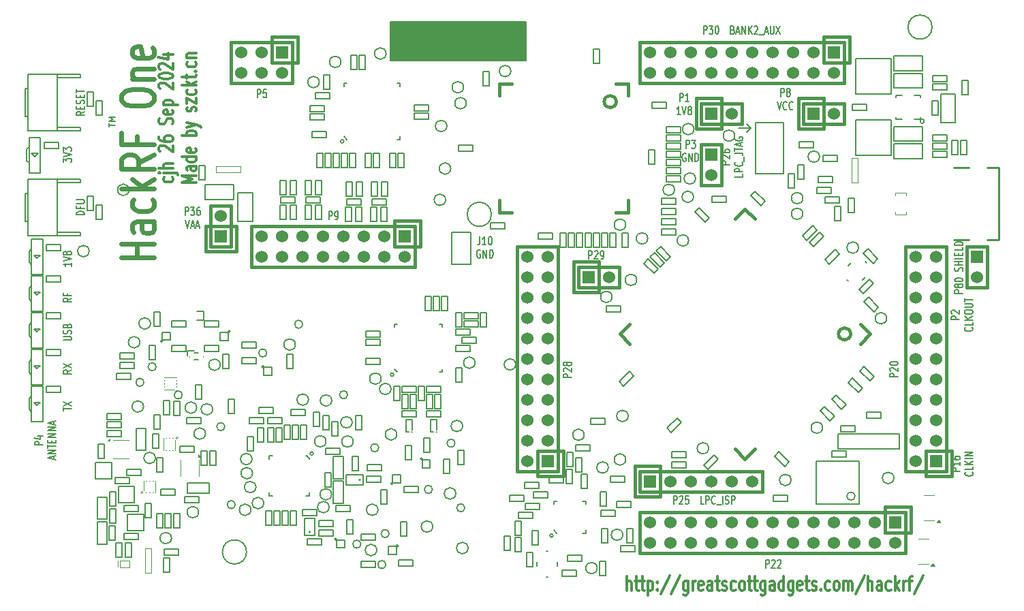
<source format=gbr>
G04 #@! TF.GenerationSoftware,KiCad,Pcbnew,8.0.4*
G04 #@! TF.CreationDate,2024-10-24T18:26:57+11:00*
G04 #@! TF.ProjectId,hackrf-one,6861636b-7266-42d6-9f6e-652e6b696361,rev?*
G04 #@! TF.SameCoordinates,Original*
G04 #@! TF.FileFunction,Legend,Top*
G04 #@! TF.FilePolarity,Positive*
%FSLAX45Y45*%
G04 Gerber Fmt 4.5, Leading zero omitted, Abs format (unit mm)*
G04 Created by KiCad (PCBNEW 8.0.4) date 2024-10-24 18:26:57*
%MOMM*%
%LPD*%
G01*
G04 APERTURE LIST*
%ADD10C,0.203200*%
%ADD11C,0.304800*%
%ADD12C,0.190500*%
%ADD13C,0.152400*%
%ADD14C,0.609600*%
%ADD15C,0.381000*%
%ADD16C,0.119380*%
%ADD17C,0.101600*%
%ADD18C,0.120000*%
%ADD19C,0.177800*%
%ADD20C,0.100000*%
%ADD21C,0.254000*%
%ADD22C,1.524000*%
%ADD23R,1.524000X1.524000*%
G04 APERTURE END LIST*
D10*
X11422260Y-14745560D02*
G75*
G02*
X11382260Y-14745560I-20000J0D01*
G01*
X11382260Y-14745560D02*
G75*
G02*
X11422260Y-14745560I20000J0D01*
G01*
X13875880Y-9683500D02*
X13723480Y-9683500D01*
X8442260Y-13725560D02*
G75*
G02*
X8402260Y-13725560I-20000J0D01*
G01*
X8402260Y-13725560D02*
G75*
G02*
X8442260Y-13725560I20000J0D01*
G01*
X8822260Y-9845560D02*
G75*
G02*
X8782260Y-9845560I-20000J0D01*
G01*
X8782260Y-9845560D02*
G75*
G02*
X8822260Y-9845560I20000J0D01*
G01*
X9442260Y-12745560D02*
G75*
G02*
X9402260Y-12745560I-20000J0D01*
G01*
X9402260Y-12745560D02*
G75*
G02*
X9442260Y-12745560I20000J0D01*
G01*
X13875880Y-9683500D02*
X13825080Y-9734300D01*
X13875880Y-9683500D02*
X13825080Y-9632700D01*
D11*
X12341635Y-15427769D02*
X12341635Y-15249969D01*
X12396064Y-15427769D02*
X12396064Y-15334635D01*
X12396064Y-15334635D02*
X12390016Y-15317702D01*
X12390016Y-15317702D02*
X12377921Y-15309235D01*
X12377921Y-15309235D02*
X12359778Y-15309235D01*
X12359778Y-15309235D02*
X12347683Y-15317702D01*
X12347683Y-15317702D02*
X12341635Y-15326169D01*
X12438397Y-15309235D02*
X12486778Y-15309235D01*
X12456540Y-15249969D02*
X12456540Y-15402369D01*
X12456540Y-15402369D02*
X12462588Y-15419302D01*
X12462588Y-15419302D02*
X12474683Y-15427769D01*
X12474683Y-15427769D02*
X12486778Y-15427769D01*
X12510969Y-15309235D02*
X12559350Y-15309235D01*
X12529111Y-15249969D02*
X12529111Y-15402369D01*
X12529111Y-15402369D02*
X12535159Y-15419302D01*
X12535159Y-15419302D02*
X12547254Y-15427769D01*
X12547254Y-15427769D02*
X12559350Y-15427769D01*
X12601683Y-15309235D02*
X12601683Y-15487035D01*
X12601683Y-15317702D02*
X12613778Y-15309235D01*
X12613778Y-15309235D02*
X12637969Y-15309235D01*
X12637969Y-15309235D02*
X12650064Y-15317702D01*
X12650064Y-15317702D02*
X12656111Y-15326169D01*
X12656111Y-15326169D02*
X12662159Y-15343102D01*
X12662159Y-15343102D02*
X12662159Y-15393902D01*
X12662159Y-15393902D02*
X12656111Y-15410835D01*
X12656111Y-15410835D02*
X12650064Y-15419302D01*
X12650064Y-15419302D02*
X12637969Y-15427769D01*
X12637969Y-15427769D02*
X12613778Y-15427769D01*
X12613778Y-15427769D02*
X12601683Y-15419302D01*
X12716588Y-15410835D02*
X12722635Y-15419302D01*
X12722635Y-15419302D02*
X12716588Y-15427769D01*
X12716588Y-15427769D02*
X12710540Y-15419302D01*
X12710540Y-15419302D02*
X12716588Y-15410835D01*
X12716588Y-15410835D02*
X12716588Y-15427769D01*
X12716588Y-15317702D02*
X12722635Y-15326169D01*
X12722635Y-15326169D02*
X12716588Y-15334635D01*
X12716588Y-15334635D02*
X12710540Y-15326169D01*
X12710540Y-15326169D02*
X12716588Y-15317702D01*
X12716588Y-15317702D02*
X12716588Y-15334635D01*
X12867778Y-15241502D02*
X12758921Y-15470102D01*
X13000826Y-15241502D02*
X12891969Y-15470102D01*
X13097588Y-15309235D02*
X13097588Y-15453169D01*
X13097588Y-15453169D02*
X13091540Y-15470102D01*
X13091540Y-15470102D02*
X13085492Y-15478569D01*
X13085492Y-15478569D02*
X13073397Y-15487035D01*
X13073397Y-15487035D02*
X13055254Y-15487035D01*
X13055254Y-15487035D02*
X13043159Y-15478569D01*
X13097588Y-15419302D02*
X13085492Y-15427769D01*
X13085492Y-15427769D02*
X13061302Y-15427769D01*
X13061302Y-15427769D02*
X13049207Y-15419302D01*
X13049207Y-15419302D02*
X13043159Y-15410835D01*
X13043159Y-15410835D02*
X13037111Y-15393902D01*
X13037111Y-15393902D02*
X13037111Y-15343102D01*
X13037111Y-15343102D02*
X13043159Y-15326169D01*
X13043159Y-15326169D02*
X13049207Y-15317702D01*
X13049207Y-15317702D02*
X13061302Y-15309235D01*
X13061302Y-15309235D02*
X13085492Y-15309235D01*
X13085492Y-15309235D02*
X13097588Y-15317702D01*
X13158064Y-15427769D02*
X13158064Y-15309235D01*
X13158064Y-15343102D02*
X13164112Y-15326169D01*
X13164112Y-15326169D02*
X13170159Y-15317702D01*
X13170159Y-15317702D02*
X13182254Y-15309235D01*
X13182254Y-15309235D02*
X13194350Y-15309235D01*
X13285064Y-15419302D02*
X13272969Y-15427769D01*
X13272969Y-15427769D02*
X13248778Y-15427769D01*
X13248778Y-15427769D02*
X13236683Y-15419302D01*
X13236683Y-15419302D02*
X13230635Y-15402369D01*
X13230635Y-15402369D02*
X13230635Y-15334635D01*
X13230635Y-15334635D02*
X13236683Y-15317702D01*
X13236683Y-15317702D02*
X13248778Y-15309235D01*
X13248778Y-15309235D02*
X13272969Y-15309235D01*
X13272969Y-15309235D02*
X13285064Y-15317702D01*
X13285064Y-15317702D02*
X13291111Y-15334635D01*
X13291111Y-15334635D02*
X13291111Y-15351569D01*
X13291111Y-15351569D02*
X13230635Y-15368502D01*
X13399969Y-15427769D02*
X13399969Y-15334635D01*
X13399969Y-15334635D02*
X13393921Y-15317702D01*
X13393921Y-15317702D02*
X13381826Y-15309235D01*
X13381826Y-15309235D02*
X13357635Y-15309235D01*
X13357635Y-15309235D02*
X13345540Y-15317702D01*
X13399969Y-15419302D02*
X13387873Y-15427769D01*
X13387873Y-15427769D02*
X13357635Y-15427769D01*
X13357635Y-15427769D02*
X13345540Y-15419302D01*
X13345540Y-15419302D02*
X13339492Y-15402369D01*
X13339492Y-15402369D02*
X13339492Y-15385435D01*
X13339492Y-15385435D02*
X13345540Y-15368502D01*
X13345540Y-15368502D02*
X13357635Y-15360035D01*
X13357635Y-15360035D02*
X13387873Y-15360035D01*
X13387873Y-15360035D02*
X13399969Y-15351569D01*
X13442302Y-15309235D02*
X13490683Y-15309235D01*
X13460445Y-15249969D02*
X13460445Y-15402369D01*
X13460445Y-15402369D02*
X13466492Y-15419302D01*
X13466492Y-15419302D02*
X13478588Y-15427769D01*
X13478588Y-15427769D02*
X13490683Y-15427769D01*
X13526969Y-15419302D02*
X13539064Y-15427769D01*
X13539064Y-15427769D02*
X13563254Y-15427769D01*
X13563254Y-15427769D02*
X13575350Y-15419302D01*
X13575350Y-15419302D02*
X13581397Y-15402369D01*
X13581397Y-15402369D02*
X13581397Y-15393902D01*
X13581397Y-15393902D02*
X13575350Y-15376969D01*
X13575350Y-15376969D02*
X13563254Y-15368502D01*
X13563254Y-15368502D02*
X13545111Y-15368502D01*
X13545111Y-15368502D02*
X13533016Y-15360035D01*
X13533016Y-15360035D02*
X13526969Y-15343102D01*
X13526969Y-15343102D02*
X13526969Y-15334635D01*
X13526969Y-15334635D02*
X13533016Y-15317702D01*
X13533016Y-15317702D02*
X13545111Y-15309235D01*
X13545111Y-15309235D02*
X13563254Y-15309235D01*
X13563254Y-15309235D02*
X13575350Y-15317702D01*
X13690254Y-15419302D02*
X13678159Y-15427769D01*
X13678159Y-15427769D02*
X13653969Y-15427769D01*
X13653969Y-15427769D02*
X13641873Y-15419302D01*
X13641873Y-15419302D02*
X13635826Y-15410835D01*
X13635826Y-15410835D02*
X13629778Y-15393902D01*
X13629778Y-15393902D02*
X13629778Y-15343102D01*
X13629778Y-15343102D02*
X13635826Y-15326169D01*
X13635826Y-15326169D02*
X13641873Y-15317702D01*
X13641873Y-15317702D02*
X13653969Y-15309235D01*
X13653969Y-15309235D02*
X13678159Y-15309235D01*
X13678159Y-15309235D02*
X13690254Y-15317702D01*
X13762826Y-15427769D02*
X13750730Y-15419302D01*
X13750730Y-15419302D02*
X13744683Y-15410835D01*
X13744683Y-15410835D02*
X13738635Y-15393902D01*
X13738635Y-15393902D02*
X13738635Y-15343102D01*
X13738635Y-15343102D02*
X13744683Y-15326169D01*
X13744683Y-15326169D02*
X13750730Y-15317702D01*
X13750730Y-15317702D02*
X13762826Y-15309235D01*
X13762826Y-15309235D02*
X13780969Y-15309235D01*
X13780969Y-15309235D02*
X13793064Y-15317702D01*
X13793064Y-15317702D02*
X13799111Y-15326169D01*
X13799111Y-15326169D02*
X13805159Y-15343102D01*
X13805159Y-15343102D02*
X13805159Y-15393902D01*
X13805159Y-15393902D02*
X13799111Y-15410835D01*
X13799111Y-15410835D02*
X13793064Y-15419302D01*
X13793064Y-15419302D02*
X13780969Y-15427769D01*
X13780969Y-15427769D02*
X13762826Y-15427769D01*
X13841445Y-15309235D02*
X13889826Y-15309235D01*
X13859588Y-15249969D02*
X13859588Y-15402369D01*
X13859588Y-15402369D02*
X13865635Y-15419302D01*
X13865635Y-15419302D02*
X13877730Y-15427769D01*
X13877730Y-15427769D02*
X13889826Y-15427769D01*
X13914016Y-15309235D02*
X13962397Y-15309235D01*
X13932159Y-15249969D02*
X13932159Y-15402369D01*
X13932159Y-15402369D02*
X13938207Y-15419302D01*
X13938207Y-15419302D02*
X13950302Y-15427769D01*
X13950302Y-15427769D02*
X13962397Y-15427769D01*
X14059159Y-15309235D02*
X14059159Y-15453169D01*
X14059159Y-15453169D02*
X14053111Y-15470102D01*
X14053111Y-15470102D02*
X14047064Y-15478569D01*
X14047064Y-15478569D02*
X14034968Y-15487035D01*
X14034968Y-15487035D02*
X14016826Y-15487035D01*
X14016826Y-15487035D02*
X14004730Y-15478569D01*
X14059159Y-15419302D02*
X14047064Y-15427769D01*
X14047064Y-15427769D02*
X14022873Y-15427769D01*
X14022873Y-15427769D02*
X14010778Y-15419302D01*
X14010778Y-15419302D02*
X14004730Y-15410835D01*
X14004730Y-15410835D02*
X13998683Y-15393902D01*
X13998683Y-15393902D02*
X13998683Y-15343102D01*
X13998683Y-15343102D02*
X14004730Y-15326169D01*
X14004730Y-15326169D02*
X14010778Y-15317702D01*
X14010778Y-15317702D02*
X14022873Y-15309235D01*
X14022873Y-15309235D02*
X14047064Y-15309235D01*
X14047064Y-15309235D02*
X14059159Y-15317702D01*
X14174064Y-15427769D02*
X14174064Y-15334635D01*
X14174064Y-15334635D02*
X14168016Y-15317702D01*
X14168016Y-15317702D02*
X14155921Y-15309235D01*
X14155921Y-15309235D02*
X14131730Y-15309235D01*
X14131730Y-15309235D02*
X14119635Y-15317702D01*
X14174064Y-15419302D02*
X14161969Y-15427769D01*
X14161969Y-15427769D02*
X14131730Y-15427769D01*
X14131730Y-15427769D02*
X14119635Y-15419302D01*
X14119635Y-15419302D02*
X14113588Y-15402369D01*
X14113588Y-15402369D02*
X14113588Y-15385435D01*
X14113588Y-15385435D02*
X14119635Y-15368502D01*
X14119635Y-15368502D02*
X14131730Y-15360035D01*
X14131730Y-15360035D02*
X14161969Y-15360035D01*
X14161969Y-15360035D02*
X14174064Y-15351569D01*
X14288969Y-15427769D02*
X14288969Y-15249969D01*
X14288969Y-15419302D02*
X14276873Y-15427769D01*
X14276873Y-15427769D02*
X14252683Y-15427769D01*
X14252683Y-15427769D02*
X14240588Y-15419302D01*
X14240588Y-15419302D02*
X14234540Y-15410835D01*
X14234540Y-15410835D02*
X14228492Y-15393902D01*
X14228492Y-15393902D02*
X14228492Y-15343102D01*
X14228492Y-15343102D02*
X14234540Y-15326169D01*
X14234540Y-15326169D02*
X14240588Y-15317702D01*
X14240588Y-15317702D02*
X14252683Y-15309235D01*
X14252683Y-15309235D02*
X14276873Y-15309235D01*
X14276873Y-15309235D02*
X14288969Y-15317702D01*
X14403873Y-15309235D02*
X14403873Y-15453169D01*
X14403873Y-15453169D02*
X14397826Y-15470102D01*
X14397826Y-15470102D02*
X14391778Y-15478569D01*
X14391778Y-15478569D02*
X14379683Y-15487035D01*
X14379683Y-15487035D02*
X14361540Y-15487035D01*
X14361540Y-15487035D02*
X14349445Y-15478569D01*
X14403873Y-15419302D02*
X14391778Y-15427769D01*
X14391778Y-15427769D02*
X14367588Y-15427769D01*
X14367588Y-15427769D02*
X14355492Y-15419302D01*
X14355492Y-15419302D02*
X14349445Y-15410835D01*
X14349445Y-15410835D02*
X14343397Y-15393902D01*
X14343397Y-15393902D02*
X14343397Y-15343102D01*
X14343397Y-15343102D02*
X14349445Y-15326169D01*
X14349445Y-15326169D02*
X14355492Y-15317702D01*
X14355492Y-15317702D02*
X14367588Y-15309235D01*
X14367588Y-15309235D02*
X14391778Y-15309235D01*
X14391778Y-15309235D02*
X14403873Y-15317702D01*
X14512731Y-15419302D02*
X14500635Y-15427769D01*
X14500635Y-15427769D02*
X14476445Y-15427769D01*
X14476445Y-15427769D02*
X14464350Y-15419302D01*
X14464350Y-15419302D02*
X14458302Y-15402369D01*
X14458302Y-15402369D02*
X14458302Y-15334635D01*
X14458302Y-15334635D02*
X14464350Y-15317702D01*
X14464350Y-15317702D02*
X14476445Y-15309235D01*
X14476445Y-15309235D02*
X14500635Y-15309235D01*
X14500635Y-15309235D02*
X14512731Y-15317702D01*
X14512731Y-15317702D02*
X14518778Y-15334635D01*
X14518778Y-15334635D02*
X14518778Y-15351569D01*
X14518778Y-15351569D02*
X14458302Y-15368502D01*
X14555064Y-15309235D02*
X14603445Y-15309235D01*
X14573207Y-15249969D02*
X14573207Y-15402369D01*
X14573207Y-15402369D02*
X14579254Y-15419302D01*
X14579254Y-15419302D02*
X14591350Y-15427769D01*
X14591350Y-15427769D02*
X14603445Y-15427769D01*
X14639730Y-15419302D02*
X14651826Y-15427769D01*
X14651826Y-15427769D02*
X14676016Y-15427769D01*
X14676016Y-15427769D02*
X14688111Y-15419302D01*
X14688111Y-15419302D02*
X14694159Y-15402369D01*
X14694159Y-15402369D02*
X14694159Y-15393902D01*
X14694159Y-15393902D02*
X14688111Y-15376969D01*
X14688111Y-15376969D02*
X14676016Y-15368502D01*
X14676016Y-15368502D02*
X14657873Y-15368502D01*
X14657873Y-15368502D02*
X14645778Y-15360035D01*
X14645778Y-15360035D02*
X14639730Y-15343102D01*
X14639730Y-15343102D02*
X14639730Y-15334635D01*
X14639730Y-15334635D02*
X14645778Y-15317702D01*
X14645778Y-15317702D02*
X14657873Y-15309235D01*
X14657873Y-15309235D02*
X14676016Y-15309235D01*
X14676016Y-15309235D02*
X14688111Y-15317702D01*
X14748588Y-15410835D02*
X14754635Y-15419302D01*
X14754635Y-15419302D02*
X14748588Y-15427769D01*
X14748588Y-15427769D02*
X14742540Y-15419302D01*
X14742540Y-15419302D02*
X14748588Y-15410835D01*
X14748588Y-15410835D02*
X14748588Y-15427769D01*
X14863492Y-15419302D02*
X14851397Y-15427769D01*
X14851397Y-15427769D02*
X14827207Y-15427769D01*
X14827207Y-15427769D02*
X14815111Y-15419302D01*
X14815111Y-15419302D02*
X14809064Y-15410835D01*
X14809064Y-15410835D02*
X14803016Y-15393902D01*
X14803016Y-15393902D02*
X14803016Y-15343102D01*
X14803016Y-15343102D02*
X14809064Y-15326169D01*
X14809064Y-15326169D02*
X14815111Y-15317702D01*
X14815111Y-15317702D02*
X14827207Y-15309235D01*
X14827207Y-15309235D02*
X14851397Y-15309235D01*
X14851397Y-15309235D02*
X14863492Y-15317702D01*
X14936064Y-15427769D02*
X14923969Y-15419302D01*
X14923969Y-15419302D02*
X14917921Y-15410835D01*
X14917921Y-15410835D02*
X14911873Y-15393902D01*
X14911873Y-15393902D02*
X14911873Y-15343102D01*
X14911873Y-15343102D02*
X14917921Y-15326169D01*
X14917921Y-15326169D02*
X14923969Y-15317702D01*
X14923969Y-15317702D02*
X14936064Y-15309235D01*
X14936064Y-15309235D02*
X14954207Y-15309235D01*
X14954207Y-15309235D02*
X14966302Y-15317702D01*
X14966302Y-15317702D02*
X14972349Y-15326169D01*
X14972349Y-15326169D02*
X14978397Y-15343102D01*
X14978397Y-15343102D02*
X14978397Y-15393902D01*
X14978397Y-15393902D02*
X14972349Y-15410835D01*
X14972349Y-15410835D02*
X14966302Y-15419302D01*
X14966302Y-15419302D02*
X14954207Y-15427769D01*
X14954207Y-15427769D02*
X14936064Y-15427769D01*
X15032826Y-15427769D02*
X15032826Y-15309235D01*
X15032826Y-15326169D02*
X15038873Y-15317702D01*
X15038873Y-15317702D02*
X15050969Y-15309235D01*
X15050969Y-15309235D02*
X15069111Y-15309235D01*
X15069111Y-15309235D02*
X15081207Y-15317702D01*
X15081207Y-15317702D02*
X15087254Y-15334635D01*
X15087254Y-15334635D02*
X15087254Y-15427769D01*
X15087254Y-15334635D02*
X15093302Y-15317702D01*
X15093302Y-15317702D02*
X15105397Y-15309235D01*
X15105397Y-15309235D02*
X15123540Y-15309235D01*
X15123540Y-15309235D02*
X15135635Y-15317702D01*
X15135635Y-15317702D02*
X15141683Y-15334635D01*
X15141683Y-15334635D02*
X15141683Y-15427769D01*
X15292873Y-15241502D02*
X15184016Y-15470102D01*
X15335207Y-15427769D02*
X15335207Y-15249969D01*
X15389635Y-15427769D02*
X15389635Y-15334635D01*
X15389635Y-15334635D02*
X15383588Y-15317702D01*
X15383588Y-15317702D02*
X15371492Y-15309235D01*
X15371492Y-15309235D02*
X15353349Y-15309235D01*
X15353349Y-15309235D02*
X15341254Y-15317702D01*
X15341254Y-15317702D02*
X15335207Y-15326169D01*
X15504540Y-15427769D02*
X15504540Y-15334635D01*
X15504540Y-15334635D02*
X15498492Y-15317702D01*
X15498492Y-15317702D02*
X15486397Y-15309235D01*
X15486397Y-15309235D02*
X15462207Y-15309235D01*
X15462207Y-15309235D02*
X15450111Y-15317702D01*
X15504540Y-15419302D02*
X15492445Y-15427769D01*
X15492445Y-15427769D02*
X15462207Y-15427769D01*
X15462207Y-15427769D02*
X15450111Y-15419302D01*
X15450111Y-15419302D02*
X15444064Y-15402369D01*
X15444064Y-15402369D02*
X15444064Y-15385435D01*
X15444064Y-15385435D02*
X15450111Y-15368502D01*
X15450111Y-15368502D02*
X15462207Y-15360035D01*
X15462207Y-15360035D02*
X15492445Y-15360035D01*
X15492445Y-15360035D02*
X15504540Y-15351569D01*
X15619445Y-15419302D02*
X15607350Y-15427769D01*
X15607350Y-15427769D02*
X15583159Y-15427769D01*
X15583159Y-15427769D02*
X15571064Y-15419302D01*
X15571064Y-15419302D02*
X15565016Y-15410835D01*
X15565016Y-15410835D02*
X15558969Y-15393902D01*
X15558969Y-15393902D02*
X15558969Y-15343102D01*
X15558969Y-15343102D02*
X15565016Y-15326169D01*
X15565016Y-15326169D02*
X15571064Y-15317702D01*
X15571064Y-15317702D02*
X15583159Y-15309235D01*
X15583159Y-15309235D02*
X15607350Y-15309235D01*
X15607350Y-15309235D02*
X15619445Y-15317702D01*
X15673873Y-15427769D02*
X15673873Y-15249969D01*
X15685969Y-15360035D02*
X15722254Y-15427769D01*
X15722254Y-15309235D02*
X15673873Y-15376969D01*
X15776683Y-15427769D02*
X15776683Y-15309235D01*
X15776683Y-15343102D02*
X15782730Y-15326169D01*
X15782730Y-15326169D02*
X15788778Y-15317702D01*
X15788778Y-15317702D02*
X15800873Y-15309235D01*
X15800873Y-15309235D02*
X15812969Y-15309235D01*
X15837159Y-15309235D02*
X15885540Y-15309235D01*
X15855302Y-15427769D02*
X15855302Y-15275369D01*
X15855302Y-15275369D02*
X15861349Y-15258435D01*
X15861349Y-15258435D02*
X15873445Y-15249969D01*
X15873445Y-15249969D02*
X15885540Y-15249969D01*
X16018587Y-15241502D02*
X15909730Y-15470102D01*
D12*
X10512714Y-11028886D02*
X10512714Y-11101458D01*
X10512714Y-11101458D02*
X10509086Y-11115972D01*
X10509086Y-11115972D02*
X10501829Y-11125648D01*
X10501829Y-11125648D02*
X10490943Y-11130486D01*
X10490943Y-11130486D02*
X10483686Y-11130486D01*
X10588914Y-11130486D02*
X10545371Y-11130486D01*
X10567143Y-11130486D02*
X10567143Y-11028886D01*
X10567143Y-11028886D02*
X10559886Y-11043401D01*
X10559886Y-11043401D02*
X10552629Y-11053077D01*
X10552629Y-11053077D02*
X10545371Y-11057915D01*
X10636086Y-11028886D02*
X10643343Y-11028886D01*
X10643343Y-11028886D02*
X10650600Y-11033724D01*
X10650600Y-11033724D02*
X10654229Y-11038563D01*
X10654229Y-11038563D02*
X10657857Y-11048239D01*
X10657857Y-11048239D02*
X10661486Y-11067591D01*
X10661486Y-11067591D02*
X10661486Y-11091782D01*
X10661486Y-11091782D02*
X10657857Y-11111134D01*
X10657857Y-11111134D02*
X10654229Y-11120810D01*
X10654229Y-11120810D02*
X10650600Y-11125648D01*
X10650600Y-11125648D02*
X10643343Y-11130486D01*
X10643343Y-11130486D02*
X10636086Y-11130486D01*
X10636086Y-11130486D02*
X10628829Y-11125648D01*
X10628829Y-11125648D02*
X10625200Y-11120810D01*
X10625200Y-11120810D02*
X10621571Y-11111134D01*
X10621571Y-11111134D02*
X10617943Y-11091782D01*
X10617943Y-11091782D02*
X10617943Y-11067591D01*
X10617943Y-11067591D02*
X10621571Y-11048239D01*
X10621571Y-11048239D02*
X10625200Y-11038563D01*
X10625200Y-11038563D02*
X10628829Y-11033724D01*
X10628829Y-11033724D02*
X10636086Y-11028886D01*
X10516343Y-11197295D02*
X10509086Y-11192457D01*
X10509086Y-11192457D02*
X10498200Y-11192457D01*
X10498200Y-11192457D02*
X10487314Y-11197295D01*
X10487314Y-11197295D02*
X10480057Y-11206971D01*
X10480057Y-11206971D02*
X10476429Y-11216647D01*
X10476429Y-11216647D02*
X10472800Y-11235999D01*
X10472800Y-11235999D02*
X10472800Y-11250514D01*
X10472800Y-11250514D02*
X10476429Y-11269866D01*
X10476429Y-11269866D02*
X10480057Y-11279542D01*
X10480057Y-11279542D02*
X10487314Y-11289219D01*
X10487314Y-11289219D02*
X10498200Y-11294057D01*
X10498200Y-11294057D02*
X10505457Y-11294057D01*
X10505457Y-11294057D02*
X10516343Y-11289219D01*
X10516343Y-11289219D02*
X10519971Y-11284380D01*
X10519971Y-11284380D02*
X10519971Y-11250514D01*
X10519971Y-11250514D02*
X10505457Y-11250514D01*
X10552629Y-11294057D02*
X10552629Y-11192457D01*
X10552629Y-11192457D02*
X10596171Y-11294057D01*
X10596171Y-11294057D02*
X10596171Y-11192457D01*
X10632457Y-11294057D02*
X10632457Y-11192457D01*
X10632457Y-11192457D02*
X10650600Y-11192457D01*
X10650600Y-11192457D02*
X10661486Y-11197295D01*
X10661486Y-11197295D02*
X10668743Y-11206971D01*
X10668743Y-11206971D02*
X10672371Y-11216647D01*
X10672371Y-11216647D02*
X10676000Y-11235999D01*
X10676000Y-11235999D02*
X10676000Y-11250514D01*
X10676000Y-11250514D02*
X10672371Y-11269866D01*
X10672371Y-11269866D02*
X10668743Y-11279542D01*
X10668743Y-11279542D02*
X10661486Y-11289219D01*
X10661486Y-11289219D02*
X10650600Y-11294057D01*
X10650600Y-11294057D02*
X10632457Y-11294057D01*
D11*
X6690938Y-10291170D02*
X6699405Y-10303265D01*
X6699405Y-10303265D02*
X6699405Y-10327455D01*
X6699405Y-10327455D02*
X6690938Y-10339550D01*
X6690938Y-10339550D02*
X6682471Y-10345598D01*
X6682471Y-10345598D02*
X6665538Y-10351646D01*
X6665538Y-10351646D02*
X6614738Y-10351646D01*
X6614738Y-10351646D02*
X6597805Y-10345598D01*
X6597805Y-10345598D02*
X6589338Y-10339550D01*
X6589338Y-10339550D02*
X6580871Y-10327455D01*
X6580871Y-10327455D02*
X6580871Y-10303265D01*
X6580871Y-10303265D02*
X6589338Y-10291170D01*
X6580871Y-10236741D02*
X6733271Y-10236741D01*
X6733271Y-10236741D02*
X6750205Y-10242789D01*
X6750205Y-10242789D02*
X6758671Y-10254884D01*
X6758671Y-10254884D02*
X6758671Y-10260931D01*
X6521605Y-10236741D02*
X6530071Y-10242789D01*
X6530071Y-10242789D02*
X6538538Y-10236741D01*
X6538538Y-10236741D02*
X6530071Y-10230693D01*
X6530071Y-10230693D02*
X6521605Y-10236741D01*
X6521605Y-10236741D02*
X6538538Y-10236741D01*
X6699405Y-10176265D02*
X6521605Y-10176265D01*
X6699405Y-10121836D02*
X6606271Y-10121836D01*
X6606271Y-10121836D02*
X6589338Y-10127884D01*
X6589338Y-10127884D02*
X6580871Y-10139979D01*
X6580871Y-10139979D02*
X6580871Y-10158122D01*
X6580871Y-10158122D02*
X6589338Y-10170217D01*
X6589338Y-10170217D02*
X6597805Y-10176265D01*
X6538538Y-9970646D02*
X6530071Y-9964598D01*
X6530071Y-9964598D02*
X6521605Y-9952503D01*
X6521605Y-9952503D02*
X6521605Y-9922265D01*
X6521605Y-9922265D02*
X6530071Y-9910170D01*
X6530071Y-9910170D02*
X6538538Y-9904122D01*
X6538538Y-9904122D02*
X6555471Y-9898074D01*
X6555471Y-9898074D02*
X6572405Y-9898074D01*
X6572405Y-9898074D02*
X6597805Y-9904122D01*
X6597805Y-9904122D02*
X6699405Y-9976693D01*
X6699405Y-9976693D02*
X6699405Y-9898074D01*
X6521605Y-9789217D02*
X6521605Y-9813408D01*
X6521605Y-9813408D02*
X6530071Y-9825503D01*
X6530071Y-9825503D02*
X6538538Y-9831550D01*
X6538538Y-9831550D02*
X6563938Y-9843646D01*
X6563938Y-9843646D02*
X6597805Y-9849693D01*
X6597805Y-9849693D02*
X6665538Y-9849693D01*
X6665538Y-9849693D02*
X6682471Y-9843646D01*
X6682471Y-9843646D02*
X6690938Y-9837598D01*
X6690938Y-9837598D02*
X6699405Y-9825503D01*
X6699405Y-9825503D02*
X6699405Y-9801312D01*
X6699405Y-9801312D02*
X6690938Y-9789217D01*
X6690938Y-9789217D02*
X6682471Y-9783170D01*
X6682471Y-9783170D02*
X6665538Y-9777122D01*
X6665538Y-9777122D02*
X6623205Y-9777122D01*
X6623205Y-9777122D02*
X6606271Y-9783170D01*
X6606271Y-9783170D02*
X6597805Y-9789217D01*
X6597805Y-9789217D02*
X6589338Y-9801312D01*
X6589338Y-9801312D02*
X6589338Y-9825503D01*
X6589338Y-9825503D02*
X6597805Y-9837598D01*
X6597805Y-9837598D02*
X6606271Y-9843646D01*
X6606271Y-9843646D02*
X6623205Y-9849693D01*
X6690938Y-9631979D02*
X6699405Y-9613836D01*
X6699405Y-9613836D02*
X6699405Y-9583598D01*
X6699405Y-9583598D02*
X6690938Y-9571503D01*
X6690938Y-9571503D02*
X6682471Y-9565455D01*
X6682471Y-9565455D02*
X6665538Y-9559408D01*
X6665538Y-9559408D02*
X6648605Y-9559408D01*
X6648605Y-9559408D02*
X6631671Y-9565455D01*
X6631671Y-9565455D02*
X6623205Y-9571503D01*
X6623205Y-9571503D02*
X6614738Y-9583598D01*
X6614738Y-9583598D02*
X6606271Y-9607789D01*
X6606271Y-9607789D02*
X6597805Y-9619884D01*
X6597805Y-9619884D02*
X6589338Y-9625931D01*
X6589338Y-9625931D02*
X6572405Y-9631979D01*
X6572405Y-9631979D02*
X6555471Y-9631979D01*
X6555471Y-9631979D02*
X6538538Y-9625931D01*
X6538538Y-9625931D02*
X6530071Y-9619884D01*
X6530071Y-9619884D02*
X6521605Y-9607789D01*
X6521605Y-9607789D02*
X6521605Y-9577550D01*
X6521605Y-9577550D02*
X6530071Y-9559408D01*
X6690938Y-9456598D02*
X6699405Y-9468693D01*
X6699405Y-9468693D02*
X6699405Y-9492884D01*
X6699405Y-9492884D02*
X6690938Y-9504979D01*
X6690938Y-9504979D02*
X6674005Y-9511027D01*
X6674005Y-9511027D02*
X6606271Y-9511027D01*
X6606271Y-9511027D02*
X6589338Y-9504979D01*
X6589338Y-9504979D02*
X6580871Y-9492884D01*
X6580871Y-9492884D02*
X6580871Y-9468693D01*
X6580871Y-9468693D02*
X6589338Y-9456598D01*
X6589338Y-9456598D02*
X6606271Y-9450550D01*
X6606271Y-9450550D02*
X6623205Y-9450550D01*
X6623205Y-9450550D02*
X6640138Y-9511027D01*
X6580871Y-9396122D02*
X6758671Y-9396122D01*
X6589338Y-9396122D02*
X6580871Y-9384027D01*
X6580871Y-9384027D02*
X6580871Y-9359836D01*
X6580871Y-9359836D02*
X6589338Y-9347741D01*
X6589338Y-9347741D02*
X6597805Y-9341693D01*
X6597805Y-9341693D02*
X6614738Y-9335646D01*
X6614738Y-9335646D02*
X6665538Y-9335646D01*
X6665538Y-9335646D02*
X6682471Y-9341693D01*
X6682471Y-9341693D02*
X6690938Y-9347741D01*
X6690938Y-9347741D02*
X6699405Y-9359836D01*
X6699405Y-9359836D02*
X6699405Y-9384027D01*
X6699405Y-9384027D02*
X6690938Y-9396122D01*
X6538538Y-9190503D02*
X6530071Y-9184455D01*
X6530071Y-9184455D02*
X6521605Y-9172360D01*
X6521605Y-9172360D02*
X6521605Y-9142122D01*
X6521605Y-9142122D02*
X6530071Y-9130027D01*
X6530071Y-9130027D02*
X6538538Y-9123979D01*
X6538538Y-9123979D02*
X6555471Y-9117931D01*
X6555471Y-9117931D02*
X6572405Y-9117931D01*
X6572405Y-9117931D02*
X6597805Y-9123979D01*
X6597805Y-9123979D02*
X6699405Y-9196550D01*
X6699405Y-9196550D02*
X6699405Y-9117931D01*
X6521605Y-9039312D02*
X6521605Y-9027217D01*
X6521605Y-9027217D02*
X6530071Y-9015122D01*
X6530071Y-9015122D02*
X6538538Y-9009074D01*
X6538538Y-9009074D02*
X6555471Y-9003027D01*
X6555471Y-9003027D02*
X6589338Y-8996979D01*
X6589338Y-8996979D02*
X6631671Y-8996979D01*
X6631671Y-8996979D02*
X6665538Y-9003027D01*
X6665538Y-9003027D02*
X6682471Y-9009074D01*
X6682471Y-9009074D02*
X6690938Y-9015122D01*
X6690938Y-9015122D02*
X6699405Y-9027217D01*
X6699405Y-9027217D02*
X6699405Y-9039312D01*
X6699405Y-9039312D02*
X6690938Y-9051408D01*
X6690938Y-9051408D02*
X6682471Y-9057455D01*
X6682471Y-9057455D02*
X6665538Y-9063503D01*
X6665538Y-9063503D02*
X6631671Y-9069550D01*
X6631671Y-9069550D02*
X6589338Y-9069550D01*
X6589338Y-9069550D02*
X6555471Y-9063503D01*
X6555471Y-9063503D02*
X6538538Y-9057455D01*
X6538538Y-9057455D02*
X6530071Y-9051408D01*
X6530071Y-9051408D02*
X6521605Y-9039312D01*
X6538538Y-8948598D02*
X6530071Y-8942550D01*
X6530071Y-8942550D02*
X6521605Y-8930455D01*
X6521605Y-8930455D02*
X6521605Y-8900217D01*
X6521605Y-8900217D02*
X6530071Y-8888122D01*
X6530071Y-8888122D02*
X6538538Y-8882074D01*
X6538538Y-8882074D02*
X6555471Y-8876027D01*
X6555471Y-8876027D02*
X6572405Y-8876027D01*
X6572405Y-8876027D02*
X6597805Y-8882074D01*
X6597805Y-8882074D02*
X6699405Y-8954646D01*
X6699405Y-8954646D02*
X6699405Y-8876027D01*
X6580871Y-8767169D02*
X6699405Y-8767169D01*
X6513138Y-8797408D02*
X6640138Y-8827646D01*
X6640138Y-8827646D02*
X6640138Y-8749027D01*
X6985653Y-10354670D02*
X6807853Y-10354670D01*
X6807853Y-10354670D02*
X6934853Y-10312336D01*
X6934853Y-10312336D02*
X6807853Y-10270003D01*
X6807853Y-10270003D02*
X6985653Y-10270003D01*
X6985653Y-10155098D02*
X6892519Y-10155098D01*
X6892519Y-10155098D02*
X6875586Y-10161146D01*
X6875586Y-10161146D02*
X6867119Y-10173241D01*
X6867119Y-10173241D02*
X6867119Y-10197431D01*
X6867119Y-10197431D02*
X6875586Y-10209527D01*
X6977186Y-10155098D02*
X6985653Y-10167193D01*
X6985653Y-10167193D02*
X6985653Y-10197431D01*
X6985653Y-10197431D02*
X6977186Y-10209527D01*
X6977186Y-10209527D02*
X6960253Y-10215574D01*
X6960253Y-10215574D02*
X6943319Y-10215574D01*
X6943319Y-10215574D02*
X6926386Y-10209527D01*
X6926386Y-10209527D02*
X6917919Y-10197431D01*
X6917919Y-10197431D02*
X6917919Y-10167193D01*
X6917919Y-10167193D02*
X6909453Y-10155098D01*
X6985653Y-10040193D02*
X6807853Y-10040193D01*
X6977186Y-10040193D02*
X6985653Y-10052288D01*
X6985653Y-10052288D02*
X6985653Y-10076479D01*
X6985653Y-10076479D02*
X6977186Y-10088574D01*
X6977186Y-10088574D02*
X6968719Y-10094622D01*
X6968719Y-10094622D02*
X6951786Y-10100669D01*
X6951786Y-10100669D02*
X6900986Y-10100669D01*
X6900986Y-10100669D02*
X6884053Y-10094622D01*
X6884053Y-10094622D02*
X6875586Y-10088574D01*
X6875586Y-10088574D02*
X6867119Y-10076479D01*
X6867119Y-10076479D02*
X6867119Y-10052288D01*
X6867119Y-10052288D02*
X6875586Y-10040193D01*
X6977186Y-9931336D02*
X6985653Y-9943431D01*
X6985653Y-9943431D02*
X6985653Y-9967622D01*
X6985653Y-9967622D02*
X6977186Y-9979717D01*
X6977186Y-9979717D02*
X6960253Y-9985765D01*
X6960253Y-9985765D02*
X6892519Y-9985765D01*
X6892519Y-9985765D02*
X6875586Y-9979717D01*
X6875586Y-9979717D02*
X6867119Y-9967622D01*
X6867119Y-9967622D02*
X6867119Y-9943431D01*
X6867119Y-9943431D02*
X6875586Y-9931336D01*
X6875586Y-9931336D02*
X6892519Y-9925288D01*
X6892519Y-9925288D02*
X6909453Y-9925288D01*
X6909453Y-9925288D02*
X6926386Y-9985765D01*
X6985653Y-9774098D02*
X6807853Y-9774098D01*
X6875586Y-9774098D02*
X6867119Y-9762003D01*
X6867119Y-9762003D02*
X6867119Y-9737812D01*
X6867119Y-9737812D02*
X6875586Y-9725717D01*
X6875586Y-9725717D02*
X6884053Y-9719669D01*
X6884053Y-9719669D02*
X6900986Y-9713622D01*
X6900986Y-9713622D02*
X6951786Y-9713622D01*
X6951786Y-9713622D02*
X6968719Y-9719669D01*
X6968719Y-9719669D02*
X6977186Y-9725717D01*
X6977186Y-9725717D02*
X6985653Y-9737812D01*
X6985653Y-9737812D02*
X6985653Y-9762003D01*
X6985653Y-9762003D02*
X6977186Y-9774098D01*
X6867119Y-9671288D02*
X6985653Y-9641050D01*
X6867119Y-9610812D02*
X6985653Y-9641050D01*
X6985653Y-9641050D02*
X7027986Y-9653146D01*
X7027986Y-9653146D02*
X7036453Y-9659193D01*
X7036453Y-9659193D02*
X7044919Y-9671288D01*
X6977186Y-9471717D02*
X6985653Y-9459622D01*
X6985653Y-9459622D02*
X6985653Y-9435431D01*
X6985653Y-9435431D02*
X6977186Y-9423336D01*
X6977186Y-9423336D02*
X6960253Y-9417288D01*
X6960253Y-9417288D02*
X6951786Y-9417288D01*
X6951786Y-9417288D02*
X6934853Y-9423336D01*
X6934853Y-9423336D02*
X6926386Y-9435431D01*
X6926386Y-9435431D02*
X6926386Y-9453574D01*
X6926386Y-9453574D02*
X6917919Y-9465669D01*
X6917919Y-9465669D02*
X6900986Y-9471717D01*
X6900986Y-9471717D02*
X6892519Y-9471717D01*
X6892519Y-9471717D02*
X6875586Y-9465669D01*
X6875586Y-9465669D02*
X6867119Y-9453574D01*
X6867119Y-9453574D02*
X6867119Y-9435431D01*
X6867119Y-9435431D02*
X6875586Y-9423336D01*
X6867119Y-9374955D02*
X6867119Y-9308431D01*
X6867119Y-9308431D02*
X6985653Y-9374955D01*
X6985653Y-9374955D02*
X6985653Y-9308431D01*
X6977186Y-9205622D02*
X6985653Y-9217717D01*
X6985653Y-9217717D02*
X6985653Y-9241908D01*
X6985653Y-9241908D02*
X6977186Y-9254003D01*
X6977186Y-9254003D02*
X6968719Y-9260050D01*
X6968719Y-9260050D02*
X6951786Y-9266098D01*
X6951786Y-9266098D02*
X6900986Y-9266098D01*
X6900986Y-9266098D02*
X6884053Y-9260050D01*
X6884053Y-9260050D02*
X6875586Y-9254003D01*
X6875586Y-9254003D02*
X6867119Y-9241908D01*
X6867119Y-9241908D02*
X6867119Y-9217717D01*
X6867119Y-9217717D02*
X6875586Y-9205622D01*
X6985653Y-9151193D02*
X6807853Y-9151193D01*
X6917919Y-9139098D02*
X6985653Y-9102812D01*
X6867119Y-9102812D02*
X6934853Y-9151193D01*
X6867119Y-9066527D02*
X6867119Y-9018146D01*
X6807853Y-9048384D02*
X6960253Y-9048384D01*
X6960253Y-9048384D02*
X6977186Y-9042336D01*
X6977186Y-9042336D02*
X6985653Y-9030241D01*
X6985653Y-9030241D02*
X6985653Y-9018146D01*
X6968719Y-8975812D02*
X6977186Y-8969765D01*
X6977186Y-8969765D02*
X6985653Y-8975812D01*
X6985653Y-8975812D02*
X6977186Y-8981860D01*
X6977186Y-8981860D02*
X6968719Y-8975812D01*
X6968719Y-8975812D02*
X6985653Y-8975812D01*
X6977186Y-8860908D02*
X6985653Y-8873003D01*
X6985653Y-8873003D02*
X6985653Y-8897193D01*
X6985653Y-8897193D02*
X6977186Y-8909289D01*
X6977186Y-8909289D02*
X6968719Y-8915336D01*
X6968719Y-8915336D02*
X6951786Y-8921384D01*
X6951786Y-8921384D02*
X6900986Y-8921384D01*
X6900986Y-8921384D02*
X6884053Y-8915336D01*
X6884053Y-8915336D02*
X6875586Y-8909289D01*
X6875586Y-8909289D02*
X6867119Y-8897193D01*
X6867119Y-8897193D02*
X6867119Y-8873003D01*
X6867119Y-8873003D02*
X6875586Y-8860908D01*
X6867119Y-8806479D02*
X6985653Y-8806479D01*
X6884053Y-8806479D02*
X6875586Y-8800431D01*
X6875586Y-8800431D02*
X6867119Y-8788336D01*
X6867119Y-8788336D02*
X6867119Y-8770193D01*
X6867119Y-8770193D02*
X6875586Y-8758098D01*
X6875586Y-8758098D02*
X6892519Y-8752051D01*
X6892519Y-8752051D02*
X6985653Y-8752051D01*
D12*
X7747017Y-9302191D02*
X7747017Y-9200591D01*
X7747017Y-9200591D02*
X7776046Y-9200591D01*
X7776046Y-9200591D02*
X7783303Y-9205430D01*
X7783303Y-9205430D02*
X7786931Y-9210268D01*
X7786931Y-9210268D02*
X7790560Y-9219944D01*
X7790560Y-9219944D02*
X7790560Y-9234458D01*
X7790560Y-9234458D02*
X7786931Y-9244134D01*
X7786931Y-9244134D02*
X7783303Y-9248972D01*
X7783303Y-9248972D02*
X7776046Y-9253811D01*
X7776046Y-9253811D02*
X7747017Y-9253811D01*
X7859503Y-9200591D02*
X7823217Y-9200591D01*
X7823217Y-9200591D02*
X7819588Y-9248972D01*
X7819588Y-9248972D02*
X7823217Y-9244134D01*
X7823217Y-9244134D02*
X7830474Y-9239296D01*
X7830474Y-9239296D02*
X7848617Y-9239296D01*
X7848617Y-9239296D02*
X7855874Y-9244134D01*
X7855874Y-9244134D02*
X7859503Y-9248972D01*
X7859503Y-9248972D02*
X7863131Y-9258649D01*
X7863131Y-9258649D02*
X7863131Y-9282839D01*
X7863131Y-9282839D02*
X7859503Y-9292515D01*
X7859503Y-9292515D02*
X7855874Y-9297353D01*
X7855874Y-9297353D02*
X7848617Y-9302191D01*
X7848617Y-9302191D02*
X7830474Y-9302191D01*
X7830474Y-9302191D02*
X7823217Y-9297353D01*
X7823217Y-9297353D02*
X7819588Y-9292515D01*
X12996017Y-9349786D02*
X12996017Y-9248186D01*
X12996017Y-9248186D02*
X13025046Y-9248186D01*
X13025046Y-9248186D02*
X13032303Y-9253024D01*
X13032303Y-9253024D02*
X13035931Y-9257863D01*
X13035931Y-9257863D02*
X13039560Y-9267539D01*
X13039560Y-9267539D02*
X13039560Y-9282053D01*
X13039560Y-9282053D02*
X13035931Y-9291729D01*
X13035931Y-9291729D02*
X13032303Y-9296567D01*
X13032303Y-9296567D02*
X13025046Y-9301405D01*
X13025046Y-9301405D02*
X12996017Y-9301405D01*
X13112131Y-9349786D02*
X13068588Y-9349786D01*
X13090360Y-9349786D02*
X13090360Y-9248186D01*
X13090360Y-9248186D02*
X13083103Y-9262701D01*
X13083103Y-9262701D02*
X13075846Y-9272377D01*
X13075846Y-9272377D02*
X13068588Y-9277215D01*
X13005089Y-9513357D02*
X12961546Y-9513357D01*
X12983317Y-9513357D02*
X12983317Y-9411757D01*
X12983317Y-9411757D02*
X12976060Y-9426271D01*
X12976060Y-9426271D02*
X12968803Y-9435947D01*
X12968803Y-9435947D02*
X12961546Y-9440785D01*
X13026860Y-9411757D02*
X13052260Y-9513357D01*
X13052260Y-9513357D02*
X13077660Y-9411757D01*
X13113946Y-9455300D02*
X13106689Y-9450461D01*
X13106689Y-9450461D02*
X13103060Y-9445623D01*
X13103060Y-9445623D02*
X13099431Y-9435947D01*
X13099431Y-9435947D02*
X13099431Y-9431109D01*
X13099431Y-9431109D02*
X13103060Y-9421433D01*
X13103060Y-9421433D02*
X13106689Y-9416595D01*
X13106689Y-9416595D02*
X13113946Y-9411757D01*
X13113946Y-9411757D02*
X13128460Y-9411757D01*
X13128460Y-9411757D02*
X13135717Y-9416595D01*
X13135717Y-9416595D02*
X13139346Y-9421433D01*
X13139346Y-9421433D02*
X13142974Y-9431109D01*
X13142974Y-9431109D02*
X13142974Y-9435947D01*
X13142974Y-9435947D02*
X13139346Y-9445623D01*
X13139346Y-9445623D02*
X13135717Y-9450461D01*
X13135717Y-9450461D02*
X13128460Y-9455300D01*
X13128460Y-9455300D02*
X13113946Y-9455300D01*
X13113946Y-9455300D02*
X13106689Y-9460138D01*
X13106689Y-9460138D02*
X13103060Y-9464976D01*
X13103060Y-9464976D02*
X13099431Y-9474652D01*
X13099431Y-9474652D02*
X13099431Y-9494004D01*
X13099431Y-9494004D02*
X13103060Y-9503681D01*
X13103060Y-9503681D02*
X13106689Y-9508519D01*
X13106689Y-9508519D02*
X13113946Y-9513357D01*
X13113946Y-9513357D02*
X13128460Y-9513357D01*
X13128460Y-9513357D02*
X13135717Y-9508519D01*
X13135717Y-9508519D02*
X13139346Y-9503681D01*
X13139346Y-9503681D02*
X13142974Y-9494004D01*
X13142974Y-9494004D02*
X13142974Y-9474652D01*
X13142974Y-9474652D02*
X13139346Y-9464976D01*
X13139346Y-9464976D02*
X13135717Y-9460138D01*
X13135717Y-9460138D02*
X13128460Y-9455300D01*
X5598271Y-9476231D02*
X5549891Y-9501631D01*
X5598271Y-9519774D02*
X5496671Y-9519774D01*
X5496671Y-9519774D02*
X5496671Y-9490746D01*
X5496671Y-9490746D02*
X5501510Y-9483489D01*
X5501510Y-9483489D02*
X5506348Y-9479860D01*
X5506348Y-9479860D02*
X5516024Y-9476231D01*
X5516024Y-9476231D02*
X5530538Y-9476231D01*
X5530538Y-9476231D02*
X5540214Y-9479860D01*
X5540214Y-9479860D02*
X5545052Y-9483489D01*
X5545052Y-9483489D02*
X5549891Y-9490746D01*
X5549891Y-9490746D02*
X5549891Y-9519774D01*
X5545052Y-9443574D02*
X5545052Y-9418174D01*
X5598271Y-9407289D02*
X5598271Y-9443574D01*
X5598271Y-9443574D02*
X5496671Y-9443574D01*
X5496671Y-9443574D02*
X5496671Y-9407289D01*
X5593433Y-9378260D02*
X5598271Y-9367374D01*
X5598271Y-9367374D02*
X5598271Y-9349231D01*
X5598271Y-9349231D02*
X5593433Y-9341974D01*
X5593433Y-9341974D02*
X5588595Y-9338346D01*
X5588595Y-9338346D02*
X5578919Y-9334717D01*
X5578919Y-9334717D02*
X5569243Y-9334717D01*
X5569243Y-9334717D02*
X5559567Y-9338346D01*
X5559567Y-9338346D02*
X5554729Y-9341974D01*
X5554729Y-9341974D02*
X5549891Y-9349231D01*
X5549891Y-9349231D02*
X5545052Y-9363746D01*
X5545052Y-9363746D02*
X5540214Y-9371003D01*
X5540214Y-9371003D02*
X5535376Y-9374631D01*
X5535376Y-9374631D02*
X5525700Y-9378260D01*
X5525700Y-9378260D02*
X5516024Y-9378260D01*
X5516024Y-9378260D02*
X5506348Y-9374631D01*
X5506348Y-9374631D02*
X5501510Y-9371003D01*
X5501510Y-9371003D02*
X5496671Y-9363746D01*
X5496671Y-9363746D02*
X5496671Y-9345603D01*
X5496671Y-9345603D02*
X5501510Y-9334717D01*
X5545052Y-9302060D02*
X5545052Y-9276660D01*
X5598271Y-9265774D02*
X5598271Y-9302060D01*
X5598271Y-9302060D02*
X5496671Y-9302060D01*
X5496671Y-9302060D02*
X5496671Y-9265774D01*
X5496671Y-9244003D02*
X5496671Y-9200460D01*
X5598271Y-9222231D02*
X5496671Y-9222231D01*
D13*
X5902239Y-9666934D02*
X5902239Y-9623391D01*
X5978439Y-9645163D02*
X5902239Y-9645163D01*
X5978439Y-9597991D02*
X5902239Y-9597991D01*
X5902239Y-9597991D02*
X5956668Y-9572591D01*
X5956668Y-9572591D02*
X5902239Y-9547191D01*
X5902239Y-9547191D02*
X5978439Y-9547191D01*
D12*
X6849671Y-10764726D02*
X6849671Y-10663126D01*
X6849671Y-10663126D02*
X6878700Y-10663126D01*
X6878700Y-10663126D02*
X6885957Y-10667964D01*
X6885957Y-10667964D02*
X6889586Y-10672803D01*
X6889586Y-10672803D02*
X6893214Y-10682479D01*
X6893214Y-10682479D02*
X6893214Y-10696993D01*
X6893214Y-10696993D02*
X6889586Y-10706669D01*
X6889586Y-10706669D02*
X6885957Y-10711507D01*
X6885957Y-10711507D02*
X6878700Y-10716345D01*
X6878700Y-10716345D02*
X6849671Y-10716345D01*
X6918614Y-10663126D02*
X6965786Y-10663126D01*
X6965786Y-10663126D02*
X6940386Y-10701831D01*
X6940386Y-10701831D02*
X6951271Y-10701831D01*
X6951271Y-10701831D02*
X6958529Y-10706669D01*
X6958529Y-10706669D02*
X6962157Y-10711507D01*
X6962157Y-10711507D02*
X6965786Y-10721184D01*
X6965786Y-10721184D02*
X6965786Y-10745374D01*
X6965786Y-10745374D02*
X6962157Y-10755050D01*
X6962157Y-10755050D02*
X6958529Y-10759888D01*
X6958529Y-10759888D02*
X6951271Y-10764726D01*
X6951271Y-10764726D02*
X6929500Y-10764726D01*
X6929500Y-10764726D02*
X6922243Y-10759888D01*
X6922243Y-10759888D02*
X6918614Y-10755050D01*
X7031100Y-10663126D02*
X7016586Y-10663126D01*
X7016586Y-10663126D02*
X7009328Y-10667964D01*
X7009328Y-10667964D02*
X7005700Y-10672803D01*
X7005700Y-10672803D02*
X6998443Y-10687317D01*
X6998443Y-10687317D02*
X6994814Y-10706669D01*
X6994814Y-10706669D02*
X6994814Y-10745374D01*
X6994814Y-10745374D02*
X6998443Y-10755050D01*
X6998443Y-10755050D02*
X7002071Y-10759888D01*
X7002071Y-10759888D02*
X7009328Y-10764726D01*
X7009328Y-10764726D02*
X7023843Y-10764726D01*
X7023843Y-10764726D02*
X7031100Y-10759888D01*
X7031100Y-10759888D02*
X7034728Y-10755050D01*
X7034728Y-10755050D02*
X7038357Y-10745374D01*
X7038357Y-10745374D02*
X7038357Y-10721184D01*
X7038357Y-10721184D02*
X7034728Y-10711507D01*
X7034728Y-10711507D02*
X7031100Y-10706669D01*
X7031100Y-10706669D02*
X7023843Y-10701831D01*
X7023843Y-10701831D02*
X7009328Y-10701831D01*
X7009328Y-10701831D02*
X7002071Y-10706669D01*
X7002071Y-10706669D02*
X6998443Y-10711507D01*
X6998443Y-10711507D02*
X6994814Y-10721184D01*
X6851486Y-10826697D02*
X6876886Y-10928297D01*
X6876886Y-10928297D02*
X6902286Y-10826697D01*
X6924057Y-10899268D02*
X6960343Y-10899268D01*
X6916800Y-10928297D02*
X6942200Y-10826697D01*
X6942200Y-10826697D02*
X6967600Y-10928297D01*
X6989371Y-10899268D02*
X7025657Y-10899268D01*
X6982114Y-10928297D02*
X7007514Y-10826697D01*
X7007514Y-10826697D02*
X7032914Y-10928297D01*
D14*
X6464098Y-11291446D02*
X6057698Y-11291446D01*
X6251222Y-11291446D02*
X6251222Y-11117274D01*
X6464098Y-11117274D02*
X6057698Y-11117274D01*
X6464098Y-10841503D02*
X6251222Y-10841503D01*
X6251222Y-10841503D02*
X6212517Y-10856017D01*
X6212517Y-10856017D02*
X6193165Y-10885046D01*
X6193165Y-10885046D02*
X6193165Y-10943103D01*
X6193165Y-10943103D02*
X6212517Y-10972131D01*
X6444746Y-10841503D02*
X6464098Y-10870531D01*
X6464098Y-10870531D02*
X6464098Y-10943103D01*
X6464098Y-10943103D02*
X6444746Y-10972131D01*
X6444746Y-10972131D02*
X6406041Y-10986646D01*
X6406041Y-10986646D02*
X6367336Y-10986646D01*
X6367336Y-10986646D02*
X6328632Y-10972131D01*
X6328632Y-10972131D02*
X6309279Y-10943103D01*
X6309279Y-10943103D02*
X6309279Y-10870531D01*
X6309279Y-10870531D02*
X6289927Y-10841503D01*
X6444746Y-10565731D02*
X6464098Y-10594760D01*
X6464098Y-10594760D02*
X6464098Y-10652817D01*
X6464098Y-10652817D02*
X6444746Y-10681846D01*
X6444746Y-10681846D02*
X6425394Y-10696360D01*
X6425394Y-10696360D02*
X6386689Y-10710874D01*
X6386689Y-10710874D02*
X6270574Y-10710874D01*
X6270574Y-10710874D02*
X6231870Y-10696360D01*
X6231870Y-10696360D02*
X6212517Y-10681846D01*
X6212517Y-10681846D02*
X6193165Y-10652817D01*
X6193165Y-10652817D02*
X6193165Y-10594760D01*
X6193165Y-10594760D02*
X6212517Y-10565731D01*
X6464098Y-10435103D02*
X6057698Y-10435103D01*
X6309279Y-10406074D02*
X6464098Y-10318989D01*
X6193165Y-10318989D02*
X6347984Y-10435103D01*
X6464098Y-10014189D02*
X6270574Y-10115789D01*
X6464098Y-10188360D02*
X6057698Y-10188360D01*
X6057698Y-10188360D02*
X6057698Y-10072246D01*
X6057698Y-10072246D02*
X6077051Y-10043217D01*
X6077051Y-10043217D02*
X6096403Y-10028703D01*
X6096403Y-10028703D02*
X6135108Y-10014189D01*
X6135108Y-10014189D02*
X6193165Y-10014189D01*
X6193165Y-10014189D02*
X6231870Y-10028703D01*
X6231870Y-10028703D02*
X6251222Y-10043217D01*
X6251222Y-10043217D02*
X6270574Y-10072246D01*
X6270574Y-10072246D02*
X6270574Y-10188360D01*
X6251222Y-9781960D02*
X6251222Y-9883560D01*
X6464098Y-9883560D02*
X6057698Y-9883560D01*
X6057698Y-9883560D02*
X6057698Y-9738417D01*
X6057698Y-9332017D02*
X6057698Y-9273960D01*
X6057698Y-9273960D02*
X6077051Y-9244931D01*
X6077051Y-9244931D02*
X6115755Y-9215903D01*
X6115755Y-9215903D02*
X6193165Y-9201389D01*
X6193165Y-9201389D02*
X6328632Y-9201389D01*
X6328632Y-9201389D02*
X6406041Y-9215903D01*
X6406041Y-9215903D02*
X6444746Y-9244931D01*
X6444746Y-9244931D02*
X6464098Y-9273960D01*
X6464098Y-9273960D02*
X6464098Y-9332017D01*
X6464098Y-9332017D02*
X6444746Y-9361046D01*
X6444746Y-9361046D02*
X6406041Y-9390074D01*
X6406041Y-9390074D02*
X6328632Y-9404589D01*
X6328632Y-9404589D02*
X6193165Y-9404589D01*
X6193165Y-9404589D02*
X6115755Y-9390074D01*
X6115755Y-9390074D02*
X6077051Y-9361046D01*
X6077051Y-9361046D02*
X6057698Y-9332017D01*
X6193165Y-9070760D02*
X6464098Y-9070760D01*
X6231870Y-9070760D02*
X6212517Y-9056246D01*
X6212517Y-9056246D02*
X6193165Y-9027217D01*
X6193165Y-9027217D02*
X6193165Y-8983674D01*
X6193165Y-8983674D02*
X6212517Y-8954646D01*
X6212517Y-8954646D02*
X6251222Y-8940131D01*
X6251222Y-8940131D02*
X6464098Y-8940131D01*
X6444746Y-8678874D02*
X6464098Y-8707903D01*
X6464098Y-8707903D02*
X6464098Y-8765960D01*
X6464098Y-8765960D02*
X6444746Y-8794989D01*
X6444746Y-8794989D02*
X6406041Y-8809503D01*
X6406041Y-8809503D02*
X6251222Y-8809503D01*
X6251222Y-8809503D02*
X6212517Y-8794989D01*
X6212517Y-8794989D02*
X6193165Y-8765960D01*
X6193165Y-8765960D02*
X6193165Y-8707903D01*
X6193165Y-8707903D02*
X6212517Y-8678874D01*
X6212517Y-8678874D02*
X6251222Y-8664360D01*
X6251222Y-8664360D02*
X6289927Y-8664360D01*
X6289927Y-8664360D02*
X6328632Y-8809503D01*
D12*
X5334671Y-12316517D02*
X5416919Y-12316517D01*
X5416919Y-12316517D02*
X5426595Y-12312888D01*
X5426595Y-12312888D02*
X5431433Y-12309260D01*
X5431433Y-12309260D02*
X5436271Y-12302003D01*
X5436271Y-12302003D02*
X5436271Y-12287488D01*
X5436271Y-12287488D02*
X5431433Y-12280231D01*
X5431433Y-12280231D02*
X5426595Y-12276603D01*
X5426595Y-12276603D02*
X5416919Y-12272974D01*
X5416919Y-12272974D02*
X5334671Y-12272974D01*
X5431433Y-12240317D02*
X5436271Y-12229431D01*
X5436271Y-12229431D02*
X5436271Y-12211288D01*
X5436271Y-12211288D02*
X5431433Y-12204031D01*
X5431433Y-12204031D02*
X5426595Y-12200403D01*
X5426595Y-12200403D02*
X5416919Y-12196774D01*
X5416919Y-12196774D02*
X5407243Y-12196774D01*
X5407243Y-12196774D02*
X5397567Y-12200403D01*
X5397567Y-12200403D02*
X5392729Y-12204031D01*
X5392729Y-12204031D02*
X5387891Y-12211288D01*
X5387891Y-12211288D02*
X5383052Y-12225803D01*
X5383052Y-12225803D02*
X5378214Y-12233060D01*
X5378214Y-12233060D02*
X5373376Y-12236688D01*
X5373376Y-12236688D02*
X5363700Y-12240317D01*
X5363700Y-12240317D02*
X5354024Y-12240317D01*
X5354024Y-12240317D02*
X5344348Y-12236688D01*
X5344348Y-12236688D02*
X5339510Y-12233060D01*
X5339510Y-12233060D02*
X5334671Y-12225803D01*
X5334671Y-12225803D02*
X5334671Y-12207660D01*
X5334671Y-12207660D02*
X5339510Y-12196774D01*
X5383052Y-12138717D02*
X5387891Y-12127831D01*
X5387891Y-12127831D02*
X5392729Y-12124203D01*
X5392729Y-12124203D02*
X5402405Y-12120574D01*
X5402405Y-12120574D02*
X5416919Y-12120574D01*
X5416919Y-12120574D02*
X5426595Y-12124203D01*
X5426595Y-12124203D02*
X5431433Y-12127831D01*
X5431433Y-12127831D02*
X5436271Y-12135088D01*
X5436271Y-12135088D02*
X5436271Y-12164117D01*
X5436271Y-12164117D02*
X5334671Y-12164117D01*
X5334671Y-12164117D02*
X5334671Y-12138717D01*
X5334671Y-12138717D02*
X5339510Y-12131460D01*
X5339510Y-12131460D02*
X5344348Y-12127831D01*
X5344348Y-12127831D02*
X5354024Y-12124203D01*
X5354024Y-12124203D02*
X5363700Y-12124203D01*
X5363700Y-12124203D02*
X5373376Y-12127831D01*
X5373376Y-12127831D02*
X5378214Y-12131460D01*
X5378214Y-12131460D02*
X5383052Y-12138717D01*
X5383052Y-12138717D02*
X5383052Y-12164117D01*
X15708031Y-12772628D02*
X15606431Y-12772628D01*
X15606431Y-12772628D02*
X15606431Y-12743600D01*
X15606431Y-12743600D02*
X15611269Y-12736343D01*
X15611269Y-12736343D02*
X15616108Y-12732714D01*
X15616108Y-12732714D02*
X15625784Y-12729086D01*
X15625784Y-12729086D02*
X15640298Y-12729086D01*
X15640298Y-12729086D02*
X15649974Y-12732714D01*
X15649974Y-12732714D02*
X15654812Y-12736343D01*
X15654812Y-12736343D02*
X15659650Y-12743600D01*
X15659650Y-12743600D02*
X15659650Y-12772628D01*
X15616108Y-12700057D02*
X15611269Y-12696428D01*
X15611269Y-12696428D02*
X15606431Y-12689171D01*
X15606431Y-12689171D02*
X15606431Y-12671028D01*
X15606431Y-12671028D02*
X15611269Y-12663771D01*
X15611269Y-12663771D02*
X15616108Y-12660143D01*
X15616108Y-12660143D02*
X15625784Y-12656514D01*
X15625784Y-12656514D02*
X15635460Y-12656514D01*
X15635460Y-12656514D02*
X15649974Y-12660143D01*
X15649974Y-12660143D02*
X15708031Y-12703686D01*
X15708031Y-12703686D02*
X15708031Y-12656514D01*
X15606431Y-12609343D02*
X15606431Y-12602086D01*
X15606431Y-12602086D02*
X15611269Y-12594828D01*
X15611269Y-12594828D02*
X15616108Y-12591200D01*
X15616108Y-12591200D02*
X15625784Y-12587571D01*
X15625784Y-12587571D02*
X15645136Y-12583943D01*
X15645136Y-12583943D02*
X15669327Y-12583943D01*
X15669327Y-12583943D02*
X15688679Y-12587571D01*
X15688679Y-12587571D02*
X15698355Y-12591200D01*
X15698355Y-12591200D02*
X15703193Y-12594828D01*
X15703193Y-12594828D02*
X15708031Y-12602086D01*
X15708031Y-12602086D02*
X15708031Y-12609343D01*
X15708031Y-12609343D02*
X15703193Y-12616600D01*
X15703193Y-12616600D02*
X15698355Y-12620228D01*
X15698355Y-12620228D02*
X15688679Y-12623857D01*
X15688679Y-12623857D02*
X15669327Y-12627486D01*
X15669327Y-12627486D02*
X15645136Y-12627486D01*
X15645136Y-12627486D02*
X15625784Y-12623857D01*
X15625784Y-12623857D02*
X15616108Y-12620228D01*
X15616108Y-12620228D02*
X15611269Y-12616600D01*
X15611269Y-12616600D02*
X15606431Y-12609343D01*
X5436271Y-11353131D02*
X5436271Y-11396674D01*
X5436271Y-11374903D02*
X5334671Y-11374903D01*
X5334671Y-11374903D02*
X5349186Y-11382160D01*
X5349186Y-11382160D02*
X5358862Y-11389417D01*
X5358862Y-11389417D02*
X5363700Y-11396674D01*
X5334671Y-11331360D02*
X5436271Y-11305960D01*
X5436271Y-11305960D02*
X5334671Y-11280560D01*
X5378214Y-11244274D02*
X5373376Y-11251531D01*
X5373376Y-11251531D02*
X5368538Y-11255160D01*
X5368538Y-11255160D02*
X5358862Y-11258788D01*
X5358862Y-11258788D02*
X5354024Y-11258788D01*
X5354024Y-11258788D02*
X5344348Y-11255160D01*
X5344348Y-11255160D02*
X5339510Y-11251531D01*
X5339510Y-11251531D02*
X5334671Y-11244274D01*
X5334671Y-11244274D02*
X5334671Y-11229760D01*
X5334671Y-11229760D02*
X5339510Y-11222503D01*
X5339510Y-11222503D02*
X5344348Y-11218874D01*
X5344348Y-11218874D02*
X5354024Y-11215246D01*
X5354024Y-11215246D02*
X5358862Y-11215246D01*
X5358862Y-11215246D02*
X5368538Y-11218874D01*
X5368538Y-11218874D02*
X5373376Y-11222503D01*
X5373376Y-11222503D02*
X5378214Y-11229760D01*
X5378214Y-11229760D02*
X5378214Y-11244274D01*
X5378214Y-11244274D02*
X5383052Y-11251531D01*
X5383052Y-11251531D02*
X5387891Y-11255160D01*
X5387891Y-11255160D02*
X5397567Y-11258788D01*
X5397567Y-11258788D02*
X5416919Y-11258788D01*
X5416919Y-11258788D02*
X5426595Y-11255160D01*
X5426595Y-11255160D02*
X5431433Y-11251531D01*
X5431433Y-11251531D02*
X5436271Y-11244274D01*
X5436271Y-11244274D02*
X5436271Y-11229760D01*
X5436271Y-11229760D02*
X5431433Y-11222503D01*
X5431433Y-11222503D02*
X5426595Y-11218874D01*
X5426595Y-11218874D02*
X5416919Y-11215246D01*
X5416919Y-11215246D02*
X5397567Y-11215246D01*
X5397567Y-11215246D02*
X5387891Y-11218874D01*
X5387891Y-11218874D02*
X5383052Y-11222503D01*
X5383052Y-11222503D02*
X5378214Y-11229760D01*
X5082706Y-13620263D02*
X4981106Y-13620263D01*
X4981106Y-13620263D02*
X4981106Y-13591234D01*
X4981106Y-13591234D02*
X4985944Y-13583977D01*
X4985944Y-13583977D02*
X4990783Y-13580348D01*
X4990783Y-13580348D02*
X5000459Y-13576720D01*
X5000459Y-13576720D02*
X5014973Y-13576720D01*
X5014973Y-13576720D02*
X5024649Y-13580348D01*
X5024649Y-13580348D02*
X5029487Y-13583977D01*
X5029487Y-13583977D02*
X5034325Y-13591234D01*
X5034325Y-13591234D02*
X5034325Y-13620263D01*
X5014973Y-13511406D02*
X5082706Y-13511406D01*
X4976268Y-13529548D02*
X5048840Y-13547691D01*
X5048840Y-13547691D02*
X5048840Y-13500520D01*
X5217248Y-13798063D02*
X5217248Y-13761777D01*
X5246277Y-13805320D02*
X5144677Y-13779920D01*
X5144677Y-13779920D02*
X5246277Y-13754520D01*
X5246277Y-13729120D02*
X5144677Y-13729120D01*
X5144677Y-13729120D02*
X5246277Y-13685577D01*
X5246277Y-13685577D02*
X5144677Y-13685577D01*
X5144677Y-13660177D02*
X5144677Y-13616634D01*
X5246277Y-13638406D02*
X5144677Y-13638406D01*
X5193058Y-13591234D02*
X5193058Y-13565834D01*
X5246277Y-13554949D02*
X5246277Y-13591234D01*
X5246277Y-13591234D02*
X5144677Y-13591234D01*
X5144677Y-13591234D02*
X5144677Y-13554949D01*
X5246277Y-13522291D02*
X5144677Y-13522291D01*
X5144677Y-13522291D02*
X5246277Y-13478748D01*
X5246277Y-13478748D02*
X5144677Y-13478748D01*
X5246277Y-13442463D02*
X5144677Y-13442463D01*
X5144677Y-13442463D02*
X5246277Y-13398920D01*
X5246277Y-13398920D02*
X5144677Y-13398920D01*
X5217248Y-13366263D02*
X5217248Y-13329977D01*
X5246277Y-13373520D02*
X5144677Y-13348120D01*
X5144677Y-13348120D02*
X5246277Y-13322720D01*
X5334671Y-10104903D02*
X5334671Y-10057731D01*
X5334671Y-10057731D02*
X5373376Y-10083131D01*
X5373376Y-10083131D02*
X5373376Y-10072246D01*
X5373376Y-10072246D02*
X5378214Y-10064989D01*
X5378214Y-10064989D02*
X5383052Y-10061360D01*
X5383052Y-10061360D02*
X5392729Y-10057731D01*
X5392729Y-10057731D02*
X5416919Y-10057731D01*
X5416919Y-10057731D02*
X5426595Y-10061360D01*
X5426595Y-10061360D02*
X5431433Y-10064989D01*
X5431433Y-10064989D02*
X5436271Y-10072246D01*
X5436271Y-10072246D02*
X5436271Y-10094017D01*
X5436271Y-10094017D02*
X5431433Y-10101274D01*
X5431433Y-10101274D02*
X5426595Y-10104903D01*
X5334671Y-10035960D02*
X5436271Y-10010560D01*
X5436271Y-10010560D02*
X5334671Y-9985160D01*
X5334671Y-9967017D02*
X5334671Y-9919846D01*
X5334671Y-9919846D02*
X5373376Y-9945246D01*
X5373376Y-9945246D02*
X5373376Y-9934360D01*
X5373376Y-9934360D02*
X5378214Y-9927103D01*
X5378214Y-9927103D02*
X5383052Y-9923474D01*
X5383052Y-9923474D02*
X5392729Y-9919846D01*
X5392729Y-9919846D02*
X5416919Y-9919846D01*
X5416919Y-9919846D02*
X5426595Y-9923474D01*
X5426595Y-9923474D02*
X5431433Y-9927103D01*
X5431433Y-9927103D02*
X5436271Y-9934360D01*
X5436271Y-9934360D02*
X5436271Y-9956131D01*
X5436271Y-9956131D02*
X5431433Y-9963389D01*
X5431433Y-9963389D02*
X5426595Y-9967017D01*
X14251957Y-9288986D02*
X14251957Y-9187386D01*
X14251957Y-9187386D02*
X14280986Y-9187386D01*
X14280986Y-9187386D02*
X14288243Y-9192224D01*
X14288243Y-9192224D02*
X14291871Y-9197063D01*
X14291871Y-9197063D02*
X14295500Y-9206739D01*
X14295500Y-9206739D02*
X14295500Y-9221253D01*
X14295500Y-9221253D02*
X14291871Y-9230929D01*
X14291871Y-9230929D02*
X14288243Y-9235767D01*
X14288243Y-9235767D02*
X14280986Y-9240605D01*
X14280986Y-9240605D02*
X14251957Y-9240605D01*
X14339043Y-9230929D02*
X14331786Y-9226091D01*
X14331786Y-9226091D02*
X14328157Y-9221253D01*
X14328157Y-9221253D02*
X14324528Y-9211577D01*
X14324528Y-9211577D02*
X14324528Y-9206739D01*
X14324528Y-9206739D02*
X14328157Y-9197063D01*
X14328157Y-9197063D02*
X14331786Y-9192224D01*
X14331786Y-9192224D02*
X14339043Y-9187386D01*
X14339043Y-9187386D02*
X14353557Y-9187386D01*
X14353557Y-9187386D02*
X14360814Y-9192224D01*
X14360814Y-9192224D02*
X14364443Y-9197063D01*
X14364443Y-9197063D02*
X14368071Y-9206739D01*
X14368071Y-9206739D02*
X14368071Y-9211577D01*
X14368071Y-9211577D02*
X14364443Y-9221253D01*
X14364443Y-9221253D02*
X14360814Y-9226091D01*
X14360814Y-9226091D02*
X14353557Y-9230929D01*
X14353557Y-9230929D02*
X14339043Y-9230929D01*
X14339043Y-9230929D02*
X14331786Y-9235767D01*
X14331786Y-9235767D02*
X14328157Y-9240605D01*
X14328157Y-9240605D02*
X14324528Y-9250282D01*
X14324528Y-9250282D02*
X14324528Y-9269634D01*
X14324528Y-9269634D02*
X14328157Y-9279310D01*
X14328157Y-9279310D02*
X14331786Y-9284148D01*
X14331786Y-9284148D02*
X14339043Y-9288986D01*
X14339043Y-9288986D02*
X14353557Y-9288986D01*
X14353557Y-9288986D02*
X14360814Y-9284148D01*
X14360814Y-9284148D02*
X14364443Y-9279310D01*
X14364443Y-9279310D02*
X14368071Y-9269634D01*
X14368071Y-9269634D02*
X14368071Y-9250282D01*
X14368071Y-9250282D02*
X14364443Y-9240605D01*
X14364443Y-9240605D02*
X14360814Y-9235767D01*
X14360814Y-9235767D02*
X14353557Y-9230929D01*
X14206600Y-9350957D02*
X14232000Y-9452557D01*
X14232000Y-9452557D02*
X14257400Y-9350957D01*
X14326343Y-9442881D02*
X14322714Y-9447719D01*
X14322714Y-9447719D02*
X14311829Y-9452557D01*
X14311829Y-9452557D02*
X14304571Y-9452557D01*
X14304571Y-9452557D02*
X14293686Y-9447719D01*
X14293686Y-9447719D02*
X14286429Y-9438042D01*
X14286429Y-9438042D02*
X14282800Y-9428366D01*
X14282800Y-9428366D02*
X14279171Y-9409014D01*
X14279171Y-9409014D02*
X14279171Y-9394500D01*
X14279171Y-9394500D02*
X14282800Y-9375147D01*
X14282800Y-9375147D02*
X14286429Y-9365471D01*
X14286429Y-9365471D02*
X14293686Y-9355795D01*
X14293686Y-9355795D02*
X14304571Y-9350957D01*
X14304571Y-9350957D02*
X14311829Y-9350957D01*
X14311829Y-9350957D02*
X14322714Y-9355795D01*
X14322714Y-9355795D02*
X14326343Y-9360633D01*
X14402543Y-9442881D02*
X14398914Y-9447719D01*
X14398914Y-9447719D02*
X14388029Y-9452557D01*
X14388029Y-9452557D02*
X14380771Y-9452557D01*
X14380771Y-9452557D02*
X14369886Y-9447719D01*
X14369886Y-9447719D02*
X14362629Y-9438042D01*
X14362629Y-9438042D02*
X14359000Y-9428366D01*
X14359000Y-9428366D02*
X14355371Y-9409014D01*
X14355371Y-9409014D02*
X14355371Y-9394500D01*
X14355371Y-9394500D02*
X14359000Y-9375147D01*
X14359000Y-9375147D02*
X14362629Y-9365471D01*
X14362629Y-9365471D02*
X14369886Y-9355795D01*
X14369886Y-9355795D02*
X14380771Y-9350957D01*
X14380771Y-9350957D02*
X14388029Y-9350957D01*
X14388029Y-9350957D02*
X14398914Y-9355795D01*
X14398914Y-9355795D02*
X14402543Y-9360633D01*
X11649111Y-12777708D02*
X11547511Y-12777708D01*
X11547511Y-12777708D02*
X11547511Y-12748680D01*
X11547511Y-12748680D02*
X11552349Y-12741423D01*
X11552349Y-12741423D02*
X11557188Y-12737794D01*
X11557188Y-12737794D02*
X11566864Y-12734166D01*
X11566864Y-12734166D02*
X11581378Y-12734166D01*
X11581378Y-12734166D02*
X11591054Y-12737794D01*
X11591054Y-12737794D02*
X11595892Y-12741423D01*
X11595892Y-12741423D02*
X11600730Y-12748680D01*
X11600730Y-12748680D02*
X11600730Y-12777708D01*
X11557188Y-12705137D02*
X11552349Y-12701508D01*
X11552349Y-12701508D02*
X11547511Y-12694251D01*
X11547511Y-12694251D02*
X11547511Y-12676108D01*
X11547511Y-12676108D02*
X11552349Y-12668851D01*
X11552349Y-12668851D02*
X11557188Y-12665223D01*
X11557188Y-12665223D02*
X11566864Y-12661594D01*
X11566864Y-12661594D02*
X11576540Y-12661594D01*
X11576540Y-12661594D02*
X11591054Y-12665223D01*
X11591054Y-12665223D02*
X11649111Y-12708766D01*
X11649111Y-12708766D02*
X11649111Y-12661594D01*
X11591054Y-12618051D02*
X11586216Y-12625308D01*
X11586216Y-12625308D02*
X11581378Y-12628937D01*
X11581378Y-12628937D02*
X11571702Y-12632566D01*
X11571702Y-12632566D02*
X11566864Y-12632566D01*
X11566864Y-12632566D02*
X11557188Y-12628937D01*
X11557188Y-12628937D02*
X11552349Y-12625308D01*
X11552349Y-12625308D02*
X11547511Y-12618051D01*
X11547511Y-12618051D02*
X11547511Y-12603537D01*
X11547511Y-12603537D02*
X11552349Y-12596280D01*
X11552349Y-12596280D02*
X11557188Y-12592651D01*
X11557188Y-12592651D02*
X11566864Y-12589023D01*
X11566864Y-12589023D02*
X11571702Y-12589023D01*
X11571702Y-12589023D02*
X11581378Y-12592651D01*
X11581378Y-12592651D02*
X11586216Y-12596280D01*
X11586216Y-12596280D02*
X11591054Y-12603537D01*
X11591054Y-12603537D02*
X11591054Y-12618051D01*
X11591054Y-12618051D02*
X11595892Y-12625308D01*
X11595892Y-12625308D02*
X11600730Y-12628937D01*
X11600730Y-12628937D02*
X11610407Y-12632566D01*
X11610407Y-12632566D02*
X11629759Y-12632566D01*
X11629759Y-12632566D02*
X11639435Y-12628937D01*
X11639435Y-12628937D02*
X11644273Y-12625308D01*
X11644273Y-12625308D02*
X11649111Y-12618051D01*
X11649111Y-12618051D02*
X11649111Y-12603537D01*
X11649111Y-12603537D02*
X11644273Y-12596280D01*
X11644273Y-12596280D02*
X11639435Y-12592651D01*
X11639435Y-12592651D02*
X11629759Y-12589023D01*
X11629759Y-12589023D02*
X11610407Y-12589023D01*
X11610407Y-12589023D02*
X11600730Y-12592651D01*
X11600730Y-12592651D02*
X11595892Y-12596280D01*
X11595892Y-12596280D02*
X11591054Y-12603537D01*
X12920634Y-14354251D02*
X12920634Y-14252651D01*
X12920634Y-14252651D02*
X12949663Y-14252651D01*
X12949663Y-14252651D02*
X12956920Y-14257489D01*
X12956920Y-14257489D02*
X12960549Y-14262328D01*
X12960549Y-14262328D02*
X12964177Y-14272004D01*
X12964177Y-14272004D02*
X12964177Y-14286518D01*
X12964177Y-14286518D02*
X12960549Y-14296194D01*
X12960549Y-14296194D02*
X12956920Y-14301032D01*
X12956920Y-14301032D02*
X12949663Y-14305870D01*
X12949663Y-14305870D02*
X12920634Y-14305870D01*
X12993206Y-14262328D02*
X12996834Y-14257489D01*
X12996834Y-14257489D02*
X13004092Y-14252651D01*
X13004092Y-14252651D02*
X13022234Y-14252651D01*
X13022234Y-14252651D02*
X13029492Y-14257489D01*
X13029492Y-14257489D02*
X13033120Y-14262328D01*
X13033120Y-14262328D02*
X13036749Y-14272004D01*
X13036749Y-14272004D02*
X13036749Y-14281680D01*
X13036749Y-14281680D02*
X13033120Y-14296194D01*
X13033120Y-14296194D02*
X12989577Y-14354251D01*
X12989577Y-14354251D02*
X13036749Y-14354251D01*
X13105691Y-14252651D02*
X13069406Y-14252651D01*
X13069406Y-14252651D02*
X13065777Y-14301032D01*
X13065777Y-14301032D02*
X13069406Y-14296194D01*
X13069406Y-14296194D02*
X13076663Y-14291356D01*
X13076663Y-14291356D02*
X13094806Y-14291356D01*
X13094806Y-14291356D02*
X13102063Y-14296194D01*
X13102063Y-14296194D02*
X13105691Y-14301032D01*
X13105691Y-14301032D02*
X13109320Y-14310709D01*
X13109320Y-14310709D02*
X13109320Y-14334899D01*
X13109320Y-14334899D02*
X13105691Y-14344575D01*
X13105691Y-14344575D02*
X13102063Y-14349413D01*
X13102063Y-14349413D02*
X13094806Y-14354251D01*
X13094806Y-14354251D02*
X13076663Y-14354251D01*
X13076663Y-14354251D02*
X13069406Y-14349413D01*
X13069406Y-14349413D02*
X13065777Y-14344575D01*
X13294377Y-14354251D02*
X13258091Y-14354251D01*
X13258091Y-14354251D02*
X13258091Y-14252651D01*
X13319777Y-14354251D02*
X13319777Y-14252651D01*
X13319777Y-14252651D02*
X13348806Y-14252651D01*
X13348806Y-14252651D02*
X13356063Y-14257489D01*
X13356063Y-14257489D02*
X13359691Y-14262328D01*
X13359691Y-14262328D02*
X13363320Y-14272004D01*
X13363320Y-14272004D02*
X13363320Y-14286518D01*
X13363320Y-14286518D02*
X13359691Y-14296194D01*
X13359691Y-14296194D02*
X13356063Y-14301032D01*
X13356063Y-14301032D02*
X13348806Y-14305870D01*
X13348806Y-14305870D02*
X13319777Y-14305870D01*
X13439520Y-14344575D02*
X13435891Y-14349413D01*
X13435891Y-14349413D02*
X13425006Y-14354251D01*
X13425006Y-14354251D02*
X13417748Y-14354251D01*
X13417748Y-14354251D02*
X13406863Y-14349413D01*
X13406863Y-14349413D02*
X13399606Y-14339737D01*
X13399606Y-14339737D02*
X13395977Y-14330061D01*
X13395977Y-14330061D02*
X13392348Y-14310709D01*
X13392348Y-14310709D02*
X13392348Y-14296194D01*
X13392348Y-14296194D02*
X13395977Y-14276842D01*
X13395977Y-14276842D02*
X13399606Y-14267166D01*
X13399606Y-14267166D02*
X13406863Y-14257489D01*
X13406863Y-14257489D02*
X13417748Y-14252651D01*
X13417748Y-14252651D02*
X13425006Y-14252651D01*
X13425006Y-14252651D02*
X13435891Y-14257489D01*
X13435891Y-14257489D02*
X13439520Y-14262328D01*
X13454034Y-14363928D02*
X13512091Y-14363928D01*
X13530234Y-14354251D02*
X13530234Y-14252651D01*
X13562891Y-14349413D02*
X13573777Y-14354251D01*
X13573777Y-14354251D02*
X13591920Y-14354251D01*
X13591920Y-14354251D02*
X13599177Y-14349413D01*
X13599177Y-14349413D02*
X13602806Y-14344575D01*
X13602806Y-14344575D02*
X13606434Y-14334899D01*
X13606434Y-14334899D02*
X13606434Y-14325223D01*
X13606434Y-14325223D02*
X13602806Y-14315547D01*
X13602806Y-14315547D02*
X13599177Y-14310709D01*
X13599177Y-14310709D02*
X13591920Y-14305870D01*
X13591920Y-14305870D02*
X13577406Y-14301032D01*
X13577406Y-14301032D02*
X13570148Y-14296194D01*
X13570148Y-14296194D02*
X13566520Y-14291356D01*
X13566520Y-14291356D02*
X13562891Y-14281680D01*
X13562891Y-14281680D02*
X13562891Y-14272004D01*
X13562891Y-14272004D02*
X13566520Y-14262328D01*
X13566520Y-14262328D02*
X13570148Y-14257489D01*
X13570148Y-14257489D02*
X13577406Y-14252651D01*
X13577406Y-14252651D02*
X13595548Y-14252651D01*
X13595548Y-14252651D02*
X13606434Y-14257489D01*
X13639091Y-14354251D02*
X13639091Y-14252651D01*
X13639091Y-14252651D02*
X13668120Y-14252651D01*
X13668120Y-14252651D02*
X13675377Y-14257489D01*
X13675377Y-14257489D02*
X13679006Y-14262328D01*
X13679006Y-14262328D02*
X13682634Y-14272004D01*
X13682634Y-14272004D02*
X13682634Y-14286518D01*
X13682634Y-14286518D02*
X13679006Y-14296194D01*
X13679006Y-14296194D02*
X13675377Y-14301032D01*
X13675377Y-14301032D02*
X13668120Y-14305870D01*
X13668120Y-14305870D02*
X13639091Y-14305870D01*
X13073397Y-9931606D02*
X13073397Y-9830006D01*
X13073397Y-9830006D02*
X13102426Y-9830006D01*
X13102426Y-9830006D02*
X13109683Y-9834844D01*
X13109683Y-9834844D02*
X13113311Y-9839683D01*
X13113311Y-9839683D02*
X13116940Y-9849359D01*
X13116940Y-9849359D02*
X13116940Y-9863873D01*
X13116940Y-9863873D02*
X13113311Y-9873549D01*
X13113311Y-9873549D02*
X13109683Y-9878387D01*
X13109683Y-9878387D02*
X13102426Y-9883225D01*
X13102426Y-9883225D02*
X13073397Y-9883225D01*
X13142340Y-9830006D02*
X13189511Y-9830006D01*
X13189511Y-9830006D02*
X13164111Y-9868711D01*
X13164111Y-9868711D02*
X13174997Y-9868711D01*
X13174997Y-9868711D02*
X13182254Y-9873549D01*
X13182254Y-9873549D02*
X13185883Y-9878387D01*
X13185883Y-9878387D02*
X13189511Y-9888064D01*
X13189511Y-9888064D02*
X13189511Y-9912254D01*
X13189511Y-9912254D02*
X13185883Y-9921930D01*
X13185883Y-9921930D02*
X13182254Y-9926768D01*
X13182254Y-9926768D02*
X13174997Y-9931606D01*
X13174997Y-9931606D02*
X13153226Y-9931606D01*
X13153226Y-9931606D02*
X13145968Y-9926768D01*
X13145968Y-9926768D02*
X13142340Y-9921930D01*
X13071583Y-9998415D02*
X13064326Y-9993577D01*
X13064326Y-9993577D02*
X13053440Y-9993577D01*
X13053440Y-9993577D02*
X13042554Y-9998415D01*
X13042554Y-9998415D02*
X13035297Y-10008091D01*
X13035297Y-10008091D02*
X13031668Y-10017767D01*
X13031668Y-10017767D02*
X13028040Y-10037120D01*
X13028040Y-10037120D02*
X13028040Y-10051634D01*
X13028040Y-10051634D02*
X13031668Y-10070986D01*
X13031668Y-10070986D02*
X13035297Y-10080662D01*
X13035297Y-10080662D02*
X13042554Y-10090339D01*
X13042554Y-10090339D02*
X13053440Y-10095177D01*
X13053440Y-10095177D02*
X13060697Y-10095177D01*
X13060697Y-10095177D02*
X13071583Y-10090339D01*
X13071583Y-10090339D02*
X13075211Y-10085501D01*
X13075211Y-10085501D02*
X13075211Y-10051634D01*
X13075211Y-10051634D02*
X13060697Y-10051634D01*
X13107868Y-10095177D02*
X13107868Y-9993577D01*
X13107868Y-9993577D02*
X13151411Y-10095177D01*
X13151411Y-10095177D02*
X13151411Y-9993577D01*
X13187697Y-10095177D02*
X13187697Y-9993577D01*
X13187697Y-9993577D02*
X13205840Y-9993577D01*
X13205840Y-9993577D02*
X13216726Y-9998415D01*
X13216726Y-9998415D02*
X13223983Y-10008091D01*
X13223983Y-10008091D02*
X13227611Y-10017767D01*
X13227611Y-10017767D02*
X13231240Y-10037120D01*
X13231240Y-10037120D02*
X13231240Y-10051634D01*
X13231240Y-10051634D02*
X13227611Y-10070986D01*
X13227611Y-10070986D02*
X13223983Y-10080662D01*
X13223983Y-10080662D02*
X13216726Y-10090339D01*
X13216726Y-10090339D02*
X13205840Y-10095177D01*
X13205840Y-10095177D02*
X13187697Y-10095177D01*
X5436271Y-11797631D02*
X5387891Y-11823031D01*
X5436271Y-11841174D02*
X5334671Y-11841174D01*
X5334671Y-11841174D02*
X5334671Y-11812146D01*
X5334671Y-11812146D02*
X5339510Y-11804888D01*
X5339510Y-11804888D02*
X5344348Y-11801260D01*
X5344348Y-11801260D02*
X5354024Y-11797631D01*
X5354024Y-11797631D02*
X5368538Y-11797631D01*
X5368538Y-11797631D02*
X5378214Y-11801260D01*
X5378214Y-11801260D02*
X5383052Y-11804888D01*
X5383052Y-11804888D02*
X5387891Y-11812146D01*
X5387891Y-11812146D02*
X5387891Y-11841174D01*
X5383052Y-11739574D02*
X5383052Y-11764974D01*
X5436271Y-11764974D02*
X5334671Y-11764974D01*
X5334671Y-11764974D02*
X5334671Y-11728688D01*
X14065811Y-15146731D02*
X14065811Y-15045131D01*
X14065811Y-15045131D02*
X14094840Y-15045131D01*
X14094840Y-15045131D02*
X14102097Y-15049969D01*
X14102097Y-15049969D02*
X14105726Y-15054808D01*
X14105726Y-15054808D02*
X14109354Y-15064484D01*
X14109354Y-15064484D02*
X14109354Y-15078998D01*
X14109354Y-15078998D02*
X14105726Y-15088674D01*
X14105726Y-15088674D02*
X14102097Y-15093512D01*
X14102097Y-15093512D02*
X14094840Y-15098350D01*
X14094840Y-15098350D02*
X14065811Y-15098350D01*
X14138383Y-15054808D02*
X14142011Y-15049969D01*
X14142011Y-15049969D02*
X14149269Y-15045131D01*
X14149269Y-15045131D02*
X14167411Y-15045131D01*
X14167411Y-15045131D02*
X14174669Y-15049969D01*
X14174669Y-15049969D02*
X14178297Y-15054808D01*
X14178297Y-15054808D02*
X14181926Y-15064484D01*
X14181926Y-15064484D02*
X14181926Y-15074160D01*
X14181926Y-15074160D02*
X14178297Y-15088674D01*
X14178297Y-15088674D02*
X14134754Y-15146731D01*
X14134754Y-15146731D02*
X14181926Y-15146731D01*
X14210954Y-15054808D02*
X14214583Y-15049969D01*
X14214583Y-15049969D02*
X14221840Y-15045131D01*
X14221840Y-15045131D02*
X14239983Y-15045131D01*
X14239983Y-15045131D02*
X14247240Y-15049969D01*
X14247240Y-15049969D02*
X14250868Y-15054808D01*
X14250868Y-15054808D02*
X14254497Y-15064484D01*
X14254497Y-15064484D02*
X14254497Y-15074160D01*
X14254497Y-15074160D02*
X14250868Y-15088674D01*
X14250868Y-15088674D02*
X14207326Y-15146731D01*
X14207326Y-15146731D02*
X14254497Y-15146731D01*
X5436271Y-12690260D02*
X5387891Y-12715660D01*
X5436271Y-12733803D02*
X5334671Y-12733803D01*
X5334671Y-12733803D02*
X5334671Y-12704774D01*
X5334671Y-12704774D02*
X5339510Y-12697517D01*
X5339510Y-12697517D02*
X5344348Y-12693888D01*
X5344348Y-12693888D02*
X5354024Y-12690260D01*
X5354024Y-12690260D02*
X5368538Y-12690260D01*
X5368538Y-12690260D02*
X5378214Y-12693888D01*
X5378214Y-12693888D02*
X5383052Y-12697517D01*
X5383052Y-12697517D02*
X5387891Y-12704774D01*
X5387891Y-12704774D02*
X5387891Y-12733803D01*
X5334671Y-12664860D02*
X5436271Y-12614060D01*
X5334671Y-12614060D02*
X5436271Y-12664860D01*
X8636017Y-10818571D02*
X8636017Y-10716971D01*
X8636017Y-10716971D02*
X8665046Y-10716971D01*
X8665046Y-10716971D02*
X8672303Y-10721810D01*
X8672303Y-10721810D02*
X8675931Y-10726648D01*
X8675931Y-10726648D02*
X8679560Y-10736324D01*
X8679560Y-10736324D02*
X8679560Y-10750838D01*
X8679560Y-10750838D02*
X8675931Y-10760514D01*
X8675931Y-10760514D02*
X8672303Y-10765352D01*
X8672303Y-10765352D02*
X8665046Y-10770191D01*
X8665046Y-10770191D02*
X8636017Y-10770191D01*
X8715846Y-10818571D02*
X8730360Y-10818571D01*
X8730360Y-10818571D02*
X8737617Y-10813733D01*
X8737617Y-10813733D02*
X8741246Y-10808895D01*
X8741246Y-10808895D02*
X8748503Y-10794381D01*
X8748503Y-10794381D02*
X8752131Y-10775029D01*
X8752131Y-10775029D02*
X8752131Y-10736324D01*
X8752131Y-10736324D02*
X8748503Y-10726648D01*
X8748503Y-10726648D02*
X8744874Y-10721810D01*
X8744874Y-10721810D02*
X8737617Y-10716971D01*
X8737617Y-10716971D02*
X8723103Y-10716971D01*
X8723103Y-10716971D02*
X8715846Y-10721810D01*
X8715846Y-10721810D02*
X8712217Y-10726648D01*
X8712217Y-10726648D02*
X8708589Y-10736324D01*
X8708589Y-10736324D02*
X8708589Y-10760514D01*
X8708589Y-10760514D02*
X8712217Y-10770191D01*
X8712217Y-10770191D02*
X8715846Y-10775029D01*
X8715846Y-10775029D02*
X8723103Y-10779867D01*
X8723103Y-10779867D02*
X8737617Y-10779867D01*
X8737617Y-10779867D02*
X8744874Y-10775029D01*
X8744874Y-10775029D02*
X8748503Y-10770191D01*
X8748503Y-10770191D02*
X8752131Y-10760514D01*
X16479686Y-13946108D02*
X16378086Y-13946108D01*
X16378086Y-13946108D02*
X16378086Y-13917080D01*
X16378086Y-13917080D02*
X16382924Y-13909823D01*
X16382924Y-13909823D02*
X16387762Y-13906194D01*
X16387762Y-13906194D02*
X16397439Y-13902566D01*
X16397439Y-13902566D02*
X16411953Y-13902566D01*
X16411953Y-13902566D02*
X16421629Y-13906194D01*
X16421629Y-13906194D02*
X16426467Y-13909823D01*
X16426467Y-13909823D02*
X16431305Y-13917080D01*
X16431305Y-13917080D02*
X16431305Y-13946108D01*
X16479686Y-13829994D02*
X16479686Y-13873537D01*
X16479686Y-13851766D02*
X16378086Y-13851766D01*
X16378086Y-13851766D02*
X16392601Y-13859023D01*
X16392601Y-13859023D02*
X16402277Y-13866280D01*
X16402277Y-13866280D02*
X16407115Y-13873537D01*
X16378086Y-13764680D02*
X16378086Y-13779194D01*
X16378086Y-13779194D02*
X16382924Y-13786451D01*
X16382924Y-13786451D02*
X16387762Y-13790080D01*
X16387762Y-13790080D02*
X16402277Y-13797337D01*
X16402277Y-13797337D02*
X16421629Y-13800966D01*
X16421629Y-13800966D02*
X16460334Y-13800966D01*
X16460334Y-13800966D02*
X16470010Y-13797337D01*
X16470010Y-13797337D02*
X16474848Y-13793708D01*
X16474848Y-13793708D02*
X16479686Y-13786451D01*
X16479686Y-13786451D02*
X16479686Y-13771937D01*
X16479686Y-13771937D02*
X16474848Y-13764680D01*
X16474848Y-13764680D02*
X16470010Y-13761051D01*
X16470010Y-13761051D02*
X16460334Y-13757423D01*
X16460334Y-13757423D02*
X16436143Y-13757423D01*
X16436143Y-13757423D02*
X16426467Y-13761051D01*
X16426467Y-13761051D02*
X16421629Y-13764680D01*
X16421629Y-13764680D02*
X16416791Y-13771937D01*
X16416791Y-13771937D02*
X16416791Y-13786451D01*
X16416791Y-13786451D02*
X16421629Y-13793708D01*
X16421629Y-13793708D02*
X16426467Y-13797337D01*
X16426467Y-13797337D02*
X16436143Y-13800966D01*
X16633580Y-13956994D02*
X16638419Y-13960623D01*
X16638419Y-13960623D02*
X16643257Y-13971508D01*
X16643257Y-13971508D02*
X16643257Y-13978766D01*
X16643257Y-13978766D02*
X16638419Y-13989651D01*
X16638419Y-13989651D02*
X16628742Y-13996908D01*
X16628742Y-13996908D02*
X16619066Y-14000537D01*
X16619066Y-14000537D02*
X16599714Y-14004166D01*
X16599714Y-14004166D02*
X16585199Y-14004166D01*
X16585199Y-14004166D02*
X16565847Y-14000537D01*
X16565847Y-14000537D02*
X16556171Y-13996908D01*
X16556171Y-13996908D02*
X16546495Y-13989651D01*
X16546495Y-13989651D02*
X16541657Y-13978766D01*
X16541657Y-13978766D02*
X16541657Y-13971508D01*
X16541657Y-13971508D02*
X16546495Y-13960623D01*
X16546495Y-13960623D02*
X16551333Y-13956994D01*
X16643257Y-13888051D02*
X16643257Y-13924337D01*
X16643257Y-13924337D02*
X16541657Y-13924337D01*
X16643257Y-13862651D02*
X16541657Y-13862651D01*
X16643257Y-13819108D02*
X16585199Y-13851766D01*
X16541657Y-13819108D02*
X16599714Y-13862651D01*
X16643257Y-13786451D02*
X16541657Y-13786451D01*
X16643257Y-13750166D02*
X16541657Y-13750166D01*
X16541657Y-13750166D02*
X16643257Y-13706623D01*
X16643257Y-13706623D02*
X16541657Y-13706623D01*
X5598271Y-10758089D02*
X5496671Y-10758089D01*
X5496671Y-10758089D02*
X5496671Y-10739946D01*
X5496671Y-10739946D02*
X5501510Y-10729060D01*
X5501510Y-10729060D02*
X5511186Y-10721803D01*
X5511186Y-10721803D02*
X5520862Y-10718174D01*
X5520862Y-10718174D02*
X5540214Y-10714546D01*
X5540214Y-10714546D02*
X5554729Y-10714546D01*
X5554729Y-10714546D02*
X5574081Y-10718174D01*
X5574081Y-10718174D02*
X5583757Y-10721803D01*
X5583757Y-10721803D02*
X5593433Y-10729060D01*
X5593433Y-10729060D02*
X5598271Y-10739946D01*
X5598271Y-10739946D02*
X5598271Y-10758089D01*
X5545052Y-10656489D02*
X5545052Y-10681889D01*
X5598271Y-10681889D02*
X5496671Y-10681889D01*
X5496671Y-10681889D02*
X5496671Y-10645603D01*
X5496671Y-10616574D02*
X5578919Y-10616574D01*
X5578919Y-10616574D02*
X5588595Y-10612946D01*
X5588595Y-10612946D02*
X5593433Y-10609317D01*
X5593433Y-10609317D02*
X5598271Y-10602060D01*
X5598271Y-10602060D02*
X5598271Y-10587546D01*
X5598271Y-10587546D02*
X5593433Y-10580289D01*
X5593433Y-10580289D02*
X5588595Y-10576660D01*
X5588595Y-10576660D02*
X5578919Y-10573031D01*
X5578919Y-10573031D02*
X5496671Y-10573031D01*
X16472066Y-12060703D02*
X16370466Y-12060703D01*
X16370466Y-12060703D02*
X16370466Y-12031674D01*
X16370466Y-12031674D02*
X16375304Y-12024417D01*
X16375304Y-12024417D02*
X16380142Y-12020788D01*
X16380142Y-12020788D02*
X16389819Y-12017160D01*
X16389819Y-12017160D02*
X16404333Y-12017160D01*
X16404333Y-12017160D02*
X16414009Y-12020788D01*
X16414009Y-12020788D02*
X16418847Y-12024417D01*
X16418847Y-12024417D02*
X16423685Y-12031674D01*
X16423685Y-12031674D02*
X16423685Y-12060703D01*
X16380142Y-11988131D02*
X16375304Y-11984503D01*
X16375304Y-11984503D02*
X16370466Y-11977246D01*
X16370466Y-11977246D02*
X16370466Y-11959103D01*
X16370466Y-11959103D02*
X16375304Y-11951846D01*
X16375304Y-11951846D02*
X16380142Y-11948217D01*
X16380142Y-11948217D02*
X16389819Y-11944588D01*
X16389819Y-11944588D02*
X16399495Y-11944588D01*
X16399495Y-11944588D02*
X16414009Y-11948217D01*
X16414009Y-11948217D02*
X16472066Y-11991760D01*
X16472066Y-11991760D02*
X16472066Y-11944588D01*
X16625960Y-12158674D02*
X16630799Y-12162303D01*
X16630799Y-12162303D02*
X16635637Y-12173188D01*
X16635637Y-12173188D02*
X16635637Y-12180446D01*
X16635637Y-12180446D02*
X16630799Y-12191331D01*
X16630799Y-12191331D02*
X16621122Y-12198588D01*
X16621122Y-12198588D02*
X16611446Y-12202217D01*
X16611446Y-12202217D02*
X16592094Y-12205846D01*
X16592094Y-12205846D02*
X16577579Y-12205846D01*
X16577579Y-12205846D02*
X16558227Y-12202217D01*
X16558227Y-12202217D02*
X16548551Y-12198588D01*
X16548551Y-12198588D02*
X16538875Y-12191331D01*
X16538875Y-12191331D02*
X16534037Y-12180446D01*
X16534037Y-12180446D02*
X16534037Y-12173188D01*
X16534037Y-12173188D02*
X16538875Y-12162303D01*
X16538875Y-12162303D02*
X16543713Y-12158674D01*
X16635637Y-12089731D02*
X16635637Y-12126017D01*
X16635637Y-12126017D02*
X16534037Y-12126017D01*
X16635637Y-12064331D02*
X16534037Y-12064331D01*
X16635637Y-12020788D02*
X16577579Y-12053446D01*
X16534037Y-12020788D02*
X16592094Y-12064331D01*
X16534037Y-11973617D02*
X16534037Y-11959103D01*
X16534037Y-11959103D02*
X16538875Y-11951846D01*
X16538875Y-11951846D02*
X16548551Y-11944588D01*
X16548551Y-11944588D02*
X16567903Y-11940960D01*
X16567903Y-11940960D02*
X16601770Y-11940960D01*
X16601770Y-11940960D02*
X16621122Y-11944588D01*
X16621122Y-11944588D02*
X16630799Y-11951846D01*
X16630799Y-11951846D02*
X16635637Y-11959103D01*
X16635637Y-11959103D02*
X16635637Y-11973617D01*
X16635637Y-11973617D02*
X16630799Y-11980874D01*
X16630799Y-11980874D02*
X16621122Y-11988131D01*
X16621122Y-11988131D02*
X16601770Y-11991760D01*
X16601770Y-11991760D02*
X16567903Y-11991760D01*
X16567903Y-11991760D02*
X16548551Y-11988131D01*
X16548551Y-11988131D02*
X16538875Y-11980874D01*
X16538875Y-11980874D02*
X16534037Y-11973617D01*
X16534037Y-11908303D02*
X16616284Y-11908303D01*
X16616284Y-11908303D02*
X16625960Y-11904674D01*
X16625960Y-11904674D02*
X16630799Y-11901046D01*
X16630799Y-11901046D02*
X16635637Y-11893788D01*
X16635637Y-11893788D02*
X16635637Y-11879274D01*
X16635637Y-11879274D02*
X16630799Y-11872017D01*
X16630799Y-11872017D02*
X16625960Y-11868388D01*
X16625960Y-11868388D02*
X16616284Y-11864760D01*
X16616284Y-11864760D02*
X16534037Y-11864760D01*
X16534037Y-11839360D02*
X16534037Y-11795817D01*
X16635637Y-11817588D02*
X16534037Y-11817588D01*
X13617106Y-10133569D02*
X13515506Y-10133569D01*
X13515506Y-10133569D02*
X13515506Y-10104540D01*
X13515506Y-10104540D02*
X13520344Y-10097283D01*
X13520344Y-10097283D02*
X13525182Y-10093654D01*
X13525182Y-10093654D02*
X13534859Y-10090026D01*
X13534859Y-10090026D02*
X13549373Y-10090026D01*
X13549373Y-10090026D02*
X13559049Y-10093654D01*
X13559049Y-10093654D02*
X13563887Y-10097283D01*
X13563887Y-10097283D02*
X13568725Y-10104540D01*
X13568725Y-10104540D02*
X13568725Y-10133569D01*
X13525182Y-10060997D02*
X13520344Y-10057369D01*
X13520344Y-10057369D02*
X13515506Y-10050111D01*
X13515506Y-10050111D02*
X13515506Y-10031969D01*
X13515506Y-10031969D02*
X13520344Y-10024711D01*
X13520344Y-10024711D02*
X13525182Y-10021083D01*
X13525182Y-10021083D02*
X13534859Y-10017454D01*
X13534859Y-10017454D02*
X13544535Y-10017454D01*
X13544535Y-10017454D02*
X13559049Y-10021083D01*
X13559049Y-10021083D02*
X13617106Y-10064626D01*
X13617106Y-10064626D02*
X13617106Y-10017454D01*
X13515506Y-9952140D02*
X13515506Y-9966654D01*
X13515506Y-9966654D02*
X13520344Y-9973911D01*
X13520344Y-9973911D02*
X13525182Y-9977540D01*
X13525182Y-9977540D02*
X13539697Y-9984797D01*
X13539697Y-9984797D02*
X13559049Y-9988426D01*
X13559049Y-9988426D02*
X13597754Y-9988426D01*
X13597754Y-9988426D02*
X13607430Y-9984797D01*
X13607430Y-9984797D02*
X13612268Y-9981169D01*
X13612268Y-9981169D02*
X13617106Y-9973911D01*
X13617106Y-9973911D02*
X13617106Y-9959397D01*
X13617106Y-9959397D02*
X13612268Y-9952140D01*
X13612268Y-9952140D02*
X13607430Y-9948511D01*
X13607430Y-9948511D02*
X13597754Y-9944883D01*
X13597754Y-9944883D02*
X13573563Y-9944883D01*
X13573563Y-9944883D02*
X13563887Y-9948511D01*
X13563887Y-9948511D02*
X13559049Y-9952140D01*
X13559049Y-9952140D02*
X13554211Y-9959397D01*
X13554211Y-9959397D02*
X13554211Y-9973911D01*
X13554211Y-9973911D02*
X13559049Y-9981169D01*
X13559049Y-9981169D02*
X13563887Y-9984797D01*
X13563887Y-9984797D02*
X13573563Y-9988426D01*
X13780677Y-10251497D02*
X13780677Y-10287783D01*
X13780677Y-10287783D02*
X13679077Y-10287783D01*
X13780677Y-10226097D02*
X13679077Y-10226097D01*
X13679077Y-10226097D02*
X13679077Y-10197068D01*
X13679077Y-10197068D02*
X13683915Y-10189811D01*
X13683915Y-10189811D02*
X13688753Y-10186183D01*
X13688753Y-10186183D02*
X13698429Y-10182554D01*
X13698429Y-10182554D02*
X13712943Y-10182554D01*
X13712943Y-10182554D02*
X13722619Y-10186183D01*
X13722619Y-10186183D02*
X13727458Y-10189811D01*
X13727458Y-10189811D02*
X13732296Y-10197068D01*
X13732296Y-10197068D02*
X13732296Y-10226097D01*
X13771000Y-10106354D02*
X13775839Y-10109983D01*
X13775839Y-10109983D02*
X13780677Y-10120868D01*
X13780677Y-10120868D02*
X13780677Y-10128126D01*
X13780677Y-10128126D02*
X13775839Y-10139011D01*
X13775839Y-10139011D02*
X13766162Y-10146268D01*
X13766162Y-10146268D02*
X13756486Y-10149897D01*
X13756486Y-10149897D02*
X13737134Y-10153526D01*
X13737134Y-10153526D02*
X13722619Y-10153526D01*
X13722619Y-10153526D02*
X13703267Y-10149897D01*
X13703267Y-10149897D02*
X13693591Y-10146268D01*
X13693591Y-10146268D02*
X13683915Y-10139011D01*
X13683915Y-10139011D02*
X13679077Y-10128126D01*
X13679077Y-10128126D02*
X13679077Y-10120868D01*
X13679077Y-10120868D02*
X13683915Y-10109983D01*
X13683915Y-10109983D02*
X13688753Y-10106354D01*
X13790353Y-10091840D02*
X13790353Y-10033783D01*
X13679077Y-9993869D02*
X13751648Y-9993869D01*
X13751648Y-9993869D02*
X13766162Y-9997497D01*
X13766162Y-9997497D02*
X13775839Y-10004754D01*
X13775839Y-10004754D02*
X13780677Y-10015640D01*
X13780677Y-10015640D02*
X13780677Y-10022897D01*
X13679077Y-9968469D02*
X13679077Y-9924926D01*
X13780677Y-9946697D02*
X13679077Y-9946697D01*
X13751648Y-9903154D02*
X13751648Y-9866869D01*
X13780677Y-9910411D02*
X13679077Y-9885011D01*
X13679077Y-9885011D02*
X13780677Y-9859611D01*
X13683915Y-9794297D02*
X13679077Y-9801554D01*
X13679077Y-9801554D02*
X13679077Y-9812440D01*
X13679077Y-9812440D02*
X13683915Y-9823326D01*
X13683915Y-9823326D02*
X13693591Y-9830583D01*
X13693591Y-9830583D02*
X13703267Y-9834211D01*
X13703267Y-9834211D02*
X13722619Y-9837840D01*
X13722619Y-9837840D02*
X13737134Y-9837840D01*
X13737134Y-9837840D02*
X13756486Y-9834211D01*
X13756486Y-9834211D02*
X13766162Y-9830583D01*
X13766162Y-9830583D02*
X13775839Y-9823326D01*
X13775839Y-9823326D02*
X13780677Y-9812440D01*
X13780677Y-9812440D02*
X13780677Y-9805183D01*
X13780677Y-9805183D02*
X13775839Y-9794297D01*
X13775839Y-9794297D02*
X13771000Y-9790669D01*
X13771000Y-9790669D02*
X13737134Y-9790669D01*
X13737134Y-9790669D02*
X13737134Y-9805183D01*
X13291111Y-8512251D02*
X13291111Y-8410651D01*
X13291111Y-8410651D02*
X13320140Y-8410651D01*
X13320140Y-8410651D02*
X13327397Y-8415490D01*
X13327397Y-8415490D02*
X13331026Y-8420328D01*
X13331026Y-8420328D02*
X13334654Y-8430004D01*
X13334654Y-8430004D02*
X13334654Y-8444518D01*
X13334654Y-8444518D02*
X13331026Y-8454194D01*
X13331026Y-8454194D02*
X13327397Y-8459032D01*
X13327397Y-8459032D02*
X13320140Y-8463871D01*
X13320140Y-8463871D02*
X13291111Y-8463871D01*
X13360054Y-8410651D02*
X13407226Y-8410651D01*
X13407226Y-8410651D02*
X13381826Y-8449356D01*
X13381826Y-8449356D02*
X13392711Y-8449356D01*
X13392711Y-8449356D02*
X13399969Y-8454194D01*
X13399969Y-8454194D02*
X13403597Y-8459032D01*
X13403597Y-8459032D02*
X13407226Y-8468709D01*
X13407226Y-8468709D02*
X13407226Y-8492899D01*
X13407226Y-8492899D02*
X13403597Y-8502575D01*
X13403597Y-8502575D02*
X13399969Y-8507413D01*
X13399969Y-8507413D02*
X13392711Y-8512251D01*
X13392711Y-8512251D02*
X13370940Y-8512251D01*
X13370940Y-8512251D02*
X13363683Y-8507413D01*
X13363683Y-8507413D02*
X13360054Y-8502575D01*
X13454397Y-8410651D02*
X13461654Y-8410651D01*
X13461654Y-8410651D02*
X13468911Y-8415490D01*
X13468911Y-8415490D02*
X13472540Y-8420328D01*
X13472540Y-8420328D02*
X13476169Y-8430004D01*
X13476169Y-8430004D02*
X13479797Y-8449356D01*
X13479797Y-8449356D02*
X13479797Y-8473547D01*
X13479797Y-8473547D02*
X13476169Y-8492899D01*
X13476169Y-8492899D02*
X13472540Y-8502575D01*
X13472540Y-8502575D02*
X13468911Y-8507413D01*
X13468911Y-8507413D02*
X13461654Y-8512251D01*
X13461654Y-8512251D02*
X13454397Y-8512251D01*
X13454397Y-8512251D02*
X13447140Y-8507413D01*
X13447140Y-8507413D02*
X13443511Y-8502575D01*
X13443511Y-8502575D02*
X13439883Y-8492899D01*
X13439883Y-8492899D02*
X13436254Y-8473547D01*
X13436254Y-8473547D02*
X13436254Y-8449356D01*
X13436254Y-8449356D02*
X13439883Y-8430004D01*
X13439883Y-8430004D02*
X13443511Y-8420328D01*
X13443511Y-8420328D02*
X13447140Y-8415490D01*
X13447140Y-8415490D02*
X13454397Y-8410651D01*
X13653968Y-8459032D02*
X13664854Y-8463871D01*
X13664854Y-8463871D02*
X13668483Y-8468709D01*
X13668483Y-8468709D02*
X13672111Y-8478385D01*
X13672111Y-8478385D02*
X13672111Y-8492899D01*
X13672111Y-8492899D02*
X13668483Y-8502575D01*
X13668483Y-8502575D02*
X13664854Y-8507413D01*
X13664854Y-8507413D02*
X13657597Y-8512251D01*
X13657597Y-8512251D02*
X13628568Y-8512251D01*
X13628568Y-8512251D02*
X13628568Y-8410651D01*
X13628568Y-8410651D02*
X13653968Y-8410651D01*
X13653968Y-8410651D02*
X13661226Y-8415490D01*
X13661226Y-8415490D02*
X13664854Y-8420328D01*
X13664854Y-8420328D02*
X13668483Y-8430004D01*
X13668483Y-8430004D02*
X13668483Y-8439680D01*
X13668483Y-8439680D02*
X13664854Y-8449356D01*
X13664854Y-8449356D02*
X13661226Y-8454194D01*
X13661226Y-8454194D02*
X13653968Y-8459032D01*
X13653968Y-8459032D02*
X13628568Y-8459032D01*
X13701140Y-8483223D02*
X13737426Y-8483223D01*
X13693883Y-8512251D02*
X13719283Y-8410651D01*
X13719283Y-8410651D02*
X13744683Y-8512251D01*
X13770083Y-8512251D02*
X13770083Y-8410651D01*
X13770083Y-8410651D02*
X13813626Y-8512251D01*
X13813626Y-8512251D02*
X13813626Y-8410651D01*
X13849911Y-8512251D02*
X13849911Y-8410651D01*
X13893454Y-8512251D02*
X13860797Y-8454194D01*
X13893454Y-8410651D02*
X13849911Y-8468709D01*
X13922483Y-8420328D02*
X13926111Y-8415490D01*
X13926111Y-8415490D02*
X13933369Y-8410651D01*
X13933369Y-8410651D02*
X13951511Y-8410651D01*
X13951511Y-8410651D02*
X13958769Y-8415490D01*
X13958769Y-8415490D02*
X13962397Y-8420328D01*
X13962397Y-8420328D02*
X13966026Y-8430004D01*
X13966026Y-8430004D02*
X13966026Y-8439680D01*
X13966026Y-8439680D02*
X13962397Y-8454194D01*
X13962397Y-8454194D02*
X13918854Y-8512251D01*
X13918854Y-8512251D02*
X13966026Y-8512251D01*
X13980540Y-8521928D02*
X14038597Y-8521928D01*
X14053111Y-8483223D02*
X14089397Y-8483223D01*
X14045854Y-8512251D02*
X14071254Y-8410651D01*
X14071254Y-8410651D02*
X14096654Y-8512251D01*
X14122054Y-8410651D02*
X14122054Y-8492899D01*
X14122054Y-8492899D02*
X14125683Y-8502575D01*
X14125683Y-8502575D02*
X14129311Y-8507413D01*
X14129311Y-8507413D02*
X14136568Y-8512251D01*
X14136568Y-8512251D02*
X14151083Y-8512251D01*
X14151083Y-8512251D02*
X14158340Y-8507413D01*
X14158340Y-8507413D02*
X14161968Y-8502575D01*
X14161968Y-8502575D02*
X14165597Y-8492899D01*
X14165597Y-8492899D02*
X14165597Y-8410651D01*
X14194626Y-8410651D02*
X14245426Y-8512251D01*
X14245426Y-8410651D02*
X14194626Y-8512251D01*
X16513211Y-11734494D02*
X16411611Y-11734494D01*
X16411611Y-11734494D02*
X16411611Y-11705466D01*
X16411611Y-11705466D02*
X16416449Y-11698208D01*
X16416449Y-11698208D02*
X16421288Y-11694580D01*
X16421288Y-11694580D02*
X16430964Y-11690951D01*
X16430964Y-11690951D02*
X16445478Y-11690951D01*
X16445478Y-11690951D02*
X16455154Y-11694580D01*
X16455154Y-11694580D02*
X16459992Y-11698208D01*
X16459992Y-11698208D02*
X16464830Y-11705466D01*
X16464830Y-11705466D02*
X16464830Y-11734494D01*
X16455154Y-11647408D02*
X16450316Y-11654666D01*
X16450316Y-11654666D02*
X16445478Y-11658294D01*
X16445478Y-11658294D02*
X16435802Y-11661923D01*
X16435802Y-11661923D02*
X16430964Y-11661923D01*
X16430964Y-11661923D02*
X16421288Y-11658294D01*
X16421288Y-11658294D02*
X16416449Y-11654666D01*
X16416449Y-11654666D02*
X16411611Y-11647408D01*
X16411611Y-11647408D02*
X16411611Y-11632894D01*
X16411611Y-11632894D02*
X16416449Y-11625637D01*
X16416449Y-11625637D02*
X16421288Y-11622008D01*
X16421288Y-11622008D02*
X16430964Y-11618380D01*
X16430964Y-11618380D02*
X16435802Y-11618380D01*
X16435802Y-11618380D02*
X16445478Y-11622008D01*
X16445478Y-11622008D02*
X16450316Y-11625637D01*
X16450316Y-11625637D02*
X16455154Y-11632894D01*
X16455154Y-11632894D02*
X16455154Y-11647408D01*
X16455154Y-11647408D02*
X16459992Y-11654666D01*
X16459992Y-11654666D02*
X16464830Y-11658294D01*
X16464830Y-11658294D02*
X16474507Y-11661923D01*
X16474507Y-11661923D02*
X16493859Y-11661923D01*
X16493859Y-11661923D02*
X16503535Y-11658294D01*
X16503535Y-11658294D02*
X16508373Y-11654666D01*
X16508373Y-11654666D02*
X16513211Y-11647408D01*
X16513211Y-11647408D02*
X16513211Y-11632894D01*
X16513211Y-11632894D02*
X16508373Y-11625637D01*
X16508373Y-11625637D02*
X16503535Y-11622008D01*
X16503535Y-11622008D02*
X16493859Y-11618380D01*
X16493859Y-11618380D02*
X16474507Y-11618380D01*
X16474507Y-11618380D02*
X16464830Y-11622008D01*
X16464830Y-11622008D02*
X16459992Y-11625637D01*
X16459992Y-11625637D02*
X16455154Y-11632894D01*
X16411611Y-11571208D02*
X16411611Y-11563951D01*
X16411611Y-11563951D02*
X16416449Y-11556694D01*
X16416449Y-11556694D02*
X16421288Y-11553066D01*
X16421288Y-11553066D02*
X16430964Y-11549437D01*
X16430964Y-11549437D02*
X16450316Y-11545808D01*
X16450316Y-11545808D02*
X16474507Y-11545808D01*
X16474507Y-11545808D02*
X16493859Y-11549437D01*
X16493859Y-11549437D02*
X16503535Y-11553066D01*
X16503535Y-11553066D02*
X16508373Y-11556694D01*
X16508373Y-11556694D02*
X16513211Y-11563951D01*
X16513211Y-11563951D02*
X16513211Y-11571208D01*
X16513211Y-11571208D02*
X16508373Y-11578466D01*
X16508373Y-11578466D02*
X16503535Y-11582094D01*
X16503535Y-11582094D02*
X16493859Y-11585723D01*
X16493859Y-11585723D02*
X16474507Y-11589351D01*
X16474507Y-11589351D02*
X16450316Y-11589351D01*
X16450316Y-11589351D02*
X16430964Y-11585723D01*
X16430964Y-11585723D02*
X16421288Y-11582094D01*
X16421288Y-11582094D02*
X16416449Y-11578466D01*
X16416449Y-11578466D02*
X16411611Y-11571208D01*
X16508373Y-11458723D02*
X16513211Y-11447837D01*
X16513211Y-11447837D02*
X16513211Y-11429694D01*
X16513211Y-11429694D02*
X16508373Y-11422437D01*
X16508373Y-11422437D02*
X16503535Y-11418809D01*
X16503535Y-11418809D02*
X16493859Y-11415180D01*
X16493859Y-11415180D02*
X16484183Y-11415180D01*
X16484183Y-11415180D02*
X16474507Y-11418809D01*
X16474507Y-11418809D02*
X16469669Y-11422437D01*
X16469669Y-11422437D02*
X16464830Y-11429694D01*
X16464830Y-11429694D02*
X16459992Y-11444209D01*
X16459992Y-11444209D02*
X16455154Y-11451466D01*
X16455154Y-11451466D02*
X16450316Y-11455094D01*
X16450316Y-11455094D02*
X16440640Y-11458723D01*
X16440640Y-11458723D02*
X16430964Y-11458723D01*
X16430964Y-11458723D02*
X16421288Y-11455094D01*
X16421288Y-11455094D02*
X16416449Y-11451466D01*
X16416449Y-11451466D02*
X16411611Y-11444209D01*
X16411611Y-11444209D02*
X16411611Y-11426066D01*
X16411611Y-11426066D02*
X16416449Y-11415180D01*
X16513211Y-11382523D02*
X16411611Y-11382523D01*
X16459992Y-11382523D02*
X16459992Y-11338980D01*
X16513211Y-11338980D02*
X16411611Y-11338980D01*
X16513211Y-11302694D02*
X16411611Y-11302694D01*
X16459992Y-11266409D02*
X16459992Y-11241009D01*
X16513211Y-11230123D02*
X16513211Y-11266409D01*
X16513211Y-11266409D02*
X16411611Y-11266409D01*
X16411611Y-11266409D02*
X16411611Y-11230123D01*
X16513211Y-11161180D02*
X16513211Y-11197466D01*
X16513211Y-11197466D02*
X16411611Y-11197466D01*
X16513211Y-11135780D02*
X16411611Y-11135780D01*
X16411611Y-11135780D02*
X16411611Y-11117637D01*
X16411611Y-11117637D02*
X16416449Y-11106751D01*
X16416449Y-11106751D02*
X16426126Y-11099494D01*
X16426126Y-11099494D02*
X16435802Y-11095866D01*
X16435802Y-11095866D02*
X16455154Y-11092237D01*
X16455154Y-11092237D02*
X16469669Y-11092237D01*
X16469669Y-11092237D02*
X16489021Y-11095866D01*
X16489021Y-11095866D02*
X16498697Y-11099494D01*
X16498697Y-11099494D02*
X16508373Y-11106751D01*
X16508373Y-11106751D02*
X16513211Y-11117637D01*
X16513211Y-11117637D02*
X16513211Y-11135780D01*
X11863631Y-11308791D02*
X11863631Y-11207191D01*
X11863631Y-11207191D02*
X11892660Y-11207191D01*
X11892660Y-11207191D02*
X11899917Y-11212029D01*
X11899917Y-11212029D02*
X11903546Y-11216868D01*
X11903546Y-11216868D02*
X11907174Y-11226544D01*
X11907174Y-11226544D02*
X11907174Y-11241058D01*
X11907174Y-11241058D02*
X11903546Y-11250734D01*
X11903546Y-11250734D02*
X11899917Y-11255572D01*
X11899917Y-11255572D02*
X11892660Y-11260410D01*
X11892660Y-11260410D02*
X11863631Y-11260410D01*
X11936203Y-11216868D02*
X11939831Y-11212029D01*
X11939831Y-11212029D02*
X11947089Y-11207191D01*
X11947089Y-11207191D02*
X11965231Y-11207191D01*
X11965231Y-11207191D02*
X11972489Y-11212029D01*
X11972489Y-11212029D02*
X11976117Y-11216868D01*
X11976117Y-11216868D02*
X11979746Y-11226544D01*
X11979746Y-11226544D02*
X11979746Y-11236220D01*
X11979746Y-11236220D02*
X11976117Y-11250734D01*
X11976117Y-11250734D02*
X11932574Y-11308791D01*
X11932574Y-11308791D02*
X11979746Y-11308791D01*
X12016031Y-11308791D02*
X12030546Y-11308791D01*
X12030546Y-11308791D02*
X12037803Y-11303953D01*
X12037803Y-11303953D02*
X12041431Y-11299115D01*
X12041431Y-11299115D02*
X12048688Y-11284601D01*
X12048688Y-11284601D02*
X12052317Y-11265249D01*
X12052317Y-11265249D02*
X12052317Y-11226544D01*
X12052317Y-11226544D02*
X12048688Y-11216868D01*
X12048688Y-11216868D02*
X12045060Y-11212029D01*
X12045060Y-11212029D02*
X12037803Y-11207191D01*
X12037803Y-11207191D02*
X12023288Y-11207191D01*
X12023288Y-11207191D02*
X12016031Y-11212029D01*
X12016031Y-11212029D02*
X12012403Y-11216868D01*
X12012403Y-11216868D02*
X12008774Y-11226544D01*
X12008774Y-11226544D02*
X12008774Y-11250734D01*
X12008774Y-11250734D02*
X12012403Y-11260410D01*
X12012403Y-11260410D02*
X12016031Y-11265249D01*
X12016031Y-11265249D02*
X12023288Y-11270087D01*
X12023288Y-11270087D02*
X12037803Y-11270087D01*
X12037803Y-11270087D02*
X12045060Y-11265249D01*
X12045060Y-11265249D02*
X12048688Y-11260410D01*
X12048688Y-11260410D02*
X12052317Y-11250734D01*
X5334671Y-13192817D02*
X5334671Y-13149274D01*
X5436271Y-13171046D02*
X5334671Y-13171046D01*
X5334671Y-13131131D02*
X5436271Y-13080331D01*
X5334671Y-13080331D02*
X5436271Y-13131131D01*
D15*
G04 #@! TO.C,P20*
X16312260Y-13947560D02*
X15804260Y-13947560D01*
X16375760Y-13693560D02*
X16058260Y-13693560D01*
X16375760Y-14011060D02*
X16375760Y-13693560D01*
X16058260Y-14011060D02*
X16375760Y-14011060D01*
X16058260Y-13693560D02*
X16058260Y-14011060D01*
X16312260Y-11153560D02*
X16312260Y-13947560D01*
X15804260Y-11153560D02*
X16312260Y-11153560D01*
X15804260Y-13947560D02*
X15804260Y-11153560D01*
G04 #@! TO.C,P28*
X11486260Y-13947560D02*
X10978260Y-13947560D01*
X11549760Y-13693560D02*
X11232260Y-13693560D01*
X11549760Y-14011060D02*
X11549760Y-13693560D01*
X11232260Y-14011060D02*
X11549760Y-14011060D01*
X11232260Y-13693560D02*
X11232260Y-14011060D01*
X11486260Y-11153560D02*
X11486260Y-13947560D01*
X10978260Y-11153560D02*
X11486260Y-11153560D01*
X10978260Y-13947560D02*
X10978260Y-11153560D01*
G04 #@! TO.C,P9*
X9708260Y-10899560D02*
X9708260Y-11407560D01*
X9454260Y-10836060D02*
X9454260Y-11153560D01*
X9771760Y-10836060D02*
X9454260Y-10836060D01*
X9771760Y-11153560D02*
X9771760Y-10836060D01*
X9454260Y-11153560D02*
X9771760Y-11153560D01*
X7676260Y-10899560D02*
X9708260Y-10899560D01*
X7676260Y-11407560D02*
X7676260Y-10899560D01*
X9708260Y-11407560D02*
X7676260Y-11407560D01*
G04 #@! TO.C,P5*
X8184260Y-8613560D02*
X8184260Y-9121560D01*
X7422260Y-8613560D02*
X8184260Y-8613560D01*
X7422260Y-9121560D02*
X7422260Y-8613560D01*
X8184260Y-9121560D02*
X7422260Y-9121560D01*
X7930260Y-8550060D02*
X7930260Y-8867560D01*
X8247760Y-8550060D02*
X7930260Y-8550060D01*
X8247760Y-8867560D02*
X8247760Y-8550060D01*
X7930260Y-8867560D02*
X8247760Y-8867560D01*
D10*
G04 #@! TO.C,L10*
X15183496Y-9581716D02*
X15623424Y-9581716D01*
X15183496Y-10021644D02*
X15183496Y-9581716D01*
X15623424Y-10021644D02*
X15183496Y-10021644D01*
X15623424Y-9581716D02*
X15623424Y-10021644D01*
G04 #@! TO.C,L11*
X15183496Y-8819716D02*
X15623424Y-8819716D01*
X15183496Y-9259644D02*
X15183496Y-8819716D01*
X15623424Y-9259644D02*
X15183496Y-9259644D01*
X15623424Y-8819716D02*
X15623424Y-9259644D01*
G04 #@! TO.C,L2*
X8690400Y-14342280D02*
X8812320Y-14342280D01*
X8690400Y-14067960D02*
X8690400Y-14342280D01*
X8812320Y-14067960D02*
X8690400Y-14067960D01*
X8812320Y-14342280D02*
X8812320Y-14067960D01*
G04 #@! TO.C,L3*
X8812320Y-13763160D02*
X8690400Y-13763160D01*
X8812320Y-14037480D02*
X8812320Y-13763160D01*
X8690400Y-14037480D02*
X8812320Y-14037480D01*
X8690400Y-13763160D02*
X8690400Y-14037480D01*
G04 #@! TO.C,L5*
X6240880Y-13686580D02*
X6362800Y-13686580D01*
X6240880Y-13412260D02*
X6240880Y-13686580D01*
X6362800Y-13412260D02*
X6240880Y-13412260D01*
X6362800Y-13686580D02*
X6362800Y-13412260D01*
G04 #@! TO.C,L12*
X6875880Y-14092980D02*
X6875880Y-14214900D01*
X7150200Y-14092980D02*
X6875880Y-14092980D01*
X7150200Y-14214900D02*
X7150200Y-14092980D01*
X6875880Y-14214900D02*
X7150200Y-14214900D01*
G04 #@! TO.C,L13*
X5880200Y-14265700D02*
X5758280Y-14265700D01*
X5880200Y-14540020D02*
X5880200Y-14265700D01*
X5758280Y-14540020D02*
X5880200Y-14540020D01*
X5758280Y-14265700D02*
X5758280Y-14540020D01*
G04 #@! TO.C,L14*
X5877660Y-14575580D02*
X5755740Y-14575580D01*
X5877660Y-14849900D02*
X5877660Y-14575580D01*
X5755740Y-14849900D02*
X5877660Y-14849900D01*
X5755740Y-14575580D02*
X5755740Y-14849900D01*
G04 #@! TO.C,C105*
X7688960Y-10838600D02*
X7506080Y-10838600D01*
X7688960Y-10483000D02*
X7688960Y-10838600D01*
X7506080Y-10483000D02*
X7688960Y-10483000D01*
X7506080Y-10838600D02*
X7506080Y-10483000D01*
G04 #@! TO.C,C126*
X15657460Y-10058220D02*
X15657460Y-9875340D01*
X16013060Y-10058220D02*
X15657460Y-10058220D01*
X16013060Y-9875340D02*
X16013060Y-10058220D01*
X15657460Y-9875340D02*
X16013060Y-9875340D01*
G04 #@! TO.C,C127*
X15657460Y-9842320D02*
X15657460Y-9659440D01*
X16013060Y-9842320D02*
X15657460Y-9842320D01*
X16013060Y-9659440D02*
X16013060Y-9842320D01*
X15657460Y-9659440D02*
X16013060Y-9659440D01*
G04 #@! TO.C,C143*
X16239120Y-9255580D02*
X16422000Y-9255580D01*
X16239120Y-9611180D02*
X16239120Y-9255580D01*
X16422000Y-9611180D02*
X16239120Y-9611180D01*
X16422000Y-9255580D02*
X16422000Y-9611180D01*
G04 #@! TO.C,C145*
X16013060Y-8999040D02*
X16013060Y-9181920D01*
X15657460Y-8999040D02*
X16013060Y-8999040D01*
X15657460Y-9181920D02*
X15657460Y-8999040D01*
X16013060Y-9181920D02*
X15657460Y-9181920D01*
G04 #@! TO.C,C146*
X16013060Y-8783140D02*
X16013060Y-8966020D01*
X15657460Y-8783140D02*
X16013060Y-8783140D01*
X15657460Y-8966020D02*
X15657460Y-8783140D01*
X16013060Y-8966020D02*
X15657460Y-8966020D01*
G04 #@! TO.C,FB2*
X7452220Y-10387080D02*
X7452220Y-10569960D01*
X7096620Y-10387080D02*
X7452220Y-10387080D01*
X7096620Y-10569960D02*
X7096620Y-10387080D01*
X7452220Y-10569960D02*
X7096620Y-10569960D01*
G04 #@! TO.C,C1*
X8030000Y-14441340D02*
X8030000Y-14619140D01*
X7953800Y-14441340D02*
X8030000Y-14441340D01*
X7953800Y-14619140D02*
X7953800Y-14441340D01*
X8030000Y-14619140D02*
X7953800Y-14619140D01*
G04 #@! TO.C,C2*
X7928400Y-14441340D02*
X7928400Y-14619140D01*
X7852200Y-14441340D02*
X7928400Y-14441340D01*
X7852200Y-14619140D02*
X7852200Y-14441340D01*
X7928400Y-14619140D02*
X7852200Y-14619140D01*
G04 #@! TO.C,C3*
X8233200Y-14441340D02*
X8233200Y-14619140D01*
X8157000Y-14441340D02*
X8233200Y-14441340D01*
X8157000Y-14619140D02*
X8157000Y-14441340D01*
X8233200Y-14619140D02*
X8157000Y-14619140D01*
G04 #@! TO.C,C4*
X8131600Y-14441340D02*
X8131600Y-14619140D01*
X8055400Y-14441340D02*
X8131600Y-14441340D01*
X8055400Y-14619140D02*
X8055400Y-14441340D01*
X8131600Y-14619140D02*
X8055400Y-14619140D01*
G04 #@! TO.C,C5*
X8078260Y-13547260D02*
X8078260Y-13369460D01*
X8154460Y-13547260D02*
X8078260Y-13547260D01*
X8154460Y-13369460D02*
X8154460Y-13547260D01*
X8078260Y-13369460D02*
X8154460Y-13369460D01*
G04 #@! TO.C,C6*
X8179860Y-13547260D02*
X8179860Y-13369460D01*
X8256060Y-13547260D02*
X8179860Y-13547260D01*
X8256060Y-13369460D02*
X8256060Y-13547260D01*
X8179860Y-13369460D02*
X8256060Y-13369460D01*
G04 #@! TO.C,C7*
X9679560Y-15121280D02*
X9501760Y-15121280D01*
X9679560Y-15045080D02*
X9679560Y-15121280D01*
X9501760Y-15045080D02*
X9679560Y-15045080D01*
X9501760Y-15121280D02*
X9501760Y-15045080D01*
G04 #@! TO.C,C8*
X10312260Y-13681460D02*
X10312260Y-13859260D01*
X10236060Y-13681460D02*
X10312260Y-13681460D01*
X10236060Y-13859260D02*
X10236060Y-13681460D01*
X10312260Y-13859260D02*
X10236060Y-13859260D01*
G04 #@! TO.C,C9*
X7384160Y-13231280D02*
X7384160Y-13053480D01*
X7460360Y-13231280D02*
X7384160Y-13231280D01*
X7460360Y-13053480D02*
X7460360Y-13231280D01*
X7384160Y-13053480D02*
X7460360Y-13053480D01*
G04 #@! TO.C,C12*
X7699800Y-13519320D02*
X7699800Y-13697120D01*
X7623600Y-13519320D02*
X7699800Y-13519320D01*
X7623600Y-13697120D02*
X7623600Y-13519320D01*
X7699800Y-13697120D02*
X7623600Y-13697120D01*
G04 #@! TO.C,C13*
X7826800Y-13354220D02*
X7649000Y-13354220D01*
X7826800Y-13278020D02*
X7826800Y-13354220D01*
X7649000Y-13278020D02*
X7826800Y-13278020D01*
X7649000Y-13354220D02*
X7649000Y-13278020D01*
G04 #@! TO.C,C14*
X7877600Y-13582820D02*
X7877600Y-13405020D01*
X7953800Y-13582820D02*
X7877600Y-13582820D01*
X7953800Y-13405020D02*
X7953800Y-13582820D01*
X7877600Y-13405020D02*
X7953800Y-13405020D01*
G04 #@! TO.C,C15*
X7877600Y-13278020D02*
X8055400Y-13278020D01*
X7877600Y-13354220D02*
X7877600Y-13278020D01*
X8055400Y-13354220D02*
X7877600Y-13354220D01*
X8055400Y-13278020D02*
X8055400Y-13354220D01*
G04 #@! TO.C,C16*
X9530180Y-14753380D02*
X9530180Y-14575580D01*
X9606380Y-14753380D02*
X9530180Y-14753380D01*
X9606380Y-14575580D02*
X9606380Y-14753380D01*
X9530180Y-14575580D02*
X9606380Y-14575580D01*
G04 #@! TO.C,C17*
X7086940Y-12381280D02*
X7264740Y-12381280D01*
X7086940Y-12457480D02*
X7086940Y-12381280D01*
X7264740Y-12457480D02*
X7086940Y-12457480D01*
X7264740Y-12381280D02*
X7264740Y-12457480D01*
G04 #@! TO.C,C18*
X6680540Y-12381280D02*
X6858340Y-12381280D01*
X6680540Y-12457480D02*
X6680540Y-12381280D01*
X6858340Y-12457480D02*
X6680540Y-12457480D01*
X6858340Y-12381280D02*
X6858340Y-12457480D01*
G04 #@! TO.C,C20*
X7554060Y-12340340D02*
X7731860Y-12340340D01*
X7554060Y-12416540D02*
X7554060Y-12340340D01*
X7731860Y-12416540D02*
X7554060Y-12416540D01*
X7731860Y-12340340D02*
X7731860Y-12416540D01*
G04 #@! TO.C,C21*
X9214980Y-14801600D02*
X9037180Y-14801600D01*
X9214980Y-14725400D02*
X9214980Y-14801600D01*
X9037180Y-14725400D02*
X9214980Y-14725400D01*
X9037180Y-14801600D02*
X9037180Y-14725400D01*
G04 #@! TO.C,C22*
X8366860Y-14788940D02*
X8544660Y-14788940D01*
X8366860Y-14865140D02*
X8366860Y-14788940D01*
X8544660Y-14865140D02*
X8366860Y-14865140D01*
X8544660Y-14788940D02*
X8544660Y-14865140D01*
G04 #@! TO.C,C23*
X8971140Y-13432540D02*
X8971140Y-13254740D01*
X9047340Y-13432540D02*
X8971140Y-13432540D01*
X9047340Y-13254740D02*
X9047340Y-13432540D01*
X8971140Y-13254740D02*
X9047340Y-13254740D01*
G04 #@! TO.C,C24*
X8189060Y-12492780D02*
X8189060Y-12670580D01*
X8112860Y-12492780D02*
X8189060Y-12492780D01*
X8112860Y-12670580D02*
X8112860Y-12492780D01*
X8189060Y-12670580D02*
X8112860Y-12670580D01*
G04 #@! TO.C,C25*
X8512600Y-14560720D02*
X8690400Y-14560720D01*
X8512600Y-14636920D02*
X8512600Y-14560720D01*
X8690400Y-14636920D02*
X8512600Y-14636920D01*
X8690400Y-14560720D02*
X8690400Y-14636920D01*
G04 #@! TO.C,C26*
X6858340Y-12152680D02*
X6680540Y-12152680D01*
X6858340Y-12076480D02*
X6858340Y-12152680D01*
X6680540Y-12076480D02*
X6858340Y-12076480D01*
X6680540Y-12152680D02*
X6680540Y-12076480D01*
G04 #@! TO.C,C27*
X7086940Y-12076480D02*
X7264740Y-12076480D01*
X7086940Y-12152680D02*
X7086940Y-12076480D01*
X7264740Y-12152680D02*
X7086940Y-12152680D01*
X7264740Y-12076480D02*
X7264740Y-12152680D01*
G04 #@! TO.C,C28*
X8512600Y-14675020D02*
X8690400Y-14675020D01*
X8512600Y-14751220D02*
X8512600Y-14675020D01*
X8690400Y-14751220D02*
X8512600Y-14751220D01*
X8690400Y-14675020D02*
X8690400Y-14751220D01*
G04 #@! TO.C,C30*
X7317840Y-12668040D02*
X7317840Y-12490240D01*
X7394040Y-12668040D02*
X7317840Y-12668040D01*
X7394040Y-12490240D02*
X7394040Y-12668040D01*
X7317840Y-12490240D02*
X7394040Y-12490240D01*
G04 #@! TO.C,C31*
X6403680Y-12559080D02*
X6403680Y-12381280D01*
X6479880Y-12559080D02*
X6403680Y-12559080D01*
X6479880Y-12381280D02*
X6479880Y-12559080D01*
X6403680Y-12381280D02*
X6479880Y-12381280D01*
G04 #@! TO.C,C32*
X9214980Y-15144500D02*
X9037180Y-15144500D01*
X9214980Y-15068300D02*
X9214980Y-15144500D01*
X9037180Y-15068300D02*
X9214980Y-15068300D01*
X9037180Y-15144500D02*
X9037180Y-15068300D01*
G04 #@! TO.C,C33*
X8855500Y-14728360D02*
X8855500Y-14550560D01*
X8931700Y-14728360D02*
X8855500Y-14728360D01*
X8931700Y-14550560D02*
X8931700Y-14728360D01*
X8855500Y-14550560D02*
X8931700Y-14550560D01*
G04 #@! TO.C,C34*
X8675160Y-13506620D02*
X8675160Y-13328820D01*
X8751360Y-13506620D02*
X8675160Y-13506620D01*
X8751360Y-13328820D02*
X8751360Y-13506620D01*
X8675160Y-13328820D02*
X8751360Y-13328820D01*
G04 #@! TO.C,C35*
X8560860Y-13430420D02*
X8560860Y-13252620D01*
X8637060Y-13430420D02*
X8560860Y-13430420D01*
X8637060Y-13252620D02*
X8637060Y-13430420D01*
X8560860Y-13252620D02*
X8637060Y-13252620D01*
G04 #@! TO.C,C36*
X8446560Y-13392320D02*
X8446560Y-13214520D01*
X8522760Y-13392320D02*
X8446560Y-13392320D01*
X8522760Y-13214520D02*
X8522760Y-13392320D01*
X8446560Y-13214520D02*
X8522760Y-13214520D01*
G04 #@! TO.C,C37*
X8344960Y-13255160D02*
X8167160Y-13255160D01*
X8344960Y-13178960D02*
X8344960Y-13255160D01*
X8167160Y-13178960D02*
X8344960Y-13178960D01*
X8167160Y-13255160D02*
X8167160Y-13178960D01*
G04 #@! TO.C,C38*
X6037920Y-12470180D02*
X6215720Y-12470180D01*
X6037920Y-12546380D02*
X6037920Y-12470180D01*
X6215720Y-12546380D02*
X6037920Y-12546380D01*
X6215720Y-12470180D02*
X6215720Y-12546380D01*
G04 #@! TO.C,C39*
X6974700Y-13049000D02*
X6974700Y-12871200D01*
X7050900Y-13049000D02*
X6974700Y-13049000D01*
X7050900Y-12871200D02*
X7050900Y-13049000D01*
X6974700Y-12871200D02*
X7050900Y-12871200D01*
G04 #@! TO.C,C40*
X6037920Y-12594640D02*
X6215720Y-12594640D01*
X6037920Y-12670840D02*
X6037920Y-12594640D01*
X6215720Y-12670840D02*
X6037920Y-12670840D01*
X6215720Y-12594640D02*
X6215720Y-12670840D01*
G04 #@! TO.C,C41*
X8725960Y-14370220D02*
X8903760Y-14370220D01*
X8725960Y-14446420D02*
X8725960Y-14370220D01*
X8903760Y-14446420D02*
X8725960Y-14446420D01*
X8903760Y-14370220D02*
X8903760Y-14446420D01*
G04 #@! TO.C,C42*
X8776760Y-13735220D02*
X8598960Y-13735220D01*
X8776760Y-13659020D02*
X8776760Y-13735220D01*
X8598960Y-13659020D02*
X8776760Y-13659020D01*
X8598960Y-13735220D02*
X8598960Y-13659020D01*
G04 #@! TO.C,C43*
X6172060Y-12805160D02*
X5994260Y-12805160D01*
X6172060Y-12728960D02*
X6172060Y-12805160D01*
X5994260Y-12728960D02*
X6172060Y-12728960D01*
X5994260Y-12805160D02*
X5994260Y-12728960D01*
G04 #@! TO.C,C44*
X6708240Y-13257280D02*
X6708240Y-13079480D01*
X6784440Y-13257280D02*
X6708240Y-13257280D01*
X6784440Y-13079480D02*
X6784440Y-13257280D01*
X6708240Y-13079480D02*
X6784440Y-13079480D01*
G04 #@! TO.C,C45*
X9116160Y-13859300D02*
X9293960Y-13859300D01*
X9116160Y-13935500D02*
X9116160Y-13859300D01*
X9293960Y-13935500D02*
X9116160Y-13935500D01*
X9293960Y-13859300D02*
X9293960Y-13935500D01*
G04 #@! TO.C,C46*
X9283800Y-14080280D02*
X9106000Y-14080280D01*
X9283800Y-14004080D02*
X9283800Y-14080280D01*
X9106000Y-14004080D02*
X9283800Y-14004080D01*
X9106000Y-14080280D02*
X9106000Y-14004080D01*
G04 #@! TO.C,C47*
X10060800Y-13971020D02*
X10060800Y-13793220D01*
X10137000Y-13971020D02*
X10060800Y-13971020D01*
X10137000Y-13793220D02*
X10137000Y-13971020D01*
X10060800Y-13793220D02*
X10137000Y-13793220D01*
G04 #@! TO.C,C48*
X9812120Y-13714480D02*
X9812120Y-13536680D01*
X9888320Y-13714480D02*
X9812120Y-13714480D01*
X9888320Y-13536680D02*
X9888320Y-13714480D01*
X9812120Y-13536680D02*
X9888320Y-13536680D01*
G04 #@! TO.C,C49*
X9005360Y-13760620D02*
X9005360Y-13938420D01*
X8929160Y-13760620D02*
X9005360Y-13760620D01*
X8929160Y-13938420D02*
X8929160Y-13760620D01*
X9005360Y-13938420D02*
X8929160Y-13938420D01*
G04 #@! TO.C,C50*
X6441540Y-13656100D02*
X6441540Y-13478300D01*
X6517740Y-13656100D02*
X6441540Y-13656100D01*
X6517740Y-13478300D02*
X6517740Y-13656100D01*
X6441540Y-13478300D02*
X6517740Y-13478300D01*
G04 #@! TO.C,C51*
X9748620Y-14209820D02*
X9570820Y-14209820D01*
X9748620Y-14133620D02*
X9748620Y-14209820D01*
X9570820Y-14133620D02*
X9748620Y-14133620D01*
X9570820Y-14209820D02*
X9570820Y-14133620D01*
G04 #@! TO.C,C52*
X6052920Y-13516400D02*
X5875120Y-13516400D01*
X6052920Y-13440200D02*
X6052920Y-13516400D01*
X5875120Y-13440200D02*
X6052920Y-13440200D01*
X5875120Y-13516400D02*
X5875120Y-13440200D01*
G04 #@! TO.C,C53*
X6052920Y-13409720D02*
X5875120Y-13409720D01*
X6052920Y-13333520D02*
X6052920Y-13409720D01*
X5875120Y-13333520D02*
X6052920Y-13333520D01*
X5875120Y-13409720D02*
X5875120Y-13333520D01*
G04 #@! TO.C,C54*
X9360000Y-14176800D02*
X9360000Y-14354600D01*
X9283800Y-14176800D02*
X9360000Y-14176800D01*
X9283800Y-14354600D02*
X9283800Y-14176800D01*
X9360000Y-14354600D02*
X9283800Y-14354600D01*
G04 #@! TO.C,C55*
X6866620Y-13281340D02*
X7044420Y-13281340D01*
X6866620Y-13357540D02*
X6866620Y-13281340D01*
X7044420Y-13357540D02*
X6866620Y-13357540D01*
X7044420Y-13281340D02*
X7044420Y-13357540D01*
G04 #@! TO.C,C56*
X9583280Y-13800840D02*
X9583280Y-13623040D01*
X9659480Y-13800840D02*
X9583280Y-13800840D01*
X9659480Y-13623040D02*
X9659480Y-13800840D01*
X9583280Y-13623040D02*
X9659480Y-13623040D01*
G04 #@! TO.C,C57*
X6583780Y-13247160D02*
X6583780Y-13069360D01*
X6659980Y-13247160D02*
X6583780Y-13247160D01*
X6659980Y-13069360D02*
X6659980Y-13247160D01*
X6583780Y-13069360D02*
X6659980Y-13069360D01*
G04 #@! TO.C,C58*
X5768440Y-13790720D02*
X5768440Y-13612920D01*
X5844640Y-13790720D02*
X5768440Y-13790720D01*
X5844640Y-13612920D02*
X5844640Y-13790720D01*
X5768440Y-13612920D02*
X5844640Y-13612920D01*
G04 #@! TO.C,C59*
X6781900Y-13635780D02*
X6959700Y-13635780D01*
X6781900Y-13711980D02*
X6781900Y-13635780D01*
X6959700Y-13711980D02*
X6781900Y-13711980D01*
X6959700Y-13635780D02*
X6959700Y-13711980D01*
G04 #@! TO.C,C60*
X6535520Y-13247160D02*
X6535520Y-13424960D01*
X6459320Y-13247160D02*
X6535520Y-13247160D01*
X6459320Y-13424960D02*
X6459320Y-13247160D01*
X6535520Y-13424960D02*
X6459320Y-13424960D01*
G04 #@! TO.C,C61*
X6494880Y-13958360D02*
X6494880Y-13780560D01*
X6571080Y-13958360D02*
X6494880Y-13958360D01*
X6571080Y-13780560D02*
X6571080Y-13958360D01*
X6494880Y-13780560D02*
X6571080Y-13780560D01*
G04 #@! TO.C,C63*
X6784440Y-14473980D02*
X6784440Y-14651780D01*
X6708240Y-14473980D02*
X6784440Y-14473980D01*
X6708240Y-14651780D02*
X6708240Y-14473980D01*
X6784440Y-14651780D02*
X6708240Y-14651780D01*
G04 #@! TO.C,C64*
X6431380Y-14341900D02*
X6431380Y-14519700D01*
X6355180Y-14341900D02*
X6431380Y-14341900D01*
X6355180Y-14519700D02*
X6355180Y-14341900D01*
X6431380Y-14519700D02*
X6355180Y-14519700D01*
G04 #@! TO.C,C65*
X6601560Y-14651780D02*
X6601560Y-14473980D01*
X6677760Y-14651780D02*
X6601560Y-14651780D01*
X6677760Y-14473980D02*
X6677760Y-14651780D01*
X6601560Y-14473980D02*
X6677760Y-14473980D01*
G04 #@! TO.C,C66*
X6494880Y-14651780D02*
X6494880Y-14473980D01*
X6571080Y-14651780D02*
X6494880Y-14651780D01*
X6571080Y-14473980D02*
X6571080Y-14651780D01*
X6494880Y-14473980D02*
X6571080Y-14473980D01*
G04 #@! TO.C,C67*
X11028380Y-14566300D02*
X11028380Y-14744100D01*
X10952180Y-14566300D02*
X11028380Y-14566300D01*
X10952180Y-14744100D02*
X10952180Y-14566300D01*
X11028380Y-14744100D02*
X10952180Y-14744100D01*
G04 #@! TO.C,C68*
X11590400Y-13886600D02*
X11590400Y-13708800D01*
X11666600Y-13886600D02*
X11590400Y-13886600D01*
X11666600Y-13708800D02*
X11666600Y-13886600D01*
X11590400Y-13708800D02*
X11666600Y-13708800D01*
G04 #@! TO.C,C69*
X11702160Y-13614820D02*
X11879960Y-13614820D01*
X11702160Y-13691020D02*
X11702160Y-13614820D01*
X11879960Y-13691020D02*
X11702160Y-13691020D01*
X11879960Y-13614820D02*
X11879960Y-13691020D01*
G04 #@! TO.C,C70*
X11028380Y-14769500D02*
X11028380Y-14947300D01*
X10952180Y-14769500D02*
X11028380Y-14769500D01*
X10952180Y-14947300D02*
X10952180Y-14769500D01*
X11028380Y-14947300D02*
X10952180Y-14947300D01*
G04 #@! TO.C,C71*
X8968600Y-9992440D02*
X8968600Y-10170240D01*
X8892400Y-9992440D02*
X8968600Y-9992440D01*
X8892400Y-10170240D02*
X8892400Y-9992440D01*
X8968600Y-10170240D02*
X8892400Y-10170240D01*
G04 #@! TO.C,C72*
X8867000Y-9992440D02*
X8867000Y-10170240D01*
X8790800Y-9992440D02*
X8867000Y-9992440D01*
X8790800Y-10170240D02*
X8790800Y-9992440D01*
X8867000Y-10170240D02*
X8790800Y-10170240D01*
G04 #@! TO.C,C73*
X9260700Y-9992440D02*
X9260700Y-10170240D01*
X9184500Y-9992440D02*
X9260700Y-9992440D01*
X9184500Y-10170240D02*
X9184500Y-9992440D01*
X9260700Y-10170240D02*
X9184500Y-10170240D01*
G04 #@! TO.C,C74*
X9159100Y-9992440D02*
X9159100Y-10170240D01*
X9082900Y-9992440D02*
X9159100Y-9992440D01*
X9082900Y-10170240D02*
X9082900Y-9992440D01*
X9159100Y-10170240D02*
X9082900Y-10170240D01*
G04 #@! TO.C,C75*
X9463900Y-9992440D02*
X9463900Y-10170240D01*
X9387700Y-9992440D02*
X9463900Y-9992440D01*
X9387700Y-10170240D02*
X9387700Y-9992440D01*
X9463900Y-10170240D02*
X9387700Y-10170240D01*
G04 #@! TO.C,C76*
X9565500Y-9992440D02*
X9565500Y-10170240D01*
X9489300Y-9992440D02*
X9565500Y-9992440D01*
X9489300Y-10170240D02*
X9489300Y-9992440D01*
X9565500Y-10170240D02*
X9489300Y-10170240D01*
G04 #@! TO.C,C77*
X9006700Y-8951040D02*
X9006700Y-8773240D01*
X9082900Y-8951040D02*
X9006700Y-8951040D01*
X9082900Y-8773240D02*
X9082900Y-8951040D01*
X9006700Y-8773240D02*
X9082900Y-8773240D01*
G04 #@! TO.C,C78*
X8905100Y-8951040D02*
X8905100Y-8773240D01*
X8981300Y-8951040D02*
X8905100Y-8951040D01*
X8981300Y-8773240D02*
X8981300Y-8951040D01*
X8905100Y-8773240D02*
X8981300Y-8773240D01*
G04 #@! TO.C,C79*
X8644750Y-9312990D02*
X8466950Y-9312990D01*
X8644750Y-9236790D02*
X8644750Y-9312990D01*
X8466950Y-9236790D02*
X8644750Y-9236790D01*
X8466950Y-9312990D02*
X8466950Y-9236790D01*
G04 #@! TO.C,C80*
X8568550Y-9198690D02*
X8568550Y-9020890D01*
X8644750Y-9198690D02*
X8568550Y-9198690D01*
X8644750Y-9020890D02*
X8644750Y-9198690D01*
X8568550Y-9020890D02*
X8644750Y-9020890D01*
G04 #@! TO.C,C81*
X8581250Y-9579690D02*
X8403450Y-9579690D01*
X8581250Y-9503490D02*
X8581250Y-9579690D01*
X8403450Y-9503490D02*
X8581250Y-9503490D01*
X8403450Y-9579690D02*
X8403450Y-9503490D01*
G04 #@! TO.C,C82*
X8581250Y-9478090D02*
X8403450Y-9478090D01*
X8581250Y-9401890D02*
X8581250Y-9478090D01*
X8403450Y-9401890D02*
X8581250Y-9401890D01*
X8403450Y-9478090D02*
X8403450Y-9401890D01*
G04 #@! TO.C,C83*
X8606650Y-9795590D02*
X8428850Y-9795590D01*
X8606650Y-9719390D02*
X8606650Y-9795590D01*
X8428850Y-9719390D02*
X8606650Y-9719390D01*
X8428850Y-9795590D02*
X8428850Y-9719390D01*
G04 #@! TO.C,C84*
X9518510Y-12885170D02*
X9518510Y-13062970D01*
X9442310Y-12885170D02*
X9518510Y-12885170D01*
X9442310Y-13062970D02*
X9442310Y-12885170D01*
X9518510Y-13062970D02*
X9442310Y-13062970D01*
G04 #@! TO.C,C85*
X9823310Y-12885170D02*
X9823310Y-13062970D01*
X9747110Y-12885170D02*
X9823310Y-12885170D01*
X9747110Y-13062970D02*
X9747110Y-12885170D01*
X9823310Y-13062970D02*
X9747110Y-13062970D01*
G04 #@! TO.C,C86*
X10293210Y-12656570D02*
X10293210Y-12834370D01*
X10217010Y-12656570D02*
X10293210Y-12656570D01*
X10217010Y-12834370D02*
X10217010Y-12656570D01*
X10293210Y-12834370D02*
X10217010Y-12834370D01*
G04 #@! TO.C,C87*
X10217010Y-12377170D02*
X10394810Y-12377170D01*
X10217010Y-12453370D02*
X10217010Y-12377170D01*
X10394810Y-12453370D02*
X10217010Y-12453370D01*
X10394810Y-12377170D02*
X10394810Y-12453370D01*
G04 #@! TO.C,C88*
X10293210Y-12275570D02*
X10471010Y-12275570D01*
X10293210Y-12351770D02*
X10293210Y-12275570D01*
X10471010Y-12351770D02*
X10293210Y-12351770D01*
X10471010Y-12275570D02*
X10471010Y-12351770D01*
G04 #@! TO.C,C89*
X10217010Y-12173970D02*
X10394810Y-12173970D01*
X10217010Y-12250170D02*
X10217010Y-12173970D01*
X10394810Y-12250170D02*
X10217010Y-12250170D01*
X10394810Y-12173970D02*
X10394810Y-12250170D01*
G04 #@! TO.C,C90*
X9836010Y-11945370D02*
X9836010Y-11767570D01*
X9912210Y-11945370D02*
X9836010Y-11945370D01*
X9912210Y-11767570D02*
X9912210Y-11945370D01*
X9836010Y-11767570D02*
X9912210Y-11767570D01*
G04 #@! TO.C,C91*
X9937610Y-11945370D02*
X9937610Y-11767570D01*
X10013810Y-11945370D02*
X9937610Y-11945370D01*
X10013810Y-11767570D02*
X10013810Y-11945370D01*
X9937610Y-11767570D02*
X10013810Y-11767570D01*
G04 #@! TO.C,C92*
X9277210Y-12275570D02*
X9099410Y-12275570D01*
X9277210Y-12199370D02*
X9277210Y-12275570D01*
X9099410Y-12199370D02*
X9277210Y-12199370D01*
X9099410Y-12275570D02*
X9099410Y-12199370D01*
G04 #@! TO.C,C93*
X9277210Y-12377170D02*
X9099410Y-12377170D01*
X9277210Y-12300970D02*
X9277210Y-12377170D01*
X9099410Y-12300970D02*
X9277210Y-12300970D01*
X9099410Y-12377170D02*
X9099410Y-12300970D01*
G04 #@! TO.C,C94*
X9277210Y-12618470D02*
X9099410Y-12618470D01*
X9277210Y-12542270D02*
X9277210Y-12618470D01*
X9099410Y-12542270D02*
X9277210Y-12542270D01*
X9099410Y-12618470D02*
X9099410Y-12542270D01*
G04 #@! TO.C,C95*
X8038960Y-10533460D02*
X8216760Y-10533460D01*
X8038960Y-10609660D02*
X8038960Y-10533460D01*
X8216760Y-10609660D02*
X8038960Y-10609660D01*
X8216760Y-10533460D02*
X8216760Y-10609660D01*
G04 #@! TO.C,C96*
X8351380Y-10533460D02*
X8529180Y-10533460D01*
X8351380Y-10609660D02*
X8351380Y-10533460D01*
X8529180Y-10609660D02*
X8351380Y-10609660D01*
X8529180Y-10533460D02*
X8529180Y-10609660D01*
G04 #@! TO.C,C97*
X8562200Y-9992440D02*
X8562200Y-10170240D01*
X8486000Y-9992440D02*
X8562200Y-9992440D01*
X8486000Y-10170240D02*
X8486000Y-9992440D01*
X8562200Y-10170240D02*
X8486000Y-10170240D01*
G04 #@! TO.C,C98*
X8663800Y-9992440D02*
X8663800Y-10170240D01*
X8587600Y-9992440D02*
X8663800Y-9992440D01*
X8587600Y-10170240D02*
X8587600Y-9992440D01*
X8663800Y-10170240D02*
X8587600Y-10170240D01*
G04 #@! TO.C,C99*
X9620110Y-12986770D02*
X9620110Y-13164570D01*
X9543910Y-12986770D02*
X9620110Y-12986770D01*
X9543910Y-13164570D02*
X9543910Y-12986770D01*
X9620110Y-13164570D02*
X9543910Y-13164570D01*
G04 #@! TO.C,C100*
X8765400Y-9992440D02*
X8765400Y-10170240D01*
X8689200Y-9992440D02*
X8765400Y-9992440D01*
X8689200Y-10170240D02*
X8689200Y-9992440D01*
X8765400Y-10170240D02*
X8689200Y-10170240D01*
G04 #@! TO.C,C101*
X8858110Y-10557590D02*
X9035910Y-10557590D01*
X8858110Y-10633790D02*
X8858110Y-10557590D01*
X9035910Y-10633790D02*
X8858110Y-10633790D01*
X9035910Y-10557590D02*
X9035910Y-10633790D01*
G04 #@! TO.C,C102*
X9721710Y-12986770D02*
X9721710Y-13164570D01*
X9645510Y-12986770D02*
X9721710Y-12986770D01*
X9645510Y-13164570D02*
X9645510Y-12986770D01*
X9721710Y-13164570D02*
X9645510Y-13164570D01*
G04 #@! TO.C,C103*
X9170530Y-10557590D02*
X9348330Y-10557590D01*
X9170530Y-10633790D02*
X9170530Y-10557590D01*
X9348330Y-10633790D02*
X9170530Y-10633790D01*
X9348330Y-10557590D02*
X9348330Y-10633790D01*
G04 #@! TO.C,C104*
X9924910Y-12986770D02*
X9924910Y-13164570D01*
X9848710Y-12986770D02*
X9924910Y-12986770D01*
X9848710Y-13164570D02*
X9848710Y-12986770D01*
X9924910Y-13164570D02*
X9848710Y-13164570D01*
G04 #@! TO.C,C106*
X10039210Y-11945370D02*
X10039210Y-11767570D01*
X10115410Y-11945370D02*
X10039210Y-11945370D01*
X10115410Y-11767570D02*
X10115410Y-11945370D01*
X10039210Y-11767570D02*
X10115410Y-11767570D01*
G04 #@! TO.C,C107*
X9291180Y-10530920D02*
X9291180Y-10353120D01*
X9367380Y-10530920D02*
X9291180Y-10530920D01*
X9367380Y-10353120D02*
X9367380Y-10530920D01*
X9291180Y-10353120D02*
X9367380Y-10353120D01*
G04 #@! TO.C,C108*
X9164180Y-10530920D02*
X9164180Y-10353120D01*
X9240380Y-10530920D02*
X9164180Y-10530920D01*
X9240380Y-10353120D02*
X9240380Y-10530920D01*
X9164180Y-10353120D02*
X9240380Y-10353120D01*
G04 #@! TO.C,C109*
X8978760Y-10530920D02*
X8978760Y-10353120D01*
X9054960Y-10530920D02*
X8978760Y-10530920D01*
X9054960Y-10353120D02*
X9054960Y-10530920D01*
X8978760Y-10353120D02*
X9054960Y-10353120D01*
G04 #@! TO.C,C110*
X8851760Y-10530920D02*
X8851760Y-10353120D01*
X8927960Y-10530920D02*
X8851760Y-10530920D01*
X8927960Y-10353120D02*
X8927960Y-10530920D01*
X8851760Y-10353120D02*
X8927960Y-10353120D01*
G04 #@! TO.C,C111*
X10026510Y-12986770D02*
X10026510Y-13164570D01*
X9950310Y-12986770D02*
X10026510Y-12986770D01*
X9950310Y-13164570D02*
X9950310Y-12986770D01*
X10026510Y-13164570D02*
X9950310Y-13164570D01*
G04 #@! TO.C,C112*
X10293210Y-11970770D02*
X10293210Y-12148570D01*
X10217010Y-11970770D02*
X10293210Y-11970770D01*
X10217010Y-12148570D02*
X10217010Y-11970770D01*
X10293210Y-12148570D02*
X10217010Y-12148570D01*
G04 #@! TO.C,C113*
X11235480Y-14683260D02*
X11235480Y-14861060D01*
X11159280Y-14683260D02*
X11235480Y-14683260D01*
X11159280Y-14861060D02*
X11159280Y-14683260D01*
X11235480Y-14861060D02*
X11159280Y-14861060D01*
G04 #@! TO.C,C114*
X10598010Y-11970770D02*
X10598010Y-12148570D01*
X10521810Y-11970770D02*
X10598010Y-11970770D01*
X10521810Y-12148570D02*
X10521810Y-11970770D01*
X10598010Y-12148570D02*
X10521810Y-12148570D01*
G04 #@! TO.C,C115*
X11252580Y-14425080D02*
X11074780Y-14425080D01*
X11252580Y-14348880D02*
X11252580Y-14425080D01*
X11074780Y-14348880D02*
X11252580Y-14348880D01*
X11074780Y-14425080D02*
X11074780Y-14348880D01*
G04 #@! TO.C,C116*
X11057000Y-14318400D02*
X10879200Y-14318400D01*
X11057000Y-14242200D02*
X11057000Y-14318400D01*
X10879200Y-14242200D02*
X11057000Y-14242200D01*
X10879200Y-14318400D02*
X10879200Y-14242200D01*
G04 #@! TO.C,C118*
X15061160Y-13773660D02*
X14883360Y-13773660D01*
X15061160Y-13697460D02*
X15061160Y-13773660D01*
X14883360Y-13697460D02*
X15061160Y-13697460D01*
X14883360Y-13773660D02*
X14883360Y-13697460D01*
G04 #@! TO.C,C119*
X11768880Y-14162560D02*
X11768880Y-13984760D01*
X11845080Y-14162560D02*
X11768880Y-14162560D01*
X11845080Y-13984760D02*
X11845080Y-14162560D01*
X11768880Y-13984760D02*
X11845080Y-13984760D01*
G04 #@! TO.C,C120*
X12006960Y-14376820D02*
X12006960Y-14199020D01*
X12083160Y-14376820D02*
X12006960Y-14376820D01*
X12083160Y-14199020D02*
X12083160Y-14376820D01*
X12006960Y-14199020D02*
X12083160Y-14199020D01*
G04 #@! TO.C,C121*
X11173840Y-14534300D02*
X10996040Y-14534300D01*
X11173840Y-14458100D02*
X11173840Y-14534300D01*
X10996040Y-14458100D02*
X11173840Y-14458100D01*
X10996040Y-14534300D02*
X10996040Y-14458100D01*
G04 #@! TO.C,C122*
X11554840Y-14094880D02*
X11377040Y-14094880D01*
X11554840Y-14018680D02*
X11554840Y-14094880D01*
X11377040Y-14018680D02*
X11554840Y-14018680D01*
X11377040Y-14094880D02*
X11377040Y-14018680D01*
G04 #@! TO.C,C123*
X9692500Y-9493330D02*
X9870300Y-9493330D01*
X9692500Y-9569530D02*
X9692500Y-9493330D01*
X9870300Y-9569530D02*
X9692500Y-9569530D01*
X9870300Y-9493330D02*
X9870300Y-9569530D01*
G04 #@! TO.C,C124*
X9692500Y-9391730D02*
X9870300Y-9391730D01*
X9692500Y-9467930D02*
X9692500Y-9391730D01*
X9870300Y-9467930D02*
X9692500Y-9467930D01*
X9870300Y-9391730D02*
X9870300Y-9467930D01*
G04 #@! TO.C,C125*
X16140060Y-9966780D02*
X16317860Y-9966780D01*
X16140060Y-10042980D02*
X16140060Y-9966780D01*
X16317860Y-10042980D02*
X16140060Y-10042980D01*
X16317860Y-9966780D02*
X16317860Y-10042980D01*
G04 #@! TO.C,C128*
X14002809Y-10643298D02*
X13877085Y-10517574D01*
X14056691Y-10589416D02*
X14002809Y-10643298D01*
X13930967Y-10463692D02*
X14056691Y-10589416D01*
X13877085Y-10517574D02*
X13930967Y-10463692D01*
G04 #@! TO.C,C129*
X13311329Y-10849843D02*
X13185606Y-10724120D01*
X13365211Y-10795962D02*
X13311329Y-10849843D01*
X13239487Y-10670238D02*
X13365211Y-10795962D01*
X13185606Y-10724120D02*
X13239487Y-10670238D01*
G04 #@! TO.C,C130*
X12673731Y-11487442D02*
X12548007Y-11361718D01*
X12727613Y-11433560D02*
X12673731Y-11487442D01*
X12601889Y-11307836D02*
X12727613Y-11433560D01*
X12548007Y-11361718D02*
X12601889Y-11307836D01*
G04 #@! TO.C,C131*
X12260960Y-11963820D02*
X12083160Y-11963820D01*
X12260960Y-11887620D02*
X12260960Y-11963820D01*
X12083160Y-11887620D02*
X12260960Y-11887620D01*
X12083160Y-11963820D02*
X12083160Y-11887620D01*
G04 #@! TO.C,C132*
X12421883Y-12761019D02*
X12296159Y-12886743D01*
X12368001Y-12707137D02*
X12421883Y-12761019D01*
X12242277Y-12832861D02*
X12368001Y-12707137D01*
X12296159Y-12886743D02*
X12242277Y-12832861D01*
G04 #@! TO.C,C133*
X13014981Y-13337374D02*
X12889257Y-13463098D01*
X12961099Y-13283493D02*
X13014981Y-13337374D01*
X12835376Y-13409216D02*
X12961099Y-13283493D01*
X12889257Y-13463098D02*
X12835376Y-13409216D01*
G04 #@! TO.C,C134*
X13472974Y-13795367D02*
X13347250Y-13921091D01*
X13419092Y-13741486D02*
X13472974Y-13795367D01*
X13293369Y-13867209D02*
X13419092Y-13741486D01*
X13347250Y-13921091D02*
X13293369Y-13867209D01*
G04 #@! TO.C,C135*
X14227315Y-13705565D02*
X14353039Y-13831288D01*
X14173434Y-13759446D02*
X14227315Y-13705565D01*
X14299157Y-13885170D02*
X14173434Y-13759446D01*
X14353039Y-13831288D02*
X14299157Y-13885170D01*
G04 #@! TO.C,C136*
X14793071Y-13139809D02*
X14918795Y-13265532D01*
X14739190Y-13193690D02*
X14793071Y-13139809D01*
X14864913Y-13319414D02*
X14739190Y-13193690D01*
X14918795Y-13265532D02*
X14864913Y-13319414D01*
G04 #@! TO.C,C137*
X14936756Y-12996124D02*
X15062479Y-13121848D01*
X14882874Y-13050006D02*
X14936756Y-12996124D01*
X15008598Y-13175730D02*
X14882874Y-13050006D01*
X15062479Y-13121848D02*
X15008598Y-13175730D01*
G04 #@! TO.C,C138*
X15143301Y-12789579D02*
X15269025Y-12915302D01*
X15089420Y-12843460D02*
X15143301Y-12789579D01*
X15215143Y-12969184D02*
X15089420Y-12843460D01*
X15269025Y-12915302D02*
X15215143Y-12969184D01*
G04 #@! TO.C,C139*
X15286986Y-12645894D02*
X15412709Y-12771618D01*
X15233104Y-12699776D02*
X15286986Y-12645894D01*
X15358828Y-12825500D02*
X15233104Y-12699776D01*
X15412709Y-12771618D02*
X15358828Y-12825500D01*
G04 #@! TO.C,C140*
X15340867Y-11783790D02*
X15466591Y-11909513D01*
X15286986Y-11837671D02*
X15340867Y-11783790D01*
X15412709Y-11963395D02*
X15286986Y-11837671D01*
X15466591Y-11909513D02*
X15412709Y-11963395D01*
G04 #@! TO.C,C141*
X14523664Y-11020468D02*
X14649387Y-10894745D01*
X14577545Y-11074350D02*
X14523664Y-11020468D01*
X14703269Y-10948626D02*
X14577545Y-11074350D01*
X14649387Y-10894745D02*
X14703269Y-10948626D01*
G04 #@! TO.C,C142*
X14802052Y-11316817D02*
X14927775Y-11191093D01*
X14855933Y-11370698D02*
X14802052Y-11316817D01*
X14981657Y-11244975D02*
X14855933Y-11370698D01*
X14927775Y-11191093D02*
X14981657Y-11244975D01*
G04 #@! TO.C,C144*
X14333080Y-14321540D02*
X14155280Y-14321540D01*
X14333080Y-14245340D02*
X14333080Y-14321540D01*
X14155280Y-14245340D02*
X14333080Y-14245340D01*
X14155280Y-14321540D02*
X14155280Y-14245340D01*
G04 #@! TO.C,C147*
X16203560Y-9344480D02*
X16203560Y-9522280D01*
X16127360Y-9344480D02*
X16203560Y-9344480D01*
X16127360Y-9522280D02*
X16127360Y-9344480D01*
X16203560Y-9522280D02*
X16127360Y-9522280D01*
G04 #@! TO.C,C148*
X12687160Y-9952740D02*
X12687160Y-10130540D01*
X12610960Y-9952740D02*
X12687160Y-9952740D01*
X12610960Y-10130540D02*
X12610960Y-9952740D01*
X12687160Y-10130540D02*
X12610960Y-10130540D01*
G04 #@! TO.C,C149*
X12652120Y-9357780D02*
X12829920Y-9357780D01*
X12652120Y-9433980D02*
X12652120Y-9357780D01*
X12829920Y-9433980D02*
X12652120Y-9433980D01*
X12829920Y-9357780D02*
X12829920Y-9433980D01*
G04 #@! TO.C,C150*
X11925160Y-8873240D02*
X11925160Y-8695440D01*
X12001360Y-8873240D02*
X11925160Y-8873240D01*
X12001360Y-8695440D02*
X12001360Y-8873240D01*
X11925160Y-8695440D02*
X12001360Y-8695440D01*
G04 #@! TO.C,C151*
X10553560Y-9152640D02*
X10553560Y-8974840D01*
X10629760Y-9152640D02*
X10553560Y-9152640D01*
X10629760Y-8974840D02*
X10629760Y-9152640D01*
X10553560Y-8974840D02*
X10629760Y-8974840D01*
G04 #@! TO.C,C152*
X11234800Y-10988460D02*
X11412600Y-10988460D01*
X11234800Y-11064660D02*
X11234800Y-10988460D01*
X11412600Y-11064660D02*
X11234800Y-11064660D01*
X11412600Y-10988460D02*
X11412600Y-11064660D01*
G04 #@! TO.C,C153*
X10426560Y-9965440D02*
X10248760Y-9965440D01*
X10426560Y-9889240D02*
X10426560Y-9965440D01*
X10248760Y-9889240D02*
X10426560Y-9889240D01*
X10248760Y-9965440D02*
X10248760Y-9889240D01*
G04 #@! TO.C,C154*
X10820780Y-10932580D02*
X10642980Y-10932580D01*
X10820780Y-10856380D02*
X10820780Y-10932580D01*
X10642980Y-10856380D02*
X10820780Y-10856380D01*
X10642980Y-10932580D02*
X10642980Y-10856380D01*
G04 #@! TO.C,C156*
X11247500Y-14163460D02*
X11069700Y-14163460D01*
X11247500Y-14087260D02*
X11247500Y-14163460D01*
X11069700Y-14087260D02*
X11247500Y-14087260D01*
X11069700Y-14163460D02*
X11069700Y-14087260D01*
G04 #@! TO.C,C157*
X15224124Y-11685007D02*
X15349847Y-11559283D01*
X15278005Y-11738889D02*
X15224124Y-11685007D01*
X15403729Y-11613165D02*
X15278005Y-11738889D01*
X15349847Y-11559283D02*
X15403729Y-11613165D01*
G04 #@! TO.C,C158*
X15331887Y-11182113D02*
X15457610Y-11307836D01*
X15278005Y-11235994D02*
X15331887Y-11182113D01*
X15403729Y-11361718D02*
X15278005Y-11235994D01*
X15457610Y-11307836D02*
X15403729Y-11361718D01*
G04 #@! TO.C,C159*
X12070460Y-13360820D02*
X11892660Y-13360820D01*
X12070460Y-13284620D02*
X12070460Y-13360820D01*
X11892660Y-13284620D02*
X12070460Y-13284620D01*
X11892660Y-13360820D02*
X11892660Y-13284620D01*
G04 #@! TO.C,C160*
X7228940Y-13691660D02*
X7228940Y-13869460D01*
X7152740Y-13691660D02*
X7228940Y-13691660D01*
X7152740Y-13869460D02*
X7152740Y-13691660D01*
X7228940Y-13869460D02*
X7152740Y-13869460D01*
G04 #@! TO.C,C162*
X7020152Y-14337836D02*
X6842352Y-14337836D01*
X7020152Y-14261636D02*
X7020152Y-14337836D01*
X6842352Y-14261636D02*
X7020152Y-14261636D01*
X6842352Y-14337836D02*
X6842352Y-14261636D01*
G04 #@! TO.C,C163*
X5877406Y-13225316D02*
X6055206Y-13225316D01*
X5877406Y-13301516D02*
X5877406Y-13225316D01*
X6055206Y-13301516D02*
X5877406Y-13301516D01*
X6055206Y-13225316D02*
X6055206Y-13301516D01*
G04 #@! TO.C,C164*
X14993360Y-13377460D02*
X15171160Y-13377460D01*
X14993360Y-13453660D02*
X14993360Y-13377460D01*
X15171160Y-13453660D02*
X14993360Y-13453660D01*
X15171160Y-13377460D02*
X15171160Y-13453660D01*
G04 #@! TO.C,C165*
X12441300Y-14943240D02*
X12263500Y-14943240D01*
X12441300Y-14867040D02*
X12441300Y-14943240D01*
X12263500Y-14867040D02*
X12441300Y-14867040D01*
X12263500Y-14943240D02*
X12263500Y-14867040D01*
G04 #@! TO.C,C166*
X10891900Y-14750200D02*
X10891900Y-14928000D01*
X10815700Y-14750200D02*
X10891900Y-14750200D01*
X10815700Y-14928000D02*
X10815700Y-14750200D01*
X10891900Y-14928000D02*
X10815700Y-14928000D01*
G04 #@! TO.C,C167*
X7099680Y-10147720D02*
X7099680Y-10325520D01*
X7023480Y-10147720D02*
X7099680Y-10147720D01*
X7023480Y-10325520D02*
X7023480Y-10147720D01*
X7099680Y-10325520D02*
X7023480Y-10325520D01*
G04 #@! TO.C,C168*
X12946760Y-11013860D02*
X12768960Y-11013860D01*
X12946760Y-10937660D02*
X12946760Y-11013860D01*
X12768960Y-10937660D02*
X12946760Y-10937660D01*
X12768960Y-11013860D02*
X12768960Y-10937660D01*
G04 #@! TO.C,C169*
X11709260Y-15253720D02*
X11531460Y-15253720D01*
X11709260Y-15177520D02*
X11709260Y-15253720D01*
X11531460Y-15177520D02*
X11709260Y-15177520D01*
X11531460Y-15253720D02*
X11531460Y-15177520D01*
G04 #@! TO.C,C170*
X11094160Y-15134460D02*
X11094160Y-14956660D01*
X11170360Y-15134460D02*
X11094160Y-15134460D01*
X11170360Y-14956660D02*
X11170360Y-15134460D01*
X11094160Y-14956660D02*
X11170360Y-14956660D01*
G04 #@! TO.C,C171*
X6586320Y-14915940D02*
X6764120Y-14915940D01*
X6586320Y-14992140D02*
X6586320Y-14915940D01*
X6764120Y-14992140D02*
X6586320Y-14992140D01*
X6764120Y-14915940D02*
X6764120Y-14992140D01*
G04 #@! TO.C,L1*
X8309400Y-14421020D02*
X8487200Y-14421020D01*
X8309400Y-14497220D02*
X8309400Y-14421020D01*
X8487200Y-14497220D02*
X8309400Y-14497220D01*
X8487200Y-14421020D02*
X8487200Y-14497220D01*
G04 #@! TO.C,L4*
X8662460Y-13963820D02*
X8662460Y-14141620D01*
X8586260Y-13963820D02*
X8662460Y-13963820D01*
X8586260Y-14141620D02*
X8586260Y-13963820D01*
X8662460Y-14141620D02*
X8586260Y-14141620D01*
G04 #@! TO.C,L6*
X9543910Y-13189970D02*
X9721710Y-13189970D01*
X9543910Y-13266170D02*
X9543910Y-13189970D01*
X9721710Y-13266170D02*
X9543910Y-13266170D01*
X9721710Y-13189970D02*
X9721710Y-13266170D01*
G04 #@! TO.C,L7*
X9543910Y-12885170D02*
X9721710Y-12885170D01*
X9543910Y-12961370D02*
X9543910Y-12885170D01*
X9721710Y-12961370D02*
X9543910Y-12961370D01*
X9721710Y-12885170D02*
X9721710Y-12961370D01*
G04 #@! TO.C,L8*
X9848710Y-13189970D02*
X10026510Y-13189970D01*
X9848710Y-13266170D02*
X9848710Y-13189970D01*
X10026510Y-13266170D02*
X9848710Y-13266170D01*
X10026510Y-13189970D02*
X10026510Y-13266170D01*
G04 #@! TO.C,L9*
X9848710Y-12885170D02*
X10026510Y-12885170D01*
X9848710Y-12961370D02*
X9848710Y-12885170D01*
X10026510Y-12961370D02*
X9848710Y-12961370D01*
X10026510Y-12885170D02*
X10026510Y-12961370D01*
G04 #@! TO.C,R1*
X7826800Y-13405020D02*
X7826800Y-13582820D01*
X7750600Y-13405020D02*
X7826800Y-13405020D01*
X7750600Y-13582820D02*
X7750600Y-13405020D01*
X7826800Y-13582820D02*
X7750600Y-13582820D01*
G04 #@! TO.C,R2*
X7941100Y-13227220D02*
X7763300Y-13227220D01*
X7941100Y-13151020D02*
X7941100Y-13227220D01*
X7763300Y-13151020D02*
X7941100Y-13151020D01*
X7763300Y-13227220D02*
X7763300Y-13151020D01*
G04 #@! TO.C,R3*
X7979200Y-13582820D02*
X7979200Y-13405020D01*
X8055400Y-13582820D02*
X7979200Y-13582820D01*
X8055400Y-13405020D02*
X8055400Y-13582820D01*
X7979200Y-13405020D02*
X8055400Y-13405020D01*
G04 #@! TO.C,R4*
X8357660Y-13369460D02*
X8357660Y-13547260D01*
X8281460Y-13369460D02*
X8357660Y-13369460D01*
X8281460Y-13547260D02*
X8281460Y-13369460D01*
X8357660Y-13547260D02*
X8281460Y-13547260D01*
G04 #@! TO.C,R5*
X12682239Y-11228857D02*
X12807963Y-11354581D01*
X12628357Y-11282739D02*
X12682239Y-11228857D01*
X12754081Y-11408463D02*
X12628357Y-11282739D01*
X12807963Y-11354581D02*
X12754081Y-11408463D01*
G04 #@! TO.C,R6*
X12758439Y-11152657D02*
X12884163Y-11278381D01*
X12704557Y-11206539D02*
X12758439Y-11152657D01*
X12830281Y-11332263D02*
X12704557Y-11206539D01*
X12884163Y-11278381D02*
X12830281Y-11332263D01*
G04 #@! TO.C,R7*
X5631560Y-10709060D02*
X5631560Y-10531260D01*
X5707760Y-10709060D02*
X5631560Y-10709060D01*
X5707760Y-10531260D02*
X5707760Y-10709060D01*
X5631560Y-10531260D02*
X5707760Y-10531260D01*
G04 #@! TO.C,R8*
X8102460Y-10330260D02*
X8102460Y-10508060D01*
X8026260Y-10330260D02*
X8102460Y-10330260D01*
X8026260Y-10508060D02*
X8026260Y-10330260D01*
X8102460Y-10508060D02*
X8026260Y-10508060D01*
G04 #@! TO.C,R9*
X8229460Y-10330260D02*
X8229460Y-10508060D01*
X8153260Y-10330260D02*
X8229460Y-10330260D01*
X8153260Y-10508060D02*
X8153260Y-10330260D01*
X8229460Y-10508060D02*
X8153260Y-10508060D01*
G04 #@! TO.C,R10*
X8414880Y-10330260D02*
X8414880Y-10508060D01*
X8338680Y-10330260D02*
X8414880Y-10330260D01*
X8338680Y-10508060D02*
X8338680Y-10330260D01*
X8414880Y-10508060D02*
X8338680Y-10508060D01*
G04 #@! TO.C,R11*
X13574140Y-10602380D02*
X13396340Y-10602380D01*
X13574140Y-10526180D02*
X13574140Y-10602380D01*
X13396340Y-10526180D02*
X13574140Y-10526180D01*
X13396340Y-10602380D02*
X13396340Y-10526180D01*
G04 #@! TO.C,R13*
X8541880Y-10330260D02*
X8541880Y-10508060D01*
X8465680Y-10330260D02*
X8541880Y-10330260D01*
X8465680Y-10508060D02*
X8465680Y-10330260D01*
X8541880Y-10508060D02*
X8465680Y-10508060D01*
G04 #@! TO.C,R14*
X8541880Y-10635060D02*
X8541880Y-10812860D01*
X8465680Y-10635060D02*
X8541880Y-10635060D01*
X8465680Y-10812860D02*
X8465680Y-10635060D01*
X8541880Y-10812860D02*
X8465680Y-10812860D01*
G04 #@! TO.C,R15*
X8414880Y-10635060D02*
X8414880Y-10812860D01*
X8338680Y-10635060D02*
X8414880Y-10635060D01*
X8338680Y-10812860D02*
X8338680Y-10635060D01*
X8414880Y-10812860D02*
X8338680Y-10812860D01*
G04 #@! TO.C,R16*
X8229460Y-10635060D02*
X8229460Y-10812860D01*
X8153260Y-10635060D02*
X8229460Y-10635060D01*
X8153260Y-10812860D02*
X8153260Y-10635060D01*
X8229460Y-10812860D02*
X8153260Y-10812860D01*
G04 #@! TO.C,R17*
X8102460Y-10635060D02*
X8102460Y-10812860D01*
X8026260Y-10635060D02*
X8102460Y-10635060D01*
X8026260Y-10812860D02*
X8026260Y-10635060D01*
X8102460Y-10812860D02*
X8026260Y-10812860D01*
G04 #@! TO.C,R18*
X5123560Y-11521860D02*
X5301360Y-11521860D01*
X5123560Y-11598060D02*
X5123560Y-11521860D01*
X5301360Y-11598060D02*
X5123560Y-11598060D01*
X5301360Y-11521860D02*
X5301360Y-11598060D01*
G04 #@! TO.C,R19*
X5740780Y-9520340D02*
X5740780Y-9342540D01*
X5816980Y-9520340D02*
X5740780Y-9520340D01*
X5816980Y-9342540D02*
X5816980Y-9520340D01*
X5740780Y-9342540D02*
X5816980Y-9342540D01*
G04 #@! TO.C,R20*
X8921610Y-10659190D02*
X8921610Y-10836990D01*
X8845410Y-10659190D02*
X8921610Y-10659190D01*
X8845410Y-10836990D02*
X8845410Y-10659190D01*
X8921610Y-10836990D02*
X8845410Y-10836990D01*
G04 #@! TO.C,R21*
X9048610Y-10659190D02*
X9048610Y-10836990D01*
X8972410Y-10659190D02*
X9048610Y-10659190D01*
X8972410Y-10836990D02*
X8972410Y-10659190D01*
X9048610Y-10836990D02*
X8972410Y-10836990D01*
G04 #@! TO.C,R22*
X9234030Y-10659190D02*
X9234030Y-10836990D01*
X9157830Y-10659190D02*
X9234030Y-10659190D01*
X9157830Y-10836990D02*
X9157830Y-10659190D01*
X9234030Y-10836990D02*
X9157830Y-10836990D01*
G04 #@! TO.C,R23*
X9361030Y-10659190D02*
X9361030Y-10836990D01*
X9284830Y-10659190D02*
X9361030Y-10659190D01*
X9284830Y-10836990D02*
X9284830Y-10659190D01*
X9361030Y-10836990D02*
X9284830Y-10836990D01*
G04 #@! TO.C,R25*
X10318610Y-12072370D02*
X10496410Y-12072370D01*
X10318610Y-12148570D02*
X10318610Y-12072370D01*
X10496410Y-12148570D02*
X10318610Y-12148570D01*
X10496410Y-12072370D02*
X10496410Y-12148570D01*
G04 #@! TO.C,R26*
X10318610Y-11970770D02*
X10496410Y-11970770D01*
X10318610Y-12046970D02*
X10318610Y-11970770D01*
X10496410Y-12046970D02*
X10318610Y-12046970D01*
X10496410Y-11970770D02*
X10496410Y-12046970D01*
G04 #@! TO.C,R27*
X12210160Y-14318400D02*
X12387960Y-14318400D01*
X12210160Y-14394600D02*
X12210160Y-14318400D01*
X12387960Y-14394600D02*
X12210160Y-14394600D01*
X12387960Y-14318400D02*
X12387960Y-14394600D01*
G04 #@! TO.C,R28*
X12136500Y-14005980D02*
X12314300Y-14005980D01*
X12136500Y-14082180D02*
X12136500Y-14005980D01*
X12314300Y-14082180D02*
X12136500Y-14082180D01*
X12314300Y-14005980D02*
X12314300Y-14082180D01*
G04 #@! TO.C,R30*
X5740780Y-10815740D02*
X5740780Y-10637940D01*
X5816980Y-10815740D02*
X5740780Y-10815740D01*
X5816980Y-10637940D02*
X5816980Y-10815740D01*
X5740780Y-10637940D02*
X5816980Y-10637940D01*
G04 #@! TO.C,R31*
X11664060Y-13919620D02*
X11664060Y-14097420D01*
X11587860Y-13919620D02*
X11664060Y-13919620D01*
X11587860Y-14097420D02*
X11587860Y-13919620D01*
X11664060Y-14097420D02*
X11587860Y-14097420D01*
G04 #@! TO.C,R32*
X11775820Y-13777380D02*
X11775820Y-13955180D01*
X11699620Y-13777380D02*
X11775820Y-13777380D01*
X11699620Y-13955180D02*
X11699620Y-13777380D01*
X11775820Y-13955180D02*
X11699620Y-13955180D01*
G04 #@! TO.C,R33*
X12337160Y-14834020D02*
X12337160Y-14656220D01*
X12413360Y-14834020D02*
X12337160Y-14834020D01*
X12413360Y-14656220D02*
X12413360Y-14834020D01*
X12337160Y-14656220D02*
X12413360Y-14656220D01*
G04 #@! TO.C,R34*
X11180940Y-14199620D02*
X11358740Y-14199620D01*
X11180940Y-14275820D02*
X11180940Y-14199620D01*
X11358740Y-14275820D02*
X11180940Y-14275820D01*
X11358740Y-14199620D02*
X11358740Y-14275820D01*
G04 #@! TO.C,R37*
X14803360Y-10537460D02*
X14981160Y-10537460D01*
X14803360Y-10613660D02*
X14803360Y-10537460D01*
X14981160Y-10613660D02*
X14803360Y-10613660D01*
X14981160Y-10537460D02*
X14981160Y-10613660D01*
G04 #@! TO.C,R41*
X12768960Y-10810660D02*
X12946760Y-10810660D01*
X12768960Y-10886860D02*
X12768960Y-10810660D01*
X12946760Y-10886860D02*
X12768960Y-10886860D01*
X12946760Y-10810660D02*
X12946760Y-10886860D01*
G04 #@! TO.C,R46*
X16317860Y-9839780D02*
X16140060Y-9839780D01*
X16317860Y-9763580D02*
X16317860Y-9839780D01*
X16140060Y-9763580D02*
X16317860Y-9763580D01*
X16140060Y-9839780D02*
X16140060Y-9763580D01*
G04 #@! TO.C,R47*
X16140060Y-9865180D02*
X16317860Y-9865180D01*
X16140060Y-9941380D02*
X16140060Y-9865180D01*
X16317860Y-9941380D02*
X16140060Y-9941380D01*
X16317860Y-9865180D02*
X16317860Y-9941380D01*
G04 #@! TO.C,R48*
X15499460Y-13287160D02*
X15321660Y-13287160D01*
X15499460Y-13210960D02*
X15499460Y-13287160D01*
X15321660Y-13210960D02*
X15499460Y-13210960D01*
X15321660Y-13287160D02*
X15321660Y-13210960D01*
G04 #@! TO.C,R49*
X5707760Y-9235860D02*
X5707760Y-9413660D01*
X5631560Y-9235860D02*
X5707760Y-9235860D01*
X5631560Y-9413660D02*
X5631560Y-9235860D01*
X5707760Y-9413660D02*
X5631560Y-9413660D01*
G04 #@! TO.C,R51*
X14951160Y-10093660D02*
X14773360Y-10093660D01*
X14951160Y-10017460D02*
X14951160Y-10093660D01*
X14773360Y-10017460D02*
X14951160Y-10017460D01*
X14773360Y-10093660D02*
X14773360Y-10017460D01*
G04 #@! TO.C,R52*
X16504160Y-9264460D02*
X16504160Y-9086660D01*
X16580360Y-9264460D02*
X16504160Y-9264460D01*
X16580360Y-9086660D02*
X16580360Y-9264460D01*
X16504160Y-9086660D02*
X16580360Y-9086660D01*
G04 #@! TO.C,R54*
X15136760Y-9382580D02*
X15314560Y-9382580D01*
X15136760Y-9458780D02*
X15136760Y-9382580D01*
X15314560Y-9458780D02*
X15136760Y-9458780D01*
X15314560Y-9382580D02*
X15314560Y-9458780D01*
G04 #@! TO.C,R55*
X16317860Y-9204780D02*
X16140060Y-9204780D01*
X16317860Y-9128580D02*
X16317860Y-9204780D01*
X16140060Y-9128580D02*
X16317860Y-9128580D01*
X16140060Y-9204780D02*
X16140060Y-9128580D01*
G04 #@! TO.C,R56*
X16317860Y-9103180D02*
X16140060Y-9103180D01*
X16317860Y-9026980D02*
X16317860Y-9103180D01*
X16140060Y-9026980D02*
X16317860Y-9026980D01*
X16140060Y-9103180D02*
X16140060Y-9026980D01*
G04 #@! TO.C,R57*
X15094160Y-10734460D02*
X15094160Y-10556660D01*
X15170360Y-10734460D02*
X15094160Y-10734460D01*
X15170360Y-10556660D02*
X15170360Y-10734460D01*
X15094160Y-10556660D02*
X15170360Y-10556660D01*
G04 #@! TO.C,R58*
X14924160Y-10834460D02*
X14924160Y-10656660D01*
X15000360Y-10834460D02*
X14924160Y-10834460D01*
X15000360Y-10656660D02*
X15000360Y-10834460D01*
X14924160Y-10656660D02*
X15000360Y-10656660D01*
G04 #@! TO.C,R59*
X13073760Y-13901840D02*
X12895960Y-13901840D01*
X13073760Y-13825640D02*
X13073760Y-13901840D01*
X12895960Y-13825640D02*
X13073760Y-13825640D01*
X12895960Y-13901840D02*
X12895960Y-13825640D01*
G04 #@! TO.C,R62*
X14713360Y-10277460D02*
X14891160Y-10277460D01*
X14713360Y-10353660D02*
X14713360Y-10277460D01*
X14891160Y-10353660D02*
X14713360Y-10353660D01*
X14891160Y-10277460D02*
X14891160Y-10353660D01*
G04 #@! TO.C,R63*
X14539340Y-10140100D02*
X14539340Y-10317900D01*
X14463140Y-10140100D02*
X14539340Y-10140100D01*
X14463140Y-10317900D02*
X14463140Y-10140100D01*
X14539340Y-10317900D02*
X14463140Y-10317900D01*
G04 #@! TO.C,R64*
X14348840Y-10427120D02*
X14348840Y-10249320D01*
X14425040Y-10427120D02*
X14348840Y-10427120D01*
X14425040Y-10249320D02*
X14425040Y-10427120D01*
X14348840Y-10249320D02*
X14425040Y-10249320D01*
G04 #@! TO.C,R65*
X14881160Y-10493660D02*
X14703360Y-10493660D01*
X14881160Y-10417460D02*
X14881160Y-10493660D01*
X14703360Y-10417460D02*
X14881160Y-10417460D01*
X14703360Y-10493660D02*
X14703360Y-10417460D01*
G04 #@! TO.C,R66*
X14656180Y-9923660D02*
X14478380Y-9923660D01*
X14656180Y-9847460D02*
X14656180Y-9923660D01*
X14478380Y-9847460D02*
X14656180Y-9847460D01*
X14478380Y-9923660D02*
X14478380Y-9847460D01*
G04 #@! TO.C,R67*
X12946760Y-10632860D02*
X12768960Y-10632860D01*
X12946760Y-10556660D02*
X12946760Y-10632860D01*
X12768960Y-10556660D02*
X12946760Y-10556660D01*
X12768960Y-10632860D02*
X12768960Y-10556660D01*
G04 #@! TO.C,R68*
X12946760Y-10759860D02*
X12768960Y-10759860D01*
X12946760Y-10683660D02*
X12946760Y-10759860D01*
X12768960Y-10683660D02*
X12946760Y-10683660D01*
X12768960Y-10759860D02*
X12768960Y-10683660D01*
G04 #@! TO.C,R69*
X14604486Y-11101291D02*
X14730210Y-10975567D01*
X14658368Y-11155172D02*
X14604486Y-11101291D01*
X14784091Y-11029449D02*
X14658368Y-11155172D01*
X14730210Y-10975567D02*
X14784091Y-11029449D01*
G04 #@! TO.C,R72*
X5123560Y-11979060D02*
X5301360Y-11979060D01*
X5123560Y-12055260D02*
X5123560Y-11979060D01*
X5301360Y-12055260D02*
X5123560Y-12055260D01*
X5301360Y-11979060D02*
X5301360Y-12055260D01*
G04 #@! TO.C,R73*
X5123560Y-12436260D02*
X5301360Y-12436260D01*
X5123560Y-12512460D02*
X5123560Y-12436260D01*
X5301360Y-12512460D02*
X5123560Y-12512460D01*
X5301360Y-12436260D02*
X5301360Y-12512460D01*
G04 #@! TO.C,R74*
X5123560Y-12893460D02*
X5301360Y-12893460D01*
X5123560Y-12969660D02*
X5123560Y-12893460D01*
X5301360Y-12969660D02*
X5123560Y-12969660D01*
X5301360Y-12893460D02*
X5301360Y-12969660D01*
G04 #@! TO.C,R75*
X5098160Y-9858160D02*
X5275960Y-9858160D01*
X5098160Y-9934360D02*
X5098160Y-9858160D01*
X5275960Y-9934360D02*
X5098160Y-9934360D01*
X5275960Y-9858160D02*
X5275960Y-9934360D01*
G04 #@! TO.C,R76*
X5123560Y-11128160D02*
X5301360Y-11128160D01*
X5123560Y-11204360D02*
X5123560Y-11128160D01*
X5301360Y-11204360D02*
X5123560Y-11204360D01*
X5301360Y-11128160D02*
X5301360Y-11204360D01*
G04 #@! TO.C,R77*
X13004660Y-9736840D02*
X12826860Y-9736840D01*
X13004660Y-9660640D02*
X13004660Y-9736840D01*
X12826860Y-9660640D02*
X13004660Y-9660640D01*
X12826860Y-9736840D02*
X12826860Y-9660640D01*
G04 #@! TO.C,R78*
X13004660Y-9838440D02*
X12826860Y-9838440D01*
X13004660Y-9762240D02*
X13004660Y-9838440D01*
X12826860Y-9762240D02*
X13004660Y-9762240D01*
X12826860Y-9838440D02*
X12826860Y-9762240D01*
G04 #@! TO.C,R79*
X13004660Y-9940040D02*
X12826860Y-9940040D01*
X13004660Y-9863840D02*
X13004660Y-9940040D01*
X12826860Y-9863840D02*
X13004660Y-9863840D01*
X12826860Y-9940040D02*
X12826860Y-9863840D01*
G04 #@! TO.C,R80*
X13004660Y-10041640D02*
X12826860Y-10041640D01*
X13004660Y-9965440D02*
X13004660Y-10041640D01*
X12826860Y-9965440D02*
X13004660Y-9965440D01*
X12826860Y-10041640D02*
X12826860Y-9965440D01*
G04 #@! TO.C,R81*
X13004660Y-10143240D02*
X12826860Y-10143240D01*
X13004660Y-10067040D02*
X13004660Y-10143240D01*
X12826860Y-10067040D02*
X13004660Y-10067040D01*
X12826860Y-10143240D02*
X12826860Y-10067040D01*
G04 #@! TO.C,R85*
X12078080Y-15065160D02*
X12078080Y-15242960D01*
X12001880Y-15065160D02*
X12078080Y-15065160D01*
X12001880Y-15242960D02*
X12001880Y-15065160D01*
X12078080Y-15242960D02*
X12001880Y-15242960D01*
G04 #@! TO.C,R86*
X13004660Y-10244840D02*
X12826860Y-10244840D01*
X13004660Y-10168640D02*
X13004660Y-10244840D01*
X12826860Y-10168640D02*
X13004660Y-10168640D01*
X12826860Y-10244840D02*
X12826860Y-10168640D01*
G04 #@! TO.C,R87*
X13004660Y-10346440D02*
X12826860Y-10346440D01*
X13004660Y-10270240D02*
X13004660Y-10346440D01*
X12826860Y-10270240D02*
X13004660Y-10270240D01*
X12826860Y-10346440D02*
X12826860Y-10270240D01*
G04 #@! TO.C,R88*
X12278740Y-11161180D02*
X12278740Y-10983380D01*
X12354940Y-11161180D02*
X12278740Y-11161180D01*
X12354940Y-10983380D02*
X12354940Y-11161180D01*
X12278740Y-10983380D02*
X12354940Y-10983380D01*
G04 #@! TO.C,R89*
X12125820Y-11164320D02*
X12125820Y-10986520D01*
X12202020Y-11164320D02*
X12125820Y-11164320D01*
X12202020Y-10986520D02*
X12202020Y-11164320D01*
X12125820Y-10986520D02*
X12202020Y-10986520D01*
G04 #@! TO.C,R90*
X12024220Y-11164320D02*
X12024220Y-10986520D01*
X12100420Y-11164320D02*
X12024220Y-11164320D01*
X12100420Y-10986520D02*
X12100420Y-11164320D01*
X12024220Y-10986520D02*
X12100420Y-10986520D01*
G04 #@! TO.C,R91*
X11922620Y-11164320D02*
X11922620Y-10986520D01*
X11998820Y-11164320D02*
X11922620Y-11164320D01*
X11998820Y-10986520D02*
X11998820Y-11164320D01*
X11922620Y-10986520D02*
X11998820Y-10986520D01*
G04 #@! TO.C,R93*
X13073760Y-13782460D02*
X12895960Y-13782460D01*
X13073760Y-13706260D02*
X13073760Y-13782460D01*
X12895960Y-13706260D02*
X13073760Y-13706260D01*
X12895960Y-13782460D02*
X12895960Y-13706260D01*
G04 #@! TO.C,R94*
X12192380Y-14506360D02*
X12014580Y-14506360D01*
X12192380Y-14430160D02*
X12192380Y-14506360D01*
X12014580Y-14430160D02*
X12192380Y-14430160D01*
X12014580Y-14506360D02*
X12014580Y-14430160D01*
G04 #@! TO.C,R96*
X11821020Y-11164320D02*
X11821020Y-10986520D01*
X11897220Y-11164320D02*
X11821020Y-11164320D01*
X11897220Y-10986520D02*
X11897220Y-11164320D01*
X11821020Y-10986520D02*
X11897220Y-10986520D01*
G04 #@! TO.C,R98*
X11714860Y-11166260D02*
X11714860Y-10988460D01*
X11791060Y-11166260D02*
X11714860Y-11166260D01*
X11791060Y-10988460D02*
X11791060Y-11166260D01*
X11714860Y-10988460D02*
X11791060Y-10988460D01*
G04 #@! TO.C,R99*
X11613260Y-11166260D02*
X11613260Y-10988460D01*
X11689460Y-11166260D02*
X11613260Y-11166260D01*
X11689460Y-10988460D02*
X11689460Y-11166260D01*
X11613260Y-10988460D02*
X11689460Y-10988460D01*
G04 #@! TO.C,R100*
X11511660Y-11166260D02*
X11511660Y-10988460D01*
X11587860Y-11166260D02*
X11511660Y-11166260D01*
X11587860Y-10988460D02*
X11587860Y-11166260D01*
X11511660Y-10988460D02*
X11587860Y-10988460D01*
G04 #@! TO.C,R104*
X11781580Y-15064260D02*
X11603780Y-15064260D01*
X11781580Y-14988060D02*
X11781580Y-15064260D01*
X11603780Y-14988060D02*
X11781580Y-14988060D01*
X11603780Y-15064260D02*
X11603780Y-14988060D01*
G04 #@! TO.C,R105*
X12022880Y-14835660D02*
X12022880Y-14657860D01*
X12099080Y-14835660D02*
X12022880Y-14835660D01*
X12099080Y-14657860D02*
X12099080Y-14835660D01*
X12022880Y-14657860D02*
X12099080Y-14657860D01*
G04 #@! TO.C,C62*
X6728560Y-14245380D02*
X6550760Y-14245380D01*
X6728560Y-14169180D02*
X6728560Y-14245380D01*
X6550760Y-14169180D02*
X6728560Y-14169180D01*
X6550760Y-14245380D02*
X6550760Y-14169180D01*
G04 #@! TO.C,C161*
X7122260Y-13691660D02*
X7122260Y-13869460D01*
X7046060Y-13691660D02*
X7122260Y-13691660D01*
X7046060Y-13869460D02*
X7046060Y-13691660D01*
X7122260Y-13869460D02*
X7046060Y-13869460D01*
G04 #@! TO.C,R36*
X6583780Y-15202960D02*
X6583780Y-15025160D01*
X6659980Y-15202960D02*
X6583780Y-15202960D01*
X6659980Y-15025160D02*
X6659980Y-15202960D01*
X6583780Y-15025160D02*
X6659980Y-15025160D01*
G04 #@! TO.C,C117*
X6299300Y-13999000D02*
X6121500Y-13999000D01*
X6299300Y-13922800D02*
X6299300Y-13999000D01*
X6121500Y-13922800D02*
X6299300Y-13922800D01*
X6121500Y-13999000D02*
X6121500Y-13922800D01*
G04 #@! TO.C,C172*
X5984340Y-14202200D02*
X5984340Y-14380000D01*
X5908140Y-14202200D02*
X5984340Y-14202200D01*
X5908140Y-14380000D02*
X5908140Y-14202200D01*
X5984340Y-14380000D02*
X5908140Y-14380000D01*
G04 #@! TO.C,R38*
X6154520Y-14100600D02*
X5976720Y-14100600D01*
X6154520Y-14024400D02*
X6154520Y-14100600D01*
X5976720Y-14024400D02*
X6154520Y-14024400D01*
X5976720Y-14100600D02*
X5976720Y-14024400D01*
G04 #@! TO.C,R39*
X6268820Y-14796560D02*
X6091020Y-14796560D01*
X6268820Y-14720360D02*
X6268820Y-14796560D01*
X6091020Y-14720360D02*
X6268820Y-14720360D01*
X6091020Y-14796560D02*
X6091020Y-14720360D01*
G04 #@! TO.C,R40*
X6085940Y-14367300D02*
X6263740Y-14367300D01*
X6085940Y-14443500D02*
X6085940Y-14367300D01*
X6263740Y-14443500D02*
X6085940Y-14443500D01*
X6263740Y-14367300D02*
X6263740Y-14443500D01*
G04 #@! TO.C,C173*
X6179920Y-14839740D02*
X6179920Y-15017540D01*
X6103720Y-14839740D02*
X6179920Y-14839740D01*
X6103720Y-15017540D02*
X6103720Y-14839740D01*
X6179920Y-15017540D02*
X6103720Y-15017540D01*
G04 #@! TO.C,R42*
X5905600Y-14801640D02*
X5905600Y-14623840D01*
X5981800Y-14801640D02*
X5905600Y-14801640D01*
X5981800Y-14623840D02*
X5981800Y-14801640D01*
X5905600Y-14623840D02*
X5981800Y-14623840D01*
G04 #@! TO.C,R43*
X5908140Y-14588280D02*
X5908140Y-14410480D01*
X5984340Y-14588280D02*
X5908140Y-14588280D01*
X5984340Y-14410480D02*
X5984340Y-14588280D01*
X5908140Y-14410480D02*
X5984340Y-14410480D01*
G04 #@! TO.C,R44*
X6065620Y-14839740D02*
X6065620Y-15017540D01*
X5989420Y-14839740D02*
X6065620Y-14839740D01*
X5989420Y-15017540D02*
X5989420Y-14839740D01*
X6065620Y-15017540D02*
X5989420Y-15017540D01*
G04 #@! TO.C,C10*
X7556600Y-12535620D02*
X7734400Y-12535620D01*
X7556600Y-12611820D02*
X7556600Y-12535620D01*
X7734400Y-12611820D02*
X7556600Y-12611820D01*
X7734400Y-12535620D02*
X7734400Y-12611820D01*
G04 #@! TO.C,C29*
X6459320Y-12144800D02*
X6459320Y-11967000D01*
X6535520Y-12144800D02*
X6459320Y-12144800D01*
X6535520Y-11967000D02*
X6535520Y-12144800D01*
X6459320Y-11967000D02*
X6535520Y-11967000D01*
G04 #@! TO.C,R29*
X16374160Y-10014460D02*
X16374160Y-9836660D01*
X16450360Y-10014460D02*
X16374160Y-10014460D01*
X16450360Y-9836660D02*
X16450360Y-10014460D01*
X16374160Y-9836660D02*
X16450360Y-9836660D01*
G04 #@! TO.C,R24*
X16484160Y-10014460D02*
X16484160Y-9836660D01*
X16560360Y-10014460D02*
X16484160Y-10014460D01*
X16560360Y-9836660D02*
X16560360Y-10014460D01*
X16484160Y-9836660D02*
X16560360Y-9836660D01*
G04 #@! TO.C,D6*
X4909260Y-13039360D02*
X4939260Y-13009360D01*
X4909260Y-13179360D02*
X4939260Y-13209360D01*
X4909260Y-13039360D02*
X4909260Y-13179360D01*
X5049260Y-13089360D02*
X4969260Y-13089360D01*
X4969260Y-13089360D02*
X5009260Y-13129360D01*
X5009260Y-13129360D02*
X5049260Y-13089360D01*
X5079260Y-12889360D02*
X4939260Y-12889360D01*
X4939260Y-12889360D02*
X4939260Y-13329360D01*
X4939260Y-13329360D02*
X5079260Y-13329360D01*
X5079260Y-13329360D02*
X5079260Y-12889360D01*
G04 #@! TO.C,D4*
X4909260Y-12124960D02*
X4939260Y-12094960D01*
X4909260Y-12264960D02*
X4939260Y-12294960D01*
X4909260Y-12124960D02*
X4909260Y-12264960D01*
X5049260Y-12174960D02*
X4969260Y-12174960D01*
X4969260Y-12174960D02*
X5009260Y-12214960D01*
X5009260Y-12214960D02*
X5049260Y-12174960D01*
X5079260Y-11974960D02*
X4939260Y-11974960D01*
X4939260Y-11974960D02*
X4939260Y-12414960D01*
X4939260Y-12414960D02*
X5079260Y-12414960D01*
X5079260Y-12414960D02*
X5079260Y-11974960D01*
G04 #@! TO.C,D8*
X4909260Y-11210560D02*
X4939260Y-11180560D01*
X4909260Y-11350560D02*
X4939260Y-11380560D01*
X4909260Y-11210560D02*
X4909260Y-11350560D01*
X5049260Y-11260560D02*
X4969260Y-11260560D01*
X4969260Y-11260560D02*
X5009260Y-11300560D01*
X5009260Y-11300560D02*
X5049260Y-11260560D01*
X5079260Y-11060560D02*
X4939260Y-11060560D01*
X4939260Y-11060560D02*
X4939260Y-11500560D01*
X4939260Y-11500560D02*
X5079260Y-11500560D01*
X5079260Y-11500560D02*
X5079260Y-11060560D01*
G04 #@! TO.C,D5*
X4909260Y-12582160D02*
X4939260Y-12552160D01*
X4909260Y-12722160D02*
X4939260Y-12752160D01*
X4909260Y-12582160D02*
X4909260Y-12722160D01*
X5049260Y-12632160D02*
X4969260Y-12632160D01*
X4969260Y-12632160D02*
X5009260Y-12672160D01*
X5009260Y-12672160D02*
X5049260Y-12632160D01*
X5079260Y-12432160D02*
X4939260Y-12432160D01*
X4939260Y-12432160D02*
X4939260Y-12872160D01*
X4939260Y-12872160D02*
X5079260Y-12872160D01*
X5079260Y-12872160D02*
X5079260Y-12432160D01*
G04 #@! TO.C,D2*
X4909260Y-11667760D02*
X4939260Y-11637760D01*
X4909260Y-11807760D02*
X4939260Y-11837760D01*
X4909260Y-11667760D02*
X4909260Y-11807760D01*
X5049260Y-11717760D02*
X4969260Y-11717760D01*
X4969260Y-11717760D02*
X5009260Y-11757760D01*
X5009260Y-11757760D02*
X5049260Y-11717760D01*
X5079260Y-11517760D02*
X4939260Y-11517760D01*
X4939260Y-11517760D02*
X4939260Y-11957760D01*
X4939260Y-11957760D02*
X5079260Y-11957760D01*
X5079260Y-11957760D02*
X5079260Y-11517760D01*
G04 #@! TO.C,TESTPOINT-30MIL-MASKONLY*
X7863662Y-12475468D02*
G75*
G02*
X7763662Y-12475468I-50000J0D01*
G01*
X7763662Y-12475468D02*
G75*
G02*
X7863662Y-12475468I50000J0D01*
G01*
X7342720Y-13391300D02*
G75*
G02*
X7242720Y-13391300I-50000J0D01*
G01*
X7242720Y-13391300D02*
G75*
G02*
X7342720Y-13391300I50000J0D01*
G01*
X6489776Y-12646918D02*
G75*
G02*
X6389776Y-12646918I-50000J0D01*
G01*
X6389776Y-12646918D02*
G75*
G02*
X6489776Y-12646918I50000J0D01*
G01*
X6337630Y-12840720D02*
G75*
G02*
X6237630Y-12840720I-50000J0D01*
G01*
X6237630Y-12840720D02*
G75*
G02*
X6337630Y-12840720I50000J0D01*
G01*
X8310460Y-12118760D02*
G75*
G02*
X8210460Y-12118760I-50000J0D01*
G01*
X8210460Y-12118760D02*
G75*
G02*
X8310460Y-12118760I50000J0D01*
G01*
X7472260Y-14361580D02*
G75*
G02*
X7372260Y-14361580I-50000J0D01*
G01*
X7372260Y-14361580D02*
G75*
G02*
X7472260Y-14361580I50000J0D01*
G01*
X10324160Y-14400534D02*
G75*
G02*
X10224160Y-14400534I-50000J0D01*
G01*
X10224160Y-14400534D02*
G75*
G02*
X10324160Y-14400534I50000J0D01*
G01*
X9343466Y-15105384D02*
G75*
G02*
X9243466Y-15105384I-50000J0D01*
G01*
X9243466Y-15105384D02*
G75*
G02*
X9343466Y-15105384I50000J0D01*
G01*
X9384854Y-14720868D02*
G75*
G02*
X9284854Y-14720868I-50000J0D01*
G01*
X9284854Y-14720868D02*
G75*
G02*
X9384854Y-14720868I50000J0D01*
G01*
X9033840Y-14851892D02*
G75*
G02*
X8933840Y-14851892I-50000J0D01*
G01*
X8933840Y-14851892D02*
G75*
G02*
X9033840Y-14851892I50000J0D01*
G01*
X6814120Y-12998240D02*
G75*
G02*
X6714120Y-12998240I-50000J0D01*
G01*
X6714120Y-12998240D02*
G75*
G02*
X6814120Y-12998240I50000J0D01*
G01*
X9923080Y-14171720D02*
G75*
G02*
X9823080Y-14171720I-50000J0D01*
G01*
X9823080Y-14171720D02*
G75*
G02*
X9923080Y-14171720I50000J0D01*
G01*
X8868486Y-12994390D02*
G75*
G02*
X8768486Y-12994390I-50000J0D01*
G01*
X8768486Y-12994390D02*
G75*
G02*
X8868486Y-12994390I50000J0D01*
G01*
X9255328Y-13653520D02*
G75*
G02*
X9155328Y-13653520I-50000J0D01*
G01*
X9155328Y-13653520D02*
G75*
G02*
X9255328Y-13653520I50000J0D01*
G01*
X10203764Y-13596624D02*
G75*
G02*
X10103764Y-13596624I-50000J0D01*
G01*
X10103764Y-13596624D02*
G75*
G02*
X10203764Y-13596624I50000J0D01*
G01*
G04 #@! TO.C,D7*
X4882260Y-9945560D02*
X4912260Y-9915560D01*
X4882260Y-10085560D02*
X4912260Y-10115560D01*
X4882260Y-9945560D02*
X4882260Y-10085560D01*
X5022260Y-9995560D02*
X4942260Y-9995560D01*
X4942260Y-9995560D02*
X4982260Y-10035560D01*
X4982260Y-10035560D02*
X5022260Y-9995560D01*
X5052260Y-9795560D02*
X4912260Y-9795560D01*
X4912260Y-9795560D02*
X4912260Y-10235560D01*
X4912260Y-10235560D02*
X5052260Y-10235560D01*
X5052260Y-10235560D02*
X5052260Y-9795560D01*
G04 #@! TO.C,MARK1MM*
X16132260Y-8425560D02*
G75*
G02*
X15832260Y-8425560I-150000J0D01*
G01*
X15832260Y-8425560D02*
G75*
G02*
X16132260Y-8425560I150000J0D01*
G01*
G04 #@! TO.C,J10*
X10402260Y-11375560D02*
X10402260Y-10975560D01*
X10162260Y-11375560D02*
X10402260Y-11375560D01*
X10162260Y-10975560D02*
X10162260Y-11375560D01*
X10402260Y-10975560D02*
X10162260Y-10975560D01*
D15*
G04 #@! TO.C,P1*
X13200760Y-9693060D02*
X13518260Y-9693060D01*
X13264260Y-9375560D02*
X13264260Y-9629560D01*
X13200760Y-9312060D02*
X13200760Y-9693060D01*
X13518260Y-9312060D02*
X13200760Y-9312060D01*
X13518260Y-9693060D02*
X13518260Y-9312060D01*
X13772260Y-9629560D02*
X13264260Y-9629560D01*
X13772260Y-9375560D02*
X13772260Y-9629560D01*
X13264260Y-9375560D02*
X13772260Y-9375560D01*
G04 #@! TO.C,P3*
X13518260Y-9883560D02*
X13264260Y-9883560D01*
X13264260Y-10391560D02*
X13264260Y-9883560D01*
X13518260Y-10391560D02*
X13264260Y-10391560D01*
X13518260Y-9883560D02*
X13518260Y-10391560D01*
D10*
G04 #@! TO.C,P6*
X8668880Y-14232640D02*
G75*
G02*
X8526640Y-14232640I-71120J0D01*
G01*
X8526640Y-14232640D02*
G75*
G02*
X8668880Y-14232640I71120J0D01*
G01*
G04 #@! TO.C,P7*
X7825600Y-14341860D02*
G75*
G02*
X7683360Y-14341860I-71120J0D01*
G01*
X7683360Y-14341860D02*
G75*
G02*
X7825600Y-14341860I71120J0D01*
G01*
D15*
G04 #@! TO.C,P8*
X14470760Y-9693060D02*
X14788260Y-9693060D01*
X14534260Y-9375560D02*
X14534260Y-9629560D01*
X14470760Y-9312060D02*
X14470760Y-9693060D01*
X14788260Y-9312060D02*
X14470760Y-9312060D01*
X14788260Y-9693060D02*
X14788260Y-9312060D01*
X15042260Y-9629560D02*
X14534260Y-9629560D01*
X15042260Y-9375560D02*
X15042260Y-9629560D01*
X14534260Y-9375560D02*
X15042260Y-9375560D01*
D10*
G04 #@! TO.C,P13*
X7729600Y-14143140D02*
G75*
G02*
X7587360Y-14143140I-71120J0D01*
G01*
X7587360Y-14143140D02*
G75*
G02*
X7729600Y-14143140I71120J0D01*
G01*
G04 #@! TO.C,P14*
X10452480Y-12596280D02*
G75*
G02*
X10310240Y-12596280I-71120J0D01*
G01*
X10310240Y-12596280D02*
G75*
G02*
X10452480Y-12596280I71120J0D01*
G01*
G04 #@! TO.C,P15*
X11970880Y-15149580D02*
G75*
G02*
X11828640Y-15149580I-71120J0D01*
G01*
X11828640Y-15149580D02*
G75*
G02*
X11970880Y-15149580I71120J0D01*
G01*
G04 #@! TO.C,P17*
X7681340Y-13795160D02*
G75*
G02*
X7539100Y-13795160I-71120J0D01*
G01*
X7539100Y-13795160D02*
G75*
G02*
X7681340Y-13795160I71120J0D01*
G01*
G04 #@! TO.C,P18*
X12288380Y-14735560D02*
G75*
G02*
X12146140Y-14735560I-71120J0D01*
G01*
X12146140Y-14735560D02*
G75*
G02*
X12288380Y-14735560I71120J0D01*
G01*
G04 #@! TO.C,P19*
X8638920Y-14392060D02*
G75*
G02*
X8496680Y-14392060I-71120J0D01*
G01*
X8496680Y-14392060D02*
G75*
G02*
X8638920Y-14392060I71120J0D01*
G01*
G04 #@! TO.C,P21*
X7686420Y-13970420D02*
G75*
G02*
X7544180Y-13970420I-71120J0D01*
G01*
X7544180Y-13970420D02*
G75*
G02*
X7686420Y-13970420I71120J0D01*
G01*
D15*
G04 #@! TO.C,P22*
X15804260Y-14455560D02*
X15804260Y-14963560D01*
X15550260Y-14392060D02*
X15550260Y-14709560D01*
X15867760Y-14392060D02*
X15550260Y-14392060D01*
X15867760Y-14709560D02*
X15867760Y-14392060D01*
X15550260Y-14709560D02*
X15867760Y-14709560D01*
X12502260Y-14963560D02*
X12502260Y-14455560D01*
X15804260Y-14963560D02*
X12502260Y-14963560D01*
X12502260Y-14455560D02*
X15804260Y-14455560D01*
D10*
G04 #@! TO.C,P23*
X14526640Y-10551580D02*
G75*
G02*
X14384400Y-10551580I-71120J0D01*
G01*
X14384400Y-10551580D02*
G75*
G02*
X14526640Y-10551580I71120J0D01*
G01*
G04 #@! TO.C,P24*
X14526120Y-10745220D02*
G75*
G02*
X14383880Y-10745220I-71120J0D01*
G01*
X14383880Y-10745220D02*
G75*
G02*
X14526120Y-10745220I71120J0D01*
G01*
D15*
G04 #@! TO.C,P25*
X12438760Y-14265060D02*
X12756260Y-14265060D01*
X12502260Y-13947560D02*
X12502260Y-14201560D01*
X12438760Y-13884060D02*
X12438760Y-14265060D01*
X12756260Y-13884060D02*
X12438760Y-13884060D01*
X12756260Y-14265060D02*
X12756260Y-13884060D01*
X14026260Y-14201560D02*
X12502260Y-14201560D01*
X14026260Y-13947560D02*
X14026260Y-14201560D01*
X12502260Y-13947560D02*
X14026260Y-13947560D01*
D10*
G04 #@! TO.C,P26*
X13941840Y-9608720D02*
X13941840Y-10243720D01*
X14282200Y-9608720D02*
X13941840Y-9608720D01*
X14282200Y-10243720D02*
X13941840Y-10243720D01*
X14282200Y-10243720D02*
X14282200Y-9608720D01*
G04 #@! TO.C,P27*
X8382380Y-13056020D02*
G75*
G02*
X8240140Y-13056020I-71120J0D01*
G01*
X8240140Y-13056020D02*
G75*
G02*
X8382380Y-13056020I71120J0D01*
G01*
D15*
G04 #@! TO.C,P29*
X11676760Y-11725060D02*
X11994260Y-11725060D01*
X11740260Y-11407560D02*
X11740260Y-11661560D01*
X11676760Y-11344060D02*
X11676760Y-11725060D01*
X11994260Y-11344060D02*
X11676760Y-11344060D01*
X11994260Y-11725060D02*
X11994260Y-11344060D01*
X12248260Y-11661560D02*
X11740260Y-11661560D01*
X12248260Y-11407560D02*
X12248260Y-11661560D01*
X11740260Y-11407560D02*
X12248260Y-11407560D01*
G04 #@! TO.C,P30*
X15042260Y-8613560D02*
X15042260Y-9121560D01*
X14788260Y-8550060D02*
X14788260Y-8867560D01*
X15105760Y-8550060D02*
X14788260Y-8550060D01*
X15105760Y-8867560D02*
X15105760Y-8550060D01*
X14788260Y-8867560D02*
X15105760Y-8867560D01*
X12502260Y-8613560D02*
X15042260Y-8613560D01*
X12502260Y-9121560D02*
X12502260Y-8613560D01*
X15042260Y-9121560D02*
X12502260Y-9121560D01*
D10*
G04 #@! TO.C,P31*
X8600820Y-13574180D02*
G75*
G02*
X8458580Y-13574180I-71120J0D01*
G01*
X8458580Y-13574180D02*
G75*
G02*
X8600820Y-13574180I71120J0D01*
G01*
G04 #@! TO.C,P32*
X8925420Y-13338560D02*
G75*
G02*
X8783180Y-13338560I-71120J0D01*
G01*
X8783180Y-13338560D02*
G75*
G02*
X8925420Y-13338560I71120J0D01*
G01*
G04 #@! TO.C,P33*
X8938640Y-13576720D02*
G75*
G02*
X8796400Y-13576720I-71120J0D01*
G01*
X8796400Y-13576720D02*
G75*
G02*
X8938640Y-13576720I71120J0D01*
G01*
G04 #@! TO.C,P34*
X9926420Y-14634000D02*
G75*
G02*
X9784180Y-14634000I-71120J0D01*
G01*
X9784180Y-14634000D02*
G75*
G02*
X9926420Y-14634000I71120J0D01*
G01*
G04 #@! TO.C,P35*
X10365840Y-14900700D02*
G75*
G02*
X10223600Y-14900700I-71120J0D01*
G01*
X10223600Y-14900700D02*
G75*
G02*
X10365840Y-14900700I71120J0D01*
G01*
D15*
G04 #@! TO.C,P36*
X7485760Y-11217060D02*
X7485760Y-10899560D01*
X7168260Y-11153560D02*
X7422260Y-11153560D01*
X7104760Y-11217060D02*
X7485760Y-11217060D01*
X7104760Y-10899560D02*
X7104760Y-11217060D01*
X7485760Y-10899560D02*
X7104760Y-10899560D01*
X7422260Y-10645560D02*
X7422260Y-11153560D01*
X7168260Y-10645560D02*
X7422260Y-10645560D01*
X7168260Y-11153560D02*
X7168260Y-10645560D01*
D10*
G04 #@! TO.C,P37*
X12324460Y-13800240D02*
G75*
G02*
X12182220Y-13800240I-71120J0D01*
G01*
X12182220Y-13800240D02*
G75*
G02*
X12324460Y-13800240I71120J0D01*
G01*
G04 #@! TO.C,P38*
X12354940Y-13259220D02*
G75*
G02*
X12212700Y-13259220I-71120J0D01*
G01*
X12212700Y-13259220D02*
G75*
G02*
X12354940Y-13259220I71120J0D01*
G01*
G04 #@! TO.C,P39*
X8786240Y-8857400D02*
G75*
G02*
X8644000Y-8857400I-71120J0D01*
G01*
X8644000Y-8857400D02*
G75*
G02*
X8786240Y-8857400I71120J0D01*
G01*
G04 #@! TO.C,P40*
X12598780Y-11051960D02*
G75*
G02*
X12456540Y-11051960I-71120J0D01*
G01*
X12456540Y-11051960D02*
G75*
G02*
X12598780Y-11051960I71120J0D01*
G01*
G04 #@! TO.C,P41*
X13106780Y-11077360D02*
G75*
G02*
X12964540Y-11077360I-71120J0D01*
G01*
X12964540Y-11077360D02*
G75*
G02*
X13106780Y-11077360I71120J0D01*
G01*
G04 #@! TO.C,P43*
X9245980Y-14425080D02*
G75*
G02*
X9103740Y-14425080I-71120J0D01*
G01*
X9103740Y-14425080D02*
G75*
G02*
X9245980Y-14425080I71120J0D01*
G01*
G04 #@! TO.C,P44*
X7284820Y-12622320D02*
G75*
G02*
X7142580Y-12622320I-71120J0D01*
G01*
X7142580Y-12622320D02*
G75*
G02*
X7284820Y-12622320I71120J0D01*
G01*
G04 #@! TO.C,P46*
X6993000Y-13155080D02*
G75*
G02*
X6850760Y-13155080I-71120J0D01*
G01*
X6850760Y-13155080D02*
G75*
G02*
X6993000Y-13155080I71120J0D01*
G01*
G04 #@! TO.C,P47*
X6286880Y-12342280D02*
G75*
G02*
X6144640Y-12342280I-71120J0D01*
G01*
X6144640Y-12342280D02*
G75*
G02*
X6286880Y-12342280I71120J0D01*
G01*
G04 #@! TO.C,P48*
X7101940Y-13478300D02*
G75*
G02*
X6959700Y-13478300I-71120J0D01*
G01*
X6959700Y-13478300D02*
G75*
G02*
X7101940Y-13478300I71120J0D01*
G01*
G04 #@! TO.C,P50*
X13355700Y-13660540D02*
G75*
G02*
X13213460Y-13660540I-71120J0D01*
G01*
X13213460Y-13660540D02*
G75*
G02*
X13355700Y-13660540I71120J0D01*
G01*
G04 #@! TO.C,P52*
X6333336Y-13141496D02*
G75*
G02*
X6191096Y-13141496I-71120J0D01*
G01*
X6191096Y-13141496D02*
G75*
G02*
X6333336Y-13141496I71120J0D01*
G01*
G04 #@! TO.C,P53*
X12154280Y-11778400D02*
G75*
G02*
X12012040Y-11778400I-71120J0D01*
G01*
X12012040Y-11778400D02*
G75*
G02*
X12154280Y-11778400I71120J0D01*
G01*
G04 #@! TO.C,P54*
X8517000Y-9108860D02*
G75*
G02*
X8374760Y-9108860I-71120J0D01*
G01*
X8374760Y-9108860D02*
G75*
G02*
X8517000Y-9108860I71120J0D01*
G01*
G04 #@! TO.C,P55*
X9284080Y-12794400D02*
G75*
G02*
X9141840Y-12794400I-71120J0D01*
G01*
X9141840Y-12794400D02*
G75*
G02*
X9284080Y-12794400I71120J0D01*
G01*
G04 #@! TO.C,P56*
X9408540Y-12923940D02*
G75*
G02*
X9266300Y-12923940I-71120J0D01*
G01*
X9266300Y-12923940D02*
G75*
G02*
X9408540Y-12923940I71120J0D01*
G01*
G04 #@! TO.C,P57*
X10957940Y-12619140D02*
G75*
G02*
X10815700Y-12619140I-71120J0D01*
G01*
X10815700Y-12619140D02*
G75*
G02*
X10957940Y-12619140I71120J0D01*
G01*
G04 #@! TO.C,P58*
X10086720Y-10571900D02*
G75*
G02*
X9944480Y-10571900I-71120J0D01*
G01*
X9944480Y-10571900D02*
G75*
G02*
X10086720Y-10571900I71120J0D01*
G01*
G04 #@! TO.C,P59*
X11808840Y-13492900D02*
G75*
G02*
X11666600Y-13492900I-71120J0D01*
G01*
X11666600Y-13492900D02*
G75*
G02*
X11808840Y-13492900I71120J0D01*
G01*
G04 #@! TO.C,P60*
X12108560Y-13899300D02*
G75*
G02*
X11966320Y-13899300I-71120J0D01*
G01*
X11966320Y-13899300D02*
G75*
G02*
X12108560Y-13899300I71120J0D01*
G01*
G04 #@! TO.C,P61*
X10150220Y-10183280D02*
G75*
G02*
X10007980Y-10183280I-71120J0D01*
G01*
X10007980Y-10183280D02*
G75*
G02*
X10150220Y-10183280I71120J0D01*
G01*
G04 #@! TO.C,P62*
X10342740Y-9371080D02*
G75*
G02*
X10200500Y-9371080I-71120J0D01*
G01*
X10200500Y-9371080D02*
G75*
G02*
X10342740Y-9371080I71120J0D01*
G01*
G04 #@! TO.C,P63*
X10309720Y-9172960D02*
G75*
G02*
X10167480Y-9172960I-71120J0D01*
G01*
X10167480Y-9172960D02*
G75*
G02*
X10309720Y-9172960I71120J0D01*
G01*
G04 #@! TO.C,P64*
X9347060Y-8753860D02*
G75*
G02*
X9204820Y-8753860I-71120J0D01*
G01*
X9204820Y-8753860D02*
G75*
G02*
X9347060Y-8753860I71120J0D01*
G01*
G04 #@! TO.C,P65*
X10101960Y-9654960D02*
G75*
G02*
X9959720Y-9654960I-71120J0D01*
G01*
X9959720Y-9654960D02*
G75*
G02*
X10101960Y-9654960I71120J0D01*
G01*
G04 #@! TO.C,P66*
X10896980Y-8971700D02*
G75*
G02*
X10754740Y-8971700I-71120J0D01*
G01*
X10754740Y-8971700D02*
G75*
G02*
X10896980Y-8971700I71120J0D01*
G01*
G04 #@! TO.C,P67*
X15568040Y-12045100D02*
G75*
G02*
X15425800Y-12045100I-71120J0D01*
G01*
X15425800Y-12045100D02*
G75*
G02*
X15568040Y-12045100I71120J0D01*
G01*
G04 #@! TO.C,P68*
X14770480Y-13404000D02*
G75*
G02*
X14628240Y-13404000I-71120J0D01*
G01*
X14628240Y-13404000D02*
G75*
G02*
X14770480Y-13404000I71120J0D01*
G01*
G04 #@! TO.C,P69*
X14733380Y-10035560D02*
G75*
G02*
X14591140Y-10035560I-71120J0D01*
G01*
X14591140Y-10035560D02*
G75*
G02*
X14733380Y-10035560I71120J0D01*
G01*
G04 #@! TO.C,P70*
X5656960Y-11209440D02*
G75*
G02*
X5514720Y-11209440I-71120J0D01*
G01*
X5514720Y-11209440D02*
G75*
G02*
X5656960Y-11209440I71120J0D01*
G01*
G04 #@! TO.C,P72*
X15217520Y-11166260D02*
G75*
G02*
X15075280Y-11166260I-71120J0D01*
G01*
X15075280Y-11166260D02*
G75*
G02*
X15217520Y-11166260I71120J0D01*
G01*
G04 #@! TO.C,P73*
X12931520Y-10447440D02*
G75*
G02*
X12789280Y-10447440I-71120J0D01*
G01*
X12789280Y-10447440D02*
G75*
G02*
X12931520Y-10447440I71120J0D01*
G01*
G04 #@! TO.C,P74*
X13167220Y-10534400D02*
G75*
G02*
X13024980Y-10534400I-71120J0D01*
G01*
X13024980Y-10534400D02*
G75*
G02*
X13167220Y-10534400I71120J0D01*
G01*
G04 #@! TO.C,P75*
X13678280Y-9774340D02*
G75*
G02*
X13536040Y-9774340I-71120J0D01*
G01*
X13536040Y-9774340D02*
G75*
G02*
X13678280Y-9774340I71120J0D01*
G01*
G04 #@! TO.C,P76*
X13193140Y-10307740D02*
G75*
G02*
X13050900Y-10307740I-71120J0D01*
G01*
X13050900Y-10307740D02*
G75*
G02*
X13193140Y-10307740I71120J0D01*
G01*
G04 #@! TO.C,P77*
X13172820Y-9693060D02*
G75*
G02*
X13030580Y-9693060I-71120J0D01*
G01*
X13030580Y-9693060D02*
G75*
G02*
X13172820Y-9693060I71120J0D01*
G01*
G04 #@! TO.C,P78*
X12324460Y-10881780D02*
G75*
G02*
X12182220Y-10881780I-71120J0D01*
G01*
X12182220Y-10881780D02*
G75*
G02*
X12324460Y-10881780I71120J0D01*
G01*
G04 #@! TO.C,P79*
X12461620Y-11567580D02*
G75*
G02*
X12319380Y-11567580I-71120J0D01*
G01*
X12319380Y-11567580D02*
G75*
G02*
X12461620Y-11567580I71120J0D01*
G01*
D15*
G04 #@! TO.C,P80*
X16820260Y-11153560D02*
X16566260Y-11153560D01*
X16566260Y-11661560D02*
X16566260Y-11153560D01*
X16820260Y-11661560D02*
X16566260Y-11661560D01*
X16820260Y-11153560D02*
X16820260Y-11661560D01*
D10*
G04 #@! TO.C,P81*
X15656940Y-14028840D02*
G75*
G02*
X15514700Y-14028840I-71120J0D01*
G01*
X15514700Y-14028840D02*
G75*
G02*
X15656940Y-14028840I71120J0D01*
G01*
G04 #@! TO.C,P82*
X14379320Y-14054240D02*
G75*
G02*
X14237080Y-14054240I-71120J0D01*
G01*
X14237080Y-14054240D02*
G75*
G02*
X14379320Y-14054240I71120J0D01*
G01*
G04 #@! TO.C,P83*
X10213440Y-14222520D02*
G75*
G02*
X10071200Y-14222520I-71120J0D01*
G01*
X10071200Y-14222520D02*
G75*
G02*
X10213440Y-14222520I71120J0D01*
G01*
G04 #@! TO.C,P84*
X9230740Y-14925460D02*
G75*
G02*
X9088500Y-14925460I-71120J0D01*
G01*
X9088500Y-14925460D02*
G75*
G02*
X9230740Y-14925460I71120J0D01*
G01*
G04 #@! TO.C,P85*
X8671940Y-13066180D02*
G75*
G02*
X8529700Y-13066180I-71120J0D01*
G01*
X8529700Y-13066180D02*
G75*
G02*
X8671940Y-13066180I71120J0D01*
G01*
G04 #@! TO.C,P86*
X8219540Y-12370860D02*
G75*
G02*
X8077300Y-12370860I-71120J0D01*
G01*
X8077300Y-12370860D02*
G75*
G02*
X8219540Y-12370860I71120J0D01*
G01*
G04 #@! TO.C,P87*
X6680300Y-14776240D02*
G75*
G02*
X6538060Y-14776240I-71120J0D01*
G01*
X6538060Y-14776240D02*
G75*
G02*
X6680300Y-14776240I71120J0D01*
G01*
G04 #@! TO.C,P88*
X7190840Y-13176040D02*
G75*
G02*
X7048600Y-13176040I-71120J0D01*
G01*
X7048600Y-13176040D02*
G75*
G02*
X7190840Y-13176040I71120J0D01*
G01*
G04 #@! TO.C,P89*
X7666100Y-14425080D02*
G75*
G02*
X7523860Y-14425080I-71120J0D01*
G01*
X7523860Y-14425080D02*
G75*
G02*
X7666100Y-14425080I71120J0D01*
G01*
G04 #@! TO.C,P91*
X9479660Y-13487820D02*
G75*
G02*
X9337420Y-13487820I-71120J0D01*
G01*
X9337420Y-13487820D02*
G75*
G02*
X9479660Y-13487820I71120J0D01*
G01*
G04 #@! TO.C,P92*
X10297540Y-13383680D02*
G75*
G02*
X10155300Y-13383680I-71120J0D01*
G01*
X10155300Y-13383680D02*
G75*
G02*
X10297540Y-13383680I71120J0D01*
G01*
D16*
G04 #@! TO.C,Q3*
X7234300Y-10155340D02*
X7539100Y-10155340D01*
X7539100Y-10155340D02*
X7539100Y-10231540D01*
X7539100Y-10231540D02*
X7234300Y-10231540D01*
X7234300Y-10231540D02*
X7234300Y-10155340D01*
G04 #@! TO.C,Q4*
X6428840Y-14908320D02*
X6428840Y-15213120D01*
X6428840Y-15213120D02*
X6352640Y-15213120D01*
X6352640Y-15213120D02*
X6352640Y-14908320D01*
X6352640Y-14908320D02*
X6428840Y-14908320D01*
G04 #@! TO.C,Q5*
X15210360Y-10053160D02*
X15210360Y-10357960D01*
X15210360Y-10357960D02*
X15134160Y-10357960D01*
X15134160Y-10357960D02*
X15134160Y-10053160D01*
X15134160Y-10053160D02*
X15210360Y-10053160D01*
D10*
G04 #@! TO.C,SW1*
X5552260Y-11015560D02*
X5552260Y-10975560D01*
X5552260Y-10315560D02*
X5552260Y-10355560D01*
X4892260Y-10315560D02*
X4892260Y-11015560D01*
X5262260Y-10315560D02*
X5262260Y-11015560D01*
X5552260Y-10355560D02*
X5262260Y-10355560D01*
X5552260Y-10975560D02*
X5262260Y-10975560D01*
X5552260Y-11015560D02*
X4892260Y-11015560D01*
X4892260Y-10315560D02*
X5552260Y-10315560D01*
X4862260Y-10840560D02*
X4892260Y-10840560D01*
X4862260Y-10490560D02*
X4862260Y-10840560D01*
X4892260Y-10490560D02*
X4862260Y-10490560D01*
G04 #@! TO.C,SW2*
X5552260Y-9715560D02*
X5552260Y-9675560D01*
X5552260Y-9015560D02*
X5552260Y-9055560D01*
X4892260Y-9015560D02*
X4892260Y-9715560D01*
X5262260Y-9015560D02*
X5262260Y-9715560D01*
X5552260Y-9055560D02*
X5262260Y-9055560D01*
X5552260Y-9675560D02*
X5262260Y-9675560D01*
X5552260Y-9715560D02*
X4892260Y-9715560D01*
X4892260Y-9015560D02*
X5552260Y-9015560D01*
X4862260Y-9540560D02*
X4892260Y-9540560D01*
X4862260Y-9190560D02*
X4862260Y-9540560D01*
X4892260Y-9190560D02*
X4862260Y-9190560D01*
G04 #@! TO.C,T1*
X8463324Y-14741822D02*
X8333276Y-14741822D01*
X8463324Y-14532018D02*
X8333276Y-14532018D01*
X8405484Y-14701944D02*
G75*
G02*
X8391116Y-14701944I-7184J0D01*
G01*
X8391116Y-14701944D02*
G75*
G02*
X8405484Y-14701944I7184J0D01*
G01*
X8463324Y-14741822D02*
X8463324Y-14532018D01*
X8333276Y-14532018D02*
X8333276Y-14741822D01*
G04 #@! TO.C,T2*
X9059462Y-13987696D02*
X9059462Y-14117744D01*
X8849658Y-13987696D02*
X8849658Y-14117744D01*
X9026768Y-14052720D02*
G75*
G02*
X9012400Y-14052720I-7184J0D01*
G01*
X9012400Y-14052720D02*
G75*
G02*
X9026768Y-14052720I7184J0D01*
G01*
X9059462Y-13987696D02*
X8849658Y-13987696D01*
X8849658Y-14117744D02*
X9059462Y-14117744D01*
G04 #@! TO.C,T3*
X9592932Y-13300460D02*
X9672688Y-13300460D01*
X9672688Y-13460480D02*
X9662782Y-13460480D01*
X9592932Y-13460480D02*
X9632810Y-13460480D01*
X9592932Y-13460480D02*
X9592932Y-13300460D01*
X9672688Y-13300460D02*
X9672688Y-13430508D01*
G04 #@! TO.C,T4*
X9897732Y-13300460D02*
X9977488Y-13300460D01*
X9977488Y-13460480D02*
X9967582Y-13460480D01*
X9897732Y-13460480D02*
X9937610Y-13460480D01*
X9897732Y-13460480D02*
X9897732Y-13300460D01*
X9977488Y-13300460D02*
X9977488Y-13430508D01*
G04 #@! TO.C,U3*
X6960448Y-12476022D02*
X7010232Y-12476022D01*
X7010232Y-12560858D02*
X6960448Y-12560858D01*
D17*
X6900250Y-12515900D02*
X6900250Y-12526060D01*
X7070430Y-12515900D02*
X7070430Y-12526060D01*
D10*
X6878660Y-12444780D02*
X6878660Y-12505740D01*
X6965020Y-12444780D02*
X6878660Y-12444780D01*
G04 #@! TO.C,U4*
X7894300Y-13751920D02*
X7894300Y-13796920D01*
X7939300Y-13751920D02*
X7894300Y-13751920D01*
X7894300Y-14251920D02*
X7939300Y-14251920D01*
X7894300Y-14206920D02*
X7894300Y-14251920D01*
X8394300Y-14251920D02*
X8394300Y-14206920D01*
X8349300Y-14251920D02*
X8394300Y-14251920D01*
X8359300Y-13751920D02*
X8349300Y-13751920D01*
X8394300Y-13786920D02*
X8359300Y-13751920D01*
X8394300Y-13797420D02*
X8394300Y-13786920D01*
G04 #@! TO.C,U8*
X7079320Y-11957100D02*
X6998040Y-11957100D01*
X7079320Y-12068860D02*
X7079320Y-11957100D01*
X6998040Y-12068860D02*
X7079320Y-12068860D01*
D17*
G04 #@! TO.C,U9*
X6742360Y-12780960D02*
X6592360Y-12780960D01*
X6592360Y-12900960D02*
X6592360Y-12890960D01*
X6592360Y-12860960D02*
X6592360Y-12850960D01*
X6592360Y-12820960D02*
X6592360Y-12810960D01*
X6742360Y-12810960D02*
X6742360Y-12820960D01*
X6742360Y-12850960D02*
X6742360Y-12860960D01*
X6742360Y-12890960D02*
X6742360Y-12900960D01*
X6756502Y-12950960D02*
G75*
G02*
X6728218Y-12950960I-14142J0D01*
G01*
X6728218Y-12950960D02*
G75*
G02*
X6756502Y-12950960I14142J0D01*
G01*
X6592360Y-12930960D02*
X6717360Y-12930960D01*
G04 #@! TO.C,U12*
X6578260Y-13531460D02*
X6578260Y-13681460D01*
X6698260Y-13681460D02*
X6688260Y-13681460D01*
X6658260Y-13681460D02*
X6648260Y-13681460D01*
X6618260Y-13681460D02*
X6608260Y-13681460D01*
X6608260Y-13531460D02*
X6618260Y-13531460D01*
X6648260Y-13531460D02*
X6658260Y-13531460D01*
X6688260Y-13531460D02*
X6698260Y-13531460D01*
X6762402Y-13531460D02*
G75*
G02*
X6734118Y-13531460I-14142J0D01*
G01*
X6734118Y-13531460D02*
G75*
G02*
X6762402Y-13531460I14142J0D01*
G01*
X6728260Y-13681460D02*
X6728260Y-13556460D01*
G04 #@! TO.C,U14*
X6483520Y-14212320D02*
X6483520Y-14062320D01*
X6363520Y-14062320D02*
X6373520Y-14062320D01*
X6403520Y-14062320D02*
X6413520Y-14062320D01*
X6443520Y-14062320D02*
X6453520Y-14062320D01*
X6453520Y-14212320D02*
X6443520Y-14212320D01*
X6413520Y-14212320D02*
X6403520Y-14212320D01*
X6373520Y-14212320D02*
X6363520Y-14212320D01*
X6327662Y-14212320D02*
G75*
G02*
X6299378Y-14212320I-14142J0D01*
G01*
X6299378Y-14212320D02*
G75*
G02*
X6327662Y-14212320I14142J0D01*
G01*
X6333520Y-14062320D02*
X6333520Y-14187320D01*
D10*
G04 #@! TO.C,U17*
X9447136Y-12115296D02*
X9487014Y-12115296D01*
X9447136Y-12155174D02*
X9447136Y-12115296D01*
X10047084Y-12115296D02*
X10047084Y-12155174D01*
X10007206Y-12115296D02*
X10047084Y-12115296D01*
X10047084Y-12715244D02*
X10007206Y-12715244D01*
X10047084Y-12675366D02*
X10047084Y-12715244D01*
X9487014Y-12715244D02*
X9447136Y-12675366D01*
G04 #@! TO.C,U18*
X9521812Y-9821752D02*
X9521812Y-9781620D01*
X9481680Y-9821752D02*
X9521812Y-9821752D01*
X9521812Y-9121728D02*
X9481680Y-9121728D01*
X9521812Y-9161860D02*
X9521812Y-9121728D01*
X8821788Y-9121728D02*
X8821788Y-9161860D01*
X8861920Y-9121728D02*
X8821788Y-9121728D01*
X8821788Y-9781620D02*
X8861920Y-9821752D01*
G04 #@! TO.C,U19*
X11829078Y-14718058D02*
X11829078Y-14678180D01*
X11789200Y-14718058D02*
X11829078Y-14718058D01*
X11829078Y-14318262D02*
X11789200Y-14318262D01*
X11829078Y-14358140D02*
X11829078Y-14318262D01*
X11429282Y-14318262D02*
X11429282Y-14358140D01*
X11469160Y-14318262D02*
X11429282Y-14318262D01*
X11429282Y-14678180D02*
X11469160Y-14718058D01*
G04 #@! TO.C,U20*
X14691220Y-14357100D02*
X15224620Y-14357100D01*
X14691220Y-13823700D02*
X14691220Y-14357100D01*
X15224620Y-13823700D02*
X14691220Y-13823700D01*
X15224620Y-14357100D02*
X15224620Y-13823700D01*
X15173820Y-14255500D02*
G75*
G02*
X15072220Y-14255500I-50800J0D01*
G01*
X15072220Y-14255500D02*
G75*
G02*
X15173820Y-14255500I50800J0D01*
G01*
G04 #@! TO.C,U21*
X15985374Y-9270566D02*
X15910190Y-9270566D01*
X15985374Y-9295712D02*
X15985374Y-9270566D01*
X15685146Y-9270566D02*
X15685146Y-9295712D01*
X15760330Y-9270566D02*
X15685146Y-9270566D01*
X15685146Y-9570794D02*
X15760330Y-9570794D01*
X15685146Y-9545648D02*
X15685146Y-9570794D01*
X16035158Y-9595686D02*
G75*
G02*
X15985374Y-9595686I-24892J0D01*
G01*
X15985374Y-9595686D02*
G75*
G02*
X16035158Y-9595686I24892J0D01*
G01*
X15910190Y-9570794D02*
X15985374Y-9570794D01*
X15985374Y-9545648D02*
X15985374Y-9570794D01*
D15*
G04 #@! TO.C,U23*
X15362779Y-12239987D02*
X15239031Y-12363735D01*
X15239031Y-12116239D02*
X15362779Y-12239987D01*
X13807039Y-10684247D02*
X13683291Y-10807995D01*
X13930787Y-10807995D02*
X13807039Y-10684247D01*
X12251300Y-12239987D02*
X12375048Y-12363735D01*
X12375048Y-12116239D02*
X12251300Y-12239987D01*
X13807039Y-13795727D02*
X13930787Y-13671979D01*
X13683291Y-13671979D02*
X13807039Y-13795727D01*
X15119449Y-12239987D02*
G75*
G02*
X14969589Y-12239987I-74930J0D01*
G01*
X14969589Y-12239987D02*
G75*
G02*
X15119449Y-12239987I74930J0D01*
G01*
G04 #@! TO.C,U24*
X12356960Y-9127240D02*
X12206846Y-9127240D01*
X12356960Y-9277354D02*
X12356960Y-9127240D01*
X10756760Y-9127240D02*
X10756760Y-9277354D01*
X10906874Y-9127240D02*
X10756760Y-9127240D01*
X10756760Y-10727440D02*
X10906874Y-10727440D01*
X10756760Y-10577326D02*
X10756760Y-10727440D01*
X12356960Y-10727440D02*
X12356960Y-10577326D01*
X12206846Y-10727440D02*
X12356960Y-10727440D01*
X12206846Y-9352284D02*
G75*
G02*
X12056986Y-9352284I-74930J0D01*
G01*
X12056986Y-9352284D02*
G75*
G02*
X12206846Y-9352284I74930J0D01*
G01*
D10*
G04 #@! TO.C,X1*
X11224812Y-15127252D02*
X11224812Y-15077468D01*
X11474748Y-15127252D02*
X11474748Y-15077468D01*
X11359686Y-14942340D02*
X11339874Y-14942340D01*
X11359686Y-15262380D02*
X11339874Y-15262380D01*
G04 #@! TO.C,X2*
X15091216Y-11389736D02*
X15126419Y-11354534D01*
X15267947Y-11566468D02*
X15303150Y-11531265D01*
X15317339Y-11354354D02*
X15303330Y-11340345D01*
X15091036Y-11580657D02*
X15077027Y-11566647D01*
G04 #@! TO.C,X3*
X14962260Y-13665560D02*
X14962260Y-13485560D01*
X15722260Y-13665560D02*
X14962260Y-13665560D01*
X15722260Y-13485560D02*
X15722260Y-13665560D01*
X14962260Y-13485560D02*
X15722260Y-13485560D01*
G04 #@! TO.C,P51*
X7016596Y-14454930D02*
G75*
G02*
X6874356Y-14454930I-71120J0D01*
G01*
X6874356Y-14454930D02*
G75*
G02*
X7016596Y-14454930I71120J0D01*
G01*
D18*
G04 #@! TO.C,U13*
X5951920Y-13559880D02*
X6151920Y-13559880D01*
X5952920Y-13787880D02*
X6152920Y-13787880D01*
X5915920Y-13566880D02*
X5887920Y-13566880D01*
X5915920Y-13538880D01*
X5915920Y-13566880D01*
G36*
X5915920Y-13566880D02*
G01*
X5887920Y-13566880D01*
X5915920Y-13538880D01*
X5915920Y-13566880D01*
G37*
G04 #@! TO.C,U25*
X7020360Y-13804020D02*
X7020360Y-14004020D01*
X6792360Y-13805020D02*
X6792360Y-14005020D01*
X7041360Y-13768020D02*
X7013360Y-13768020D01*
X7013360Y-13740020D01*
X7041360Y-13768020D01*
G36*
X7041360Y-13768020D02*
G01*
X7013360Y-13768020D01*
X7013360Y-13740020D01*
X7041360Y-13768020D01*
G37*
D10*
G04 #@! TO.C,P49*
X6479640Y-13780560D02*
G75*
G02*
X6337400Y-13780560I-71120J0D01*
G01*
X6337400Y-13780560D02*
G75*
G02*
X6479640Y-13780560I71120J0D01*
G01*
G04 #@! TO.C,P90*
X6151980Y-10448080D02*
G75*
G02*
X6009740Y-10448080I-71120J0D01*
G01*
X6009740Y-10448080D02*
G75*
G02*
X6151980Y-10448080I71120J0D01*
G01*
D19*
G04 #@! TO.C,U5*
X6566762Y-12316758D02*
X6566762Y-12216682D01*
X6666838Y-12316758D02*
X6566762Y-12316758D01*
X6566762Y-12216682D02*
X6666838Y-12216682D01*
X6666838Y-12216682D02*
X6666838Y-12316758D01*
X6570865Y-12326664D02*
G75*
G02*
X6542847Y-12326664I-14009J0D01*
G01*
X6542847Y-12326664D02*
G75*
G02*
X6570865Y-12326664I14009J0D01*
G01*
D10*
G04 #@! TO.C,P45*
X6418680Y-12109240D02*
G75*
G02*
X6276440Y-12109240I-71120J0D01*
G01*
X6276440Y-12109240D02*
G75*
G02*
X6418680Y-12109240I71120J0D01*
G01*
D19*
G04 #@! TO.C,U6*
X7385658Y-12219222D02*
X7385658Y-12319298D01*
X7285582Y-12219222D02*
X7385658Y-12219222D01*
X7385658Y-12319298D02*
X7285582Y-12319298D01*
X7285582Y-12319298D02*
X7285582Y-12219222D01*
X7409573Y-12209316D02*
G75*
G02*
X7381555Y-12209316I-14009J0D01*
G01*
X7381555Y-12209316D02*
G75*
G02*
X7409573Y-12209316I14009J0D01*
G01*
G04 #@! TO.C,U1*
X9478618Y-14881142D02*
X9478618Y-14981218D01*
X9378542Y-14881142D02*
X9478618Y-14881142D01*
X9478618Y-14981218D02*
X9378542Y-14981218D01*
X9378542Y-14981218D02*
X9378542Y-14881142D01*
X9502533Y-14871236D02*
G75*
G02*
X9474515Y-14871236I-14009J0D01*
G01*
X9474515Y-14871236D02*
G75*
G02*
X9502533Y-14871236I14009J0D01*
G01*
G04 #@! TO.C,U2*
X7826602Y-12656102D02*
X7926678Y-12656102D01*
X7826602Y-12756178D02*
X7826602Y-12656102D01*
X7926678Y-12656102D02*
X7926678Y-12756178D01*
X7926678Y-12756178D02*
X7826602Y-12756178D01*
X7830705Y-12646196D02*
G75*
G02*
X7802687Y-12646196I-14009J0D01*
G01*
X7802687Y-12646196D02*
G75*
G02*
X7830705Y-12646196I14009J0D01*
G01*
G04 #@! TO.C,U7*
X8730842Y-14799862D02*
X8830918Y-14799862D01*
X8730842Y-14899938D02*
X8730842Y-14799862D01*
X8830918Y-14799862D02*
X8830918Y-14899938D01*
X8830918Y-14899938D02*
X8730842Y-14899938D01*
X8734945Y-14789956D02*
G75*
G02*
X8706927Y-14789956I-14009J0D01*
G01*
X8706927Y-14789956D02*
G75*
G02*
X8734945Y-14789956I14009J0D01*
G01*
G04 #@! TO.C,U10*
X9426802Y-14092218D02*
X9426802Y-13992142D01*
X9526878Y-14092218D02*
X9426802Y-14092218D01*
X9426802Y-13992142D02*
X9526878Y-13992142D01*
X9526878Y-13992142D02*
X9526878Y-14092218D01*
X9430905Y-14102124D02*
G75*
G02*
X9402887Y-14102124I-14009J0D01*
G01*
X9402887Y-14102124D02*
G75*
G02*
X9430905Y-14102124I14009J0D01*
G01*
G04 #@! TO.C,U11*
X9795102Y-13801642D02*
X9895178Y-13801642D01*
X9795102Y-13901718D02*
X9795102Y-13801642D01*
X9895178Y-13801642D02*
X9895178Y-13901718D01*
X9895178Y-13901718D02*
X9795102Y-13901718D01*
X9799205Y-13791736D02*
G75*
G02*
X9771187Y-13791736I-14009J0D01*
G01*
X9771187Y-13791736D02*
G75*
G02*
X9799205Y-13791736I14009J0D01*
G01*
G04 #@! TO.C,D13*
X5937020Y-13840580D02*
X5937020Y-14040580D01*
X5737020Y-13840580D02*
X5937020Y-13840580D01*
X5937020Y-14040580D02*
X5737020Y-14040580D01*
X5737020Y-14040580D02*
X5737020Y-13840580D01*
G04 #@! TO.C,D11*
X6333260Y-14480660D02*
X6333260Y-14680660D01*
X6133260Y-14480660D02*
X6333260Y-14480660D01*
X6333260Y-14680660D02*
X6133260Y-14680660D01*
X6133260Y-14680660D02*
X6133260Y-14480660D01*
G04 #@! TO.C,D12*
X6018960Y-14337760D02*
X6018960Y-14137760D01*
X6218960Y-14337760D02*
X6018960Y-14337760D01*
X6018960Y-14137760D02*
X6218960Y-14137760D01*
X6218960Y-14137760D02*
X6218960Y-14337760D01*
D10*
G04 #@! TO.C,MARK1MM*
X7612620Y-14948960D02*
G75*
G02*
X7312620Y-14948960I-150000J0D01*
G01*
X7312620Y-14948960D02*
G75*
G02*
X7612620Y-14948960I150000J0D01*
G01*
X10655540Y-10752880D02*
G75*
G02*
X10355540Y-10752880I-150000J0D01*
G01*
X10355540Y-10752880D02*
G75*
G02*
X10655540Y-10752880I150000J0D01*
G01*
D18*
G04 #@! TO.C,D1*
X16023182Y-15098864D02*
X16088182Y-15098864D01*
X16023182Y-15098864D02*
X15958182Y-15098864D01*
X16023182Y-14786864D02*
X16088182Y-14786864D01*
X16023182Y-14786864D02*
X15958182Y-14786864D01*
X16163432Y-15126864D02*
X16115432Y-15126864D01*
X16139432Y-15093864D01*
X16163432Y-15126864D01*
G36*
X16163432Y-15126864D02*
G01*
X16115432Y-15126864D01*
X16139432Y-15093864D01*
X16163432Y-15126864D01*
G37*
G04 #@! TO.C,D3*
X16095572Y-14556066D02*
X16160572Y-14556066D01*
X16095572Y-14556066D02*
X16030572Y-14556066D01*
X16095572Y-14244066D02*
X16160572Y-14244066D01*
X16095572Y-14244066D02*
X16030572Y-14244066D01*
X16235822Y-14584066D02*
X16187822Y-14584066D01*
X16211822Y-14551066D01*
X16235822Y-14584066D01*
G36*
X16235822Y-14584066D02*
G01*
X16187822Y-14584066D01*
X16211822Y-14551066D01*
X16235822Y-14584066D01*
G37*
G04 #@! TO.C,D10*
X6014760Y-15055560D02*
X6014760Y-15135560D01*
X6037760Y-15053560D02*
X6161760Y-15053560D01*
X6161760Y-15137560D01*
X6037760Y-15137560D01*
X6037760Y-15053560D01*
D20*
G04 #@! TO.C,L15*
X15808260Y-10752560D02*
X15676260Y-10752560D01*
X15676260Y-10751560D02*
X15676260Y-10718560D01*
X15808260Y-10720560D02*
X15808260Y-10752560D01*
X15676260Y-10520560D02*
X15676260Y-10488560D01*
X15676260Y-10488560D02*
X15677260Y-10488560D01*
X15677260Y-10488560D02*
X15801260Y-10488560D01*
X15801260Y-10488560D02*
X15808260Y-10488560D01*
X15808260Y-10488560D02*
X15808260Y-10520560D01*
D21*
G04 #@! TO.C,J11*
X16590010Y-11067460D02*
X16403710Y-11067460D01*
X16961810Y-11067460D02*
X16813710Y-11067460D01*
X16590010Y-10173460D02*
X16403610Y-10173460D01*
X16961810Y-10173460D02*
X16961810Y-11067460D01*
X16961810Y-10173460D02*
X16813610Y-10173460D01*
G04 #@! TD*
D22*
G04 #@! TO.C,P20*
X15931260Y-11280560D03*
X16185260Y-11280560D03*
X15931260Y-11534560D03*
X16185260Y-11534560D03*
X15931260Y-11788560D03*
X16185260Y-11788560D03*
X15931260Y-12042560D03*
X16185260Y-12042560D03*
X15931260Y-12296560D03*
X16185260Y-12296560D03*
X15931260Y-12550560D03*
X16185260Y-12550560D03*
X15931260Y-12804560D03*
X16185260Y-12804560D03*
X15931260Y-13058560D03*
X16185260Y-13058560D03*
X15931260Y-13312560D03*
X16185260Y-13312560D03*
X15931260Y-13566560D03*
X16185260Y-13566560D03*
X15931260Y-13820560D03*
D23*
X16185260Y-13820560D03*
G04 #@! TD*
D22*
G04 #@! TO.C,P28*
X11105260Y-11280560D03*
X11359260Y-11280560D03*
X11105260Y-11534560D03*
X11359260Y-11534560D03*
X11105260Y-11788560D03*
X11359260Y-11788560D03*
X11105260Y-12042560D03*
X11359260Y-12042560D03*
X11105260Y-12296560D03*
X11359260Y-12296560D03*
X11105260Y-12550560D03*
X11359260Y-12550560D03*
X11105260Y-12804560D03*
X11359260Y-12804560D03*
X11105260Y-13058560D03*
X11359260Y-13058560D03*
X11105260Y-13312560D03*
X11359260Y-13312560D03*
X11105260Y-13566560D03*
X11359260Y-13566560D03*
X11105260Y-13820560D03*
D23*
X11359260Y-13820560D03*
G04 #@! TD*
D22*
G04 #@! TO.C,P9*
X7803260Y-11280560D03*
X7803260Y-11026560D03*
X8057260Y-11280560D03*
X8057260Y-11026560D03*
X8311260Y-11280560D03*
X8311260Y-11026560D03*
X8565260Y-11280560D03*
X8565260Y-11026560D03*
X8819260Y-11280560D03*
X8819260Y-11026560D03*
X9073260Y-11280560D03*
X9073260Y-11026560D03*
X9327260Y-11280560D03*
X9327260Y-11026560D03*
X9581260Y-11280560D03*
D23*
X9581260Y-11026560D03*
G04 #@! TD*
D22*
G04 #@! TO.C,P5*
X7549260Y-8994560D03*
X7549260Y-8740560D03*
X7803260Y-8994560D03*
X7803260Y-8740560D03*
X8057260Y-8994560D03*
D23*
X8057260Y-8740560D03*
G04 #@! TD*
D22*
G04 #@! TO.C,P1*
X13645260Y-9502560D03*
D23*
X13391260Y-9502560D03*
G04 #@! TD*
D22*
G04 #@! TO.C,P3*
X13391260Y-10264560D03*
D23*
X13391260Y-10010560D03*
G04 #@! TD*
D22*
G04 #@! TO.C,P8*
X14915260Y-9502560D03*
D23*
X14661260Y-9502560D03*
G04 #@! TD*
D22*
G04 #@! TO.C,P22*
X12629260Y-14836560D03*
X12629260Y-14582560D03*
X12883260Y-14836560D03*
X12883260Y-14582560D03*
X13137260Y-14836560D03*
X13137260Y-14582560D03*
X13391260Y-14836560D03*
X13391260Y-14582560D03*
X13645260Y-14836560D03*
X13645260Y-14582560D03*
X13899260Y-14836560D03*
X13899260Y-14582560D03*
X14153260Y-14836560D03*
X14153260Y-14582560D03*
X14407260Y-14836560D03*
X14407260Y-14582560D03*
X14661260Y-14836560D03*
X14661260Y-14582560D03*
X14915260Y-14836560D03*
X14915260Y-14582560D03*
X15169260Y-14836560D03*
X15169260Y-14582560D03*
X15423260Y-14836560D03*
X15423260Y-14582560D03*
X15677260Y-14836560D03*
D23*
X15677260Y-14582560D03*
G04 #@! TD*
D22*
G04 #@! TO.C,P25*
X13899260Y-14074560D03*
X13645260Y-14074560D03*
X13391260Y-14074560D03*
X13137260Y-14074560D03*
X12883260Y-14074560D03*
D23*
X12629260Y-14074560D03*
G04 #@! TD*
D22*
G04 #@! TO.C,P29*
X12121260Y-11534560D03*
D23*
X11867260Y-11534560D03*
G04 #@! TD*
D22*
G04 #@! TO.C,P30*
X12629260Y-8994560D03*
X12629260Y-8740560D03*
X12883260Y-8994560D03*
X12883260Y-8740560D03*
X13137260Y-8994560D03*
X13137260Y-8740560D03*
X13391260Y-8994560D03*
X13391260Y-8740560D03*
X13645260Y-8994560D03*
X13645260Y-8740560D03*
X13899260Y-8994560D03*
X13899260Y-8740560D03*
X14153260Y-8994560D03*
X14153260Y-8740560D03*
X14407260Y-8994560D03*
X14407260Y-8740560D03*
X14661260Y-8994560D03*
X14661260Y-8740560D03*
X14915260Y-8994560D03*
D23*
X14915260Y-8740560D03*
G04 #@! TD*
D22*
G04 #@! TO.C,P36*
X7295260Y-10772560D03*
D23*
X7295260Y-11026560D03*
G04 #@! TD*
D22*
G04 #@! TO.C,P80*
X16693260Y-11534560D03*
D23*
X16693260Y-11280560D03*
G04 #@! TD*
G36*
X11085972Y-8352920D02*
G01*
X11090621Y-8358286D01*
X11091760Y-8363520D01*
X11091760Y-8838320D01*
X11089760Y-8845132D01*
X11084394Y-8849781D01*
X11079160Y-8850920D01*
X9404360Y-8850920D01*
X9397548Y-8848920D01*
X9392899Y-8843554D01*
X9391760Y-8838320D01*
X9391760Y-8363520D01*
X9393760Y-8356708D01*
X9399126Y-8352059D01*
X9404360Y-8350920D01*
X11079160Y-8350920D01*
X11085972Y-8352920D01*
G37*
M02*

</source>
